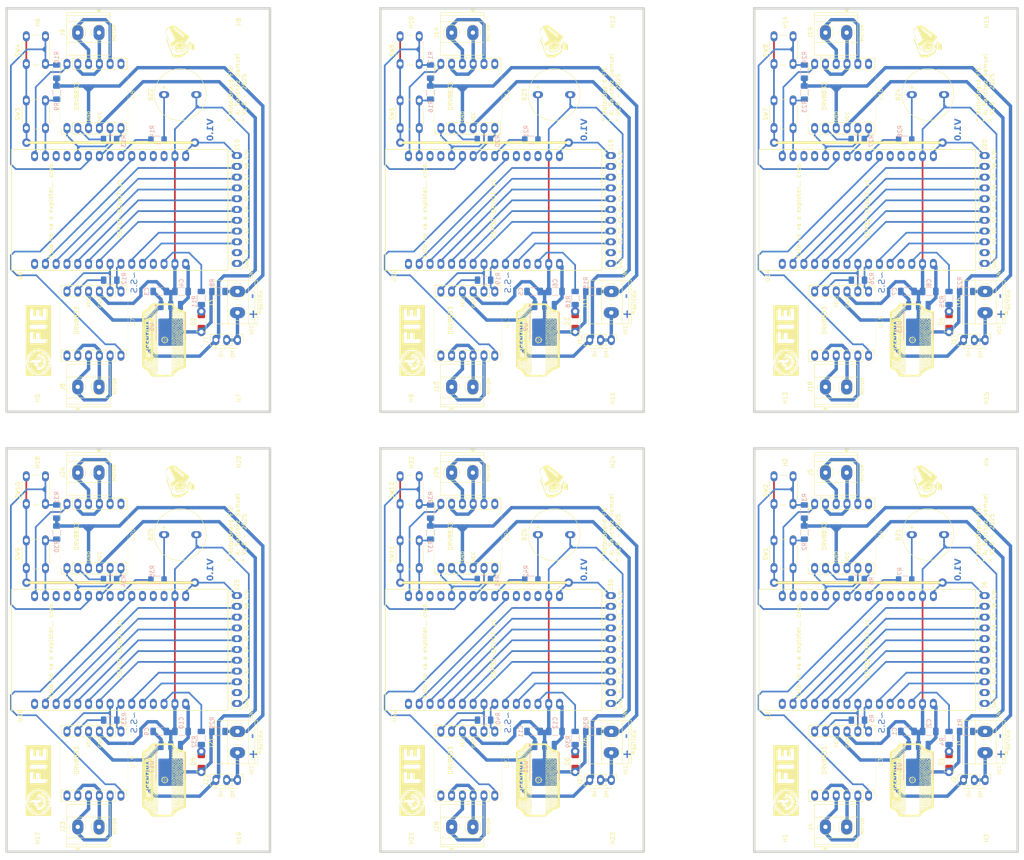
<source format=kicad_pcb>
(kicad_pcb (version 20241229) (generator "pcbnew") (generator_version "9.0")
  (layers (0 "F.Cu" signal) (2 "B.Cu" signal) (13 "F.Paste" user) (15 "B.Paste" user) (5 "F.SilkS" user "F.Silkscreen") (7 "B.SilkS" user "B.Silkscreen") (1 "F.Mask" user) (3 "B.Mask" user) (25 "Edge.Cuts" user))
  (net 0 "")
  (net 1 "/SW2")
  (net 2 "/IN_M2_A")
  (net 3 "GND")
  (net 4 "/S2")
  (net 5 "/S5")
  (net 6 "/IN_M1_A")
  (net 7 "/IN_M1_B")
  (net 8 "/IN_M2_B")
  (net 9 "+3.3V")
  (net 10 "Net-(D1-A)")
  (net 11 "/SLEEP_M2")
  (net 12 "/S3")
  (net 13 "/S4")
  (net 14 "/S1")
  (net 15 "/S6")
  (net 16 "/S7")
  (net 17 "VCC")
  (net 18 "Net-(J4-Pin_2)")
  (net 19 "Net-(J4-Pin_1)")
  (net 20 "/S8")
  (net 21 "Net-(BZ1-+)")
  (net 22 "/BUZZER")
  (net 23 "Net-(J1-Pin_1)")
  (net 24 "+5V")
  (net 25 "Net-(U4-IN3)")
  (net 26 "Net-(J5-Pin_2)")
  (net 27 "/LED_LARGADA")
  (net 28 "Net-(U3-IN2)")
  (net 29 "/SW1")
  (net 30 "Net-(J5-Pin_1)")
  (net 31 "/SLEEP_M1")
  (footprint "Button_Switch_THT:SW_PUSH_6mm_H5mm" (layer "F.Cu") (at 192.963 129.032 90)
    (property "Reference" "SW2")
    (property "Value" "SW_Push")
  )
  (footprint "MountingHole:MountingHole_3mm" (layer "F.Cu") (at 70.993 119.126 90)
    (property "Reference" "H20")
    (property "Value" "MountingHole")
  )
  (footprint "TerminalBlock_Phoenix:TerminalBlock_Phoenix_MKDS-1,5-2_1x02_P5.00mm_Horizontal" (layer "F.Cu") (at 29.083 101.473)
    (property "Reference" "J8")
    (property "Value" "M1")
  )
  (footprint "MountingHole:MountingHole_3mm" (layer "F.Cu") (at 70.993 104.14 90)
    (property "Reference" "H7")
    (property "Value" "MountingHole")
  )
  (footprint "TerminalBlock_Phoenix:TerminalBlock_Phoenix_MKDS-1,5-2_1x02_P5.00mm_Horizontal" (layer "F.Cu") (at 154.675 187.626 90)
    (property "Reference" "J26")
    (property "Value" "BAT")
  )
  (footprint "LOGO" (layer "F.Cu") (at 225.403 194.056 90)
    (property "Reference" "G***" (hide yes))
    (property "Value" "LOGO" (hide yes))
  )
  (footprint "LOGO" (layer "F.Cu") (at 141.203 20.193 90)
    (property "Reference" "G***6" (hide yes))
    (property "Value" "LOGO" (hide yes))
  )
  (footprint "Button_Switch_THT:SW_PUSH_6mm_H5mm" (layer "F.Cu") (at 16.963 144.145 90)
    (property "Reference" "SW9")
    (property "Value" "SW_Push")
  )
  (footprint "Connector_PinHeader_2.54mm:PinHeader_1x11_P2.54mm_Vertical" (layer "F.Cu") (at 242.548 46.99)
    (property "Reference" "J20")
    (property "Value" "SENSORES")
  )
  (footprint "LOGO" (layer "F.Cu") (at 107.812 194.183 90)
    (property "Reference" "G***13" (hide yes))
    (property "Value" "LOGO" (hide yes))
  )
  (footprint "TerminalBlock_Phoenix:TerminalBlock_Phoenix_MKDS-1,5-2_1x02_P5.00mm_Horizontal" (layer "F.Cu") (at 210.083 121.666 180)
    (property "Reference" "J5")
    (property "Value" "M2")
  )
  (footprint "ESP32-DEVKIT-V1:MODULE_ESP32_DEVKIT_V1" (layer "F.Cu") (at 214.968 163.433 -90)
    (property "Reference" "U2")
    (property "Value" "ESP32-DEVKIT-V1")
  )
  (footprint "LOGO" (layer "F.Cu") (at 49.403 194.056 90)
    (property "Reference" "G***11" (hide yes))
    (property "Value" "LOGO" (hide yes))
  )
  (footprint "TerminalBlock_Phoenix:TerminalBlock_Phoenix_MKDS-1,5-2_1x02_P5.00mm_Horizontal" (layer "F.Cu") (at 66.675 187.626 90)
    (property "Reference" "J21")
    (property "Value" "BAT")
  )
  (footprint "Buzzer_Beeper:MagneticBuzzer_ProSignal_ABI-009-RC" (layer "F.Cu") (at 137.403 136.271)
    (property "Reference" "BZ6")
    (property "Value" "Buzzer" (hide yes))
  )
  (footprint "Button_Switch_THT:SW_PUSH_6mm_H5mm" (layer "F.Cu") (at 192.963 144.145 90)
    (property "Reference" "SW1")
    (property "Value" "SW_Push")
  )
  (footprint "TerminalBlock_Phoenix:TerminalBlock_Phoenix_MKDS-1,5-2_1x02_P5.00mm_Horizontal" (layer "F.Cu") (at 122.083 18.034 180)
    (property "Reference" "J14")
    (property "Value" "M2")
  )
  (footprint "Buzzer_Beeper:MagneticBuzzer_ProSignal_ABI-009-RC" (layer "F.Cu") (at 225.403 32.639)
    (property "Reference" "BZ4")
    (property "Value" "Buzzer" (hide yes))
  )
  (footprint "Button_Switch_THT:SW_PUSH_6mm_H5mm" (layer "F.Cu") (at 16.963 40.513 90)
    (property "Reference" "SW3")
    (property "Value" "SW_Push")
  )
  (footprint "ESP32-DEVKIT-V1:MODULE_ESP32_DEVKIT_V1" (layer "F.Cu") (at 38.968 59.801 -90)
    (property "Reference" "U6")
    (property "Value" "ESP32-DEVKIT-V1")
  )
  (footprint "Connector_PinHeader_2.54mm:PinHeader_1x11_P2.54mm_Vertical" (layer "F.Cu") (at 242.548 150.622)
    (property "Reference" "J6")
    (property "Value" "SENSORES")
  )
  (footprint "MountingHole:MountingHole_3mm" (layer "F.Cu") (at 191.621 104.14 -90)
    (property "Reference" "H13")
    (property "Value" "MountingHole")
  )
  (footprint "MountingHole:MountingHole_3mm" (layer "F.Cu") (at 158.993 207.772 90)
    (property "Reference" "H23")
    (property "Value" "MountingHole")
  )
  (footprint "Button_Switch_THT:SW_PUSH_6mm_H5mm" (layer "F.Cu") (at 104.963 144.145 90)
    (property "Reference" "SW11")
    (property "Value" "SW_Push")
  )
  (footprint "TerminalBlock_Phoenix:TerminalBlock_Phoenix_MKDS-1,5-2_1x02_P5.00mm_Horizontal" (layer "F.Cu") (at 210.083 18.034 180)
    (property "Reference" "J19")
    (property "Value" "M2")
  )
  (footprint "DRV8833:DRV8833" (layer "F.Cu") (at 42.799 136.271 90)
    (property "Reference" "U20")
    (property "Value" "DRV8833")
  )
  (footprint "MountingHole:MountingHole_3mm" (layer "F.Cu") (at 70.993 207.772 90)
    (property "Reference" "H19")
    (property "Value" "MountingHole")
  )
  (footprint "MountingHole:MountingHole_3mm" (layer "F.Cu") (at 15.621 104.14 -90)
    (property "Reference" "H5")
    (property "Value" "MountingHole")
  )
  (footprint "TerminalBlock_Phoenix:TerminalBlock_Phoenix_MKDS-1,5-2_1x02_P5.00mm_Horizontal" (layer "F.Cu") (at 29.083 205.105)
    (property "Reference" "J23")
    (property "Value" "M1")
  )
  (footprint "MountingHole:MountingHole_3mm" (layer "F.Cu") (at 15.621 119.253 -90)
    (property "Reference" "H18")
    (property "Value" "MountingHole")
  )
  (footprint "MountingHole:MountingHole_3mm" (layer "F.Cu") (at 246.993 207.772 90)
    (property "Reference" "H3")
    (property "Value" "MountingHole")
  )
  (footprint "MountingHole:MountingHole_3mm" (layer "F.Cu") (at 15.621 15.621 -90)
    (property "Reference" "H6")
    (property "Value" "MountingHole")
  )
  (footprint "LOGO" (layer "F.Cu") (at 137.403 194.056 90)
    (property "Reference" "G***14" (hide yes))
    (property "Value" "LOGO" (hide yes))
  )
  (footprint "LOGO" (layer "F.Cu") (at 107.812 90.551 90)
    (property "Reference" "G***4" (hide yes))
    (property "Value" "LOGO" (hide yes))
  )
  (footprint "Connector_PinHeader_2.54mm:PinHeader_1x03_P2.54mm_Vertical" (layer "F.Cu") (at 242.675 90.424 -90)
    (property "Reference" "J17")
    (property "Value" "SWITCH")
  )
  (footprint "DRV8833:DRV8833" (layer "F.Cu") (at 198.987 86.868 -90)
    (property "Reference" "U15")
    (property "Value" "DRV8833")
  )
  (footprint "LOGO" (layer "F.Cu") (at 53.203 123.825 90)
    (property "Reference" "G***12" (hide yes))
    (property "Value" "LOGO" (hide yes))
  )
  (footprint "Connector_PinHeader_2.54mm:PinHeader_1x03_P2.54mm_Vertical" (layer "F.Cu") (at 154.675 90.424 -90)
    (property "Reference" "J12")
    (property "Value" "SWITCH")
  )
  (footprint "MountingHole:MountingHole_3mm" (layer "F.Cu") (at 191.621 15.621 -90)
    (property "Reference" "H14")
    (property "Value" "MountingHole")
  )
  (footprint "LED_SMD:LED_1206_3216Metric_Pad1.42x1.75mm_HandSolder" (layer "F.Cu") (at 58.166 189.7015 90)
    (property "Reference" "D5")
    (property "Value" "LED_RED")
  )
  (footprint "Connector_PinHeader_2.54mm:PinHeader_1x11_P2.54mm_Vertical" (layer "F.Cu") (at 154.548 150.622)
    (property "Reference" "J30")
    (property "Value" "SENSORES")
  )
  (footprint "LOGO" (layer "F.Cu") (at 225.403 90.424 90)
    (property "Reference" "G***8" (hide yes))
    (property "Value" "LOGO" (hide yes))
  )
  (footprint "Buzzer_Beeper:MagneticBuzzer_ProSignal_ABI-009-RC" (layer "F.Cu") (at 137.403 32.639)
    (property "Reference" "BZ3")
    (property "Value" "Buzzer" (hide yes))
  )
  (footprint "Button_Switch_THT:SW_PUSH_6mm_H5mm" (layer "F.Cu") (at 192.963 40.513 90)
    (property "Reference" "SW7")
    (property "Value" "SW_Push")
  )
  (footprint "Connector_PinHeader_2.54mm:PinHeader_1x11_P2.54mm_Vertical" (layer "F.Cu") (at 66.548 46.99)
    (property "Reference" "J10")
    (property "Value" "SENSORES")
  )
  (footprint "TerminalBlock_Phoenix:TerminalBlock_Phoenix_MKDS-1,5-2_1x02_P5.00mm_Horizontal" (layer "F.Cu") (at 205.083 101.473)
    (property "Reference" "J18")
    (property "Value" "M1")
  )
  (footprint "Connector_PinHeader_2.54mm:PinHeader_1x11_P2.54mm_Vertical" (layer "F.Cu") (at 66.548 150.622)
    (property "Reference" "J25")
    (property "Value" "SENSORES")
  )
  (footprint "Button_Switch_THT:SW_PUSH_6mm_H5mm" (layer "F.Cu") (at 16.963 25.4 90)
    (property "Reference" "SW4")
    (property "Value" "SW_Push")
  )
  (footprint "LOGO" (layer "F.Cu") (at 19.812 90.551 90)
    (property "Reference" "G***1" (hide yes))
    (property "Value" "LOGO" (hide yes))
  )
  (footprint "TerminalBlock_Phoenix:TerminalBlock_Phoenix_MKDS-1,5-2_1x02_P5.00mm_Horizontal" (layer "F.Cu") (at 154.675 83.994 90)
    (property "Reference" "J11")
    (property "Value" "BAT")
  )
  (footprint "MountingHole:MountingHole_3mm" (layer "F.Cu") (at 158.993 15.494 90)
    (property "Reference" "H12")
    (property "Value" "MountingHole")
  )
  (footprint "TerminalBlock_Phoenix:TerminalBlock_Phoenix_MKDS-1,5-2_1x02_P5.00mm_Horizontal" (layer "F.Cu") (at 34.083 18.034 180)
    (property "Reference" "J9")
    (property "Value" "M2")
  )
  (footprint "LOGO" (layer "F.Cu") (at 141.203 123.825 90)
    (property "Reference" "G***15" (hide yes))
    (property "Value" "LOGO" (hide yes))
  )
  (footprint "MountingHole:MountingHole_3mm" (layer "F.Cu") (at 246.993 119.126 90)
    (property "Reference" "H4")
    (property "Value" "MountingHole")
  )
  (footprint "DRV8833:DRV8833" (layer "F.Cu") (at 198.987 190.5 -90)
    (property "Reference" "U3")
    (property "Value" "DRV8833")
  )
  (footprint "LOGO" (layer "F.Cu") (at 195.812 194.183 90)
    (property "Reference" "G***" (hide yes))
    (property "Value" "LOGO" (hide yes))
  )
  (footprint "LED_SMD:LED_1206_3216Metric_Pad1.42x1.75mm_HandSolder" (layer "F.Cu") (at 146.166 189.7015 90)
    (property "Reference" "D6")
    (property "Value" "LED_RED")
  )
  (footprint "MountingHole:MountingHole_3mm" (layer "F.Cu") (at 103.621 207.772 -90)
    (property "Reference" "H21")
    (property "Value" "MountingHole")
  )
  (footprint "LED_SMD:LED_1206_3216Metric_Pad1.42x1.75mm_HandSolder" (layer "F.Cu") (at 146.166 86.0695 90)
    (property "Reference" "D3")
    (property "Value" "LED_RED")
  )
  (footprint "TerminalBlock_Phoenix:TerminalBlock_Phoenix_MKDS-1,5-2_1x02_P5.00mm_Horizontal" (layer "F.Cu") (at 122.083 121.666 180)
    (property "Reference" "J29")
    (property "Value" "M2")
  )
  (footprint "MountingHole:MountingHole_3mm" (layer "F.Cu") (at 15.621 207.772 -90)
    (property "Reference" "H17")
    (property "Value" "MountingHole")
  )
  (footprint "TerminalBlock_Phoenix:TerminalBlock_Phoenix_MKDS-1,5-2_1x02_P5.00mm_Horizontal" (layer "F.Cu") (at 117.083 101.473)
    (property "Reference" "J13")
    (property "Value" "M1")
  )
  (footprint "MountingHole:MountingHole_3mm" (layer "F.Cu") (at 103.621 104.14 -90)
    (property "Reference" "H9")
    (property "Value" "MountingHole")
  )
  (footprint "Connector_PinHeader_2.54mm:PinHeader_1x11_P2.54mm_Vertical" (layer "F.Cu") (at 154.548 46.99)
    (property "Reference" "J15")
    (property "Value" "SENSORES")
  )
  (footprint "Button_Switch_THT:SW_PUSH_6mm_H5mm" (layer "F.Cu") (at 104.963 40.513 90)
    (property "Reference" "SW5")
    (property "Value" "SW_Push")
  )
  (footprint "MountingHole:MountingHole_3mm" (layer "F.Cu") (at 246.993 15.494 90)
    (property "Reference" "H16")
    (property "Value" "MountingHole")
  )
  (footprint "Button_Switch_THT:SW_PUSH_6mm_H5mm" (layer "F.Cu") (at 104.963 129.032 90)
    (property "Reference" "SW12")
    (property "Value" "SW_Push")
  )
  (footprint "ESP32-DEVKIT-V1:MODULE_ESP32_DEVKIT_V1" (layer "F.Cu") (at 126.968 163.433 -90)
    (property "Reference" "U22")
    (property "Value" "ESP32-DEVKIT-V1")
  )
  (footprint "DRV8833:DRV8833" (layer "F.Cu") (at 130.799 32.639 90)
    (property "Reference" "U12")
    (property "Value" "DRV8833")
  )
  (footprint "Buzzer_Beeper:MagneticBuzzer_ProSignal_ABI-009-RC" (layer "F.Cu") (at 49.403 136.271)
    (property "Reference" "BZ5")
    (property "Value" "Buzzer" (hide yes))
  )
  (footprint "LOGO" (layer "F.Cu") (at 53.203 20.193 90)
    (property "Reference" "G***3" (hide yes))
    (property "Value" "LOGO" (hide yes))
  )
  (footprint "MountingHole:MountingHole_3mm" (layer "F.Cu") (at 103.621 119.253 -90)
    (property "Reference" "H22")
    (property "Value" "MountingHole")
  )
  (footprint "Connector_PinHeader_2.54mm:PinHeader_1x03_P2.54mm_Vertical" (layer "F.Cu") (at 242.675 194.056 -90)
    (property "Reference" "J2")
    (property "Value" "SWITCH")
  )
  (footprint "LOGO" (layer "F.Cu") (at 49.403 90.424 90)
    (property "Reference" "G***2" (hide yes))
    (property "Value" "LOGO" (hide yes))
  )
  (footprint "MountingHole:MountingHole_3mm" (layer "F.Cu") (at 70.993 15.494 90)
    (property "Reference" "H8")
    (property "Value" "MountingHole")
  )
  (footprint "DRV8833:DRV8833" (layer "F.Cu") (at 22.987 86.868 -90)
    (property "Reference" "U7")
    (property "Value" "DRV8833")
  )
  (footprint "MountingHole:MountingHole_3mm" (layer "F.Cu") (at 246.993 104.14 90)
    (property "Reference" "H15")
    (property "Value" "MountingHole")
  )
  (footprint "TerminalBlock_Phoenix:TerminalBlock_Phoenix_MKDS-1,5-2_1x02_P5.00mm_Horizontal" (layer "F.Cu") (at 242.675 187.626 90)
    (property "Reference" "J1")
    (property "Value" "BAT")
  )
  (footprint "DRV8833:DRV8833" (layer "F.Cu") (at 110.987 190.5 -90)
    (property "Reference" "U23")
    (property "Value" "DRV8833")
  )
  (footprint "Connector_PinHeader_2.54mm:PinHeader_1x03_P2.54mm_Vertical" (layer "F.Cu") (at 154.675 194.056 -90)
    (property "Reference" "J27")
    (property "Value" "SWITCH")
  )
  (footprint "TerminalBlock_Phoenix:TerminalBlock_Phoenix_MKDS-1,5-2_1x02_P5.00mm_Horizontal" (layer "F.Cu") (at 205.083 205.105)
    (property "Reference" "J4")
    (property "Value" "M1")
  )
  (footprint "Connector_PinHeader_2.54mm:PinHeader_1x03_P2.54mm_Vertical" (layer "F.Cu") (at 66.675 194.056 -90)
    (property "Reference" "J22")
    (property "Value" "SWITCH")
  )
  (footprint "LOGO" (layer "F.Cu") (at 229.203 123.825 90)
    (property "Reference" "G***" (hide yes))
    (property "Value" "LOGO" (hide yes))
  )
  (footprint "DRV8833:DRV8833" (layer "F.Cu") (at 218.799 32.639 90)
    (property "Reference" "U16")
    (property "Value" "DRV8833")
  )
  (footprint "Buzzer_Beeper:MagneticBuzzer_ProSignal_ABI-009-RC" (layer "F.Cu") (at 225.403 136.271)
    (property "Reference" "BZ1")
    (property "Value" "Buzzer" (hide yes))
  )
  (footprint "LOGO" (layer "F.Cu") (at 19.812 194.183 90)
    (property "Reference" "G***10" (hide yes))
    (property "Value" "LOGO" (hide yes))
  )
  (footprint "LOGO" (layer "F.Cu") (at 137.403 90.424 90)
    (property "Reference" "G***5" (hide yes))
    (property "Value" "LOGO" (hide yes))
  )
  (footprint "LOGO" (layer "F.Cu") (at 195.812 90.551 90)
    (property "Reference" "G***7" (hide yes))
    (property "Value" "LOGO" (hide yes))
  )
  (footprint "ESP32-DEVKIT-V1:MODULE_ESP32_DEVKIT_V1" (layer "F.Cu") (at 126.968 59.801 -90)
    (property "Reference" "U10")
    (property "Value" "ESP32-DEVKIT-V1")
  )
  (footprint "ESP32-DEVKIT-V1:MODULE_ESP32_DEVKIT_V1" (layer "F.Cu") (at 214.968 59.801 -90)
    (property "Reference" "U14")
    (property "Value" "ESP32-DEVKIT-V1")
  )
  (footprint "LED_SMD:LED_1206_3216Metric_Pad1.42x1.75mm_HandSolder" (layer "F.Cu") (at 58.166 86.0695 90)
    (property "Reference" "D2")
    (property "Value" "LED_RED")
  )
  (footprint "Buzzer_Beeper:MagneticBuzzer_ProSignal_ABI-009-RC" (layer "F.Cu") (at 49.403 32.639)
    (property "Reference" "BZ2")
    (property "Value" "Buzzer" (hide yes))
  )
  (footprint "DRV8833:DRV8833" (layer "F.Cu") (at 218.799 136.271 90)
    (property "Reference" "U4")
    (property "Value" "DRV8833")
  )
  (footprint "MountingHole:MountingHole_3mm" (layer "F.Cu") (at 191.621 119.253 -90)
    (property "Reference" "H2")
    (property "Value" "MountingHole")
  )
  (footprint "Button_Switch_THT:SW_PUSH_6mm_H5mm" (layer "F.Cu") (at 104.963 25.4 90)
    (property "Reference" "SW6")
    (property "Value" "SW_Push")
  )
  (footprint "MountingHole:MountingHole_3mm" (layer "F.Cu") (at 103.621 15.621 -90)
    (property "Reference" "H10")
    (property "Value" "MountingHole")
  )
  (footprint "TerminalBlock_Phoenix:TerminalBlock_Phoenix_MKDS-1,5-2_1x02_P5.00mm_Horizontal" (layer "F.Cu") (at 242.675 83.994 90)
    (property "Reference" "J16")
    (property "Value" "BAT")
  )
  (footprint "DRV8833:DRV8833" (layer "F.Cu") (at 110.987 86.868 -90)
    (property "Reference" "U11")
    (property "Value" "DRV8833")
  )
  (footprint "Button_Switch_THT:SW_PUSH_6mm_H5mm" (layer "F.Cu") (at 16.963 129.032 90)
    (property "Reference" "SW10")
    (property "Value" "SW_Push")
  )
  (footprint "TerminalBlock_Phoenix:TerminalBlock_Phoenix_MKDS-1,5-2_1x02_P5.00mm_Horizontal" (layer "F.Cu") (at 66.675 83.994 90)
    (property "Reference" "J3")
    (property "Value" "BAT")
  )
  (footprint "DRV8833:DRV8833" (layer "F.Cu") (at 42.799 32.639 90)
    (property "Reference" "U8")
    (property "Value" "DRV8833")
  )
  (footprint "TerminalBlock_Phoenix:TerminalBlock_Phoenix_MKDS-1,5-2_1x02_P5.00mm_Horizontal" (layer "F.Cu") (at 34.083 121.666 180)
    (property "Reference" "J24")
    (property "Value" "M2")
  )
  (footprint "Button_Switch_THT:SW_PUSH_6mm_H5mm" (layer "F.Cu") (at 192.963 25.4 90)
    (property "Reference" "SW8")
    (property "Value" "SW_Push")
  )
  (footprint "DRV8833:DRV8833" (layer "F.Cu") (at 130.799 136.271 90)
    (property "Reference" "U24")
    (property "Value" "DRV8833")
  )
  (footprint "MountingHole:MountingHole_3mm" (layer "F.Cu") (at 191.621 207.772 -90)
    (property "Reference" "H1")
    (property "Value" "MountingHole")
  )
  (footprint "TerminalBlock_Phoenix:TerminalBlock_Phoenix_MKDS-1,5-2_1x02_P5.00mm_Horizontal" (layer "F.Cu") (at 117.083 205.105)
    (property "Reference" "J28")
    (property "Value" "M1")
  )
  (footprint "LED_SMD:LED_1206_3216Metric_Pad1.42x1.75mm_HandSolder" (layer "F.Cu") (at 234.166 86.0695 90)
    (property "Reference" "D4")
    (property "Value" "LED_RED")
  )
  (footprint "MountingHole:MountingHole_3mm" (layer "F.Cu") (at 158.993 119.126 90)
    (property "Reference" "H24")
    (property "Value" "MountingHole")
  )
  (footprint "LED_SMD:LED_1206_3216Metric_Pad1.42x1.75mm_HandSolder" (layer "F.Cu") (at 234.166 189.7015 90)
    (property "Reference" "D1")
    (property "Value" "LED_RED")
  )
  (footprint "MountingHole:MountingHole_3mm" (layer "F.Cu") (at 158.993 104.14 90)
    (property "Reference" "H11")
    (property "Value" "MountingHole")
  )
  (footprint "DRV8833:DRV8833" (layer "F.Cu") (at 22.987 190.5 -90)
    (property "Reference" "U19")
    (property "Value" "DRV8833")
  )
  (footprint "LOGO" (layer "F.Cu") (at 229.203 20.193 90)
    (property "Reference" "G***9" (hide yes))
    (property "Value" "LOGO" (hide yes))
  )
  (footprint "ESP32-DEVKIT-V1:MODULE_ESP32_DEVKIT_V1" (layer "F.Cu") (at 38.968 163.433 -90)
    (property "Reference" "U18")
    (property "Value" "ESP32-DEVKIT-V1")
  )
  (footprint "Connector_PinHeader_2.54mm:PinHeader_1x03_P2.54mm_Vertical" (layer "F.Cu") (at 66.675 90.424 -90)
    (property "Reference" "J7")
    (property "Value" "SWITCH")
  )
  (footprint "Resistor_SMD:R_1206_3216Metric_Pad1.30x1.75mm_HandSolder" (layer "B.Cu") (at 62.204 182.626)
    (property "Reference" "R29")
    (property "Value" "0")
  )
  (footprint "Resistor_SMD:R_1206_3216Metric_Pad1.30x1.75mm_HandSolder" (layer "B.Cu") (at 47.853 43.307)
    (property "Reference" "R14")
    (property "Value" "0")
  )
  (footprint "Resistor_SMD:R_1206_3216Metric_Pad1.30x1.75mm_HandSolder" (layer "B.Cu") (at 36.677 43.18 180)
    (property "Reference" "R13")
    (property "Value" "0")
  )
  (footprint "Capacitor_SMD:C_1206_3216Metric_Pad1.33x1.80mm_HandSolder" (layer "B.Cu") (at 136.387 182.626)
    (property "Reference" "C11")
    (property "Value" "0.33u")
  )
  (footprint "Resistor_SMD:R_1206_3216Metric_Pad1.30x1.75mm_HandSolder" (layer "B.Cu") (at 24.13 130.836 -90)
    (property "Reference" "R31")
    (property "Value" "10k")
  )
  (footprint "Resistor_SMD:R_1206_3216Metric_Pad1.30x1.75mm_HandSolder" (layer "B.Cu") (at 62.204 78.994)
    (property "Reference" "R8")
    (property "Value" "0")
  )
  (footprint "Resistor_SMD:R_1206_3216Metric_Pad1.30x1.75mm_HandSolder" (layer "B.Cu") (at 112.13 32.157 90)
    (property "Reference" "R16")
    (property "Value" "10k")
  )
  (footprint "Resistor_SMD:R_1206_3216Metric_Pad1.30x1.75mm_HandSolder" (layer "B.Cu") (at 234.166 80.544 -90)
    (property "Reference" "R25")
    (property "Value" "220")
  )
  (footprint "Resistor_SMD:R_1206_3216Metric_Pad1.30x1.75mm_HandSolder" (layer "B.Cu") (at 24.13 135.789 90)
    (property "Reference" "R30")
    (property "Value" "10k")
  )
  (footprint "Capacitor_SMD:C_1206_3216Metric_Pad1.33x1.80mm_HandSolder" (layer "B.Cu") (at 229.5055 182.626 180)
    (property "Reference" "C2")
    (property "Value" "0.1u")
  )
  (footprint "Capacitor_SMD:C_1206_3216Metric_Pad1.33x1.80mm_HandSolder" (layer "B.Cu") (at 136.387 78.994)
    (property "Reference" "C5")
    (property "Value" "0.33u")
  )
  (footprint "Resistor_SMD:R_1206_3216Metric_Pad1.30x1.75mm_HandSolder" (layer "B.Cu") (at 212.729 179.959 180)
    (property "Reference" "R5")
    (property "Value" "0")
  )
  (footprint "Capacitor_SMD:C_1206_3216Metric_Pad1.33x1.80mm_HandSolder" (layer "B.Cu") (at 48.387 78.994)
    (property "Reference" "C3")
    (property "Value" "0.33u")
  )
  (footprint "Package_TO_SOT_SMD:TO-252-3_TabPin2" (layer "B.Cu") (at 138.9655 190.968 -90)
    (property "Reference" "U21")
    (property "Value" "L7805")
  )
  (footprint "Resistor_SMD:R_1206_3216Metric_Pad1.30x1.75mm_HandSolder" (layer "B.Cu") (at 200.13 27.204 -90)
    (property "Reference" "R24")
    (property "Value" "10k")
  )
  (footprint "Capacitor_SMD:C_1206_3216Metric_Pad1.33x1.80mm_HandSolder" (layer "B.Cu") (at 141.5055 78.994 180)
    (property "Reference" "C6")
    (property "Value" "0.1u")
  )
  (footprint "Capacitor_SMD:C_1206_3216Metric_Pad1.33x1.80mm_HandSolder" (layer "B.Cu") (at 48.387 182.626)
    (property "Reference" "C9")
    (property "Value" "0.33u")
  )
  (footprint "Resistor_SMD:R_1206_3216Metric_Pad1.30x1.75mm_HandSolder" (layer "B.Cu") (at 150.204 78.994)
    (property "Reference" "R15")
    (property "Value" "0")
  )
  (footprint "Resistor_SMD:R_1206_3216Metric_Pad1.30x1.75mm_HandSolder" (layer "B.Cu") (at 234.166 184.176 -90)
    (property "Reference" "R4")
    (property "Value" "220")
  )
  (footprint "Resistor_SMD:R_1206_3216Metric_Pad1.30x1.75mm_HandSolder" (layer "B.Cu") (at 212.677 43.18 180)
    (property "Reference" "R27")
    (property "Value" "0")
  )
  (footprint "Package_TO_SOT_SMD:TO-252-3_TabPin2" (layer "B.Cu") (at 50.9655 190.968 -90)
    (property "Reference" "U17")
    (property "Value" "L7805")
  )
  (footprint "Resistor_SMD:R_1206_3216Metric_Pad1.30x1.75mm_HandSolder" (layer "B.Cu") (at 36.729 179.959 180)
    (property "Reference" "R33")
    (property "Value" "0")
  )
  (footprint "Resistor_SMD:R_1206_3216Metric_Pad1.30x1.75mm_HandSolder" (layer "B.Cu") (at 36.677 146.812 180)
    (property "Reference" "R34")
    (property "Value" "0")
  )
  (footprint "Resistor_SMD:R_1206_3216Metric_Pad1.30x1.75mm_HandSolder" (layer "B.Cu") (at 124.677 146.812 180)
    (property "Reference" "R41")
    (property "Value" "0")
  )
  (footprint "Resistor_SMD:R_1206_3216Metric_Pad1.30x1.75mm_HandSolder" (layer "B.Cu") (at 112.13 27.204 -90)
    (property "Reference" "R17")
    (property "Value" "10k")
  )
  (footprint "Package_TO_SOT_SMD:TO-252-3_TabPin2" (layer "B.Cu") (at 226.9655 87.336 -90)
    (property "Reference" "U13")
    (property "Value" "L7805")
  )
  (footprint "Resistor_SMD:R_1206_3216Metric_Pad1.30x1.75mm_HandSolder" (layer "B.Cu") (at 47.853 146.939)
    (property "Reference" "R35")
    (property "Value" "0")
  )
  (footprint "Resistor_SMD:R_1206_3216Metric_Pad1.30x1.75mm_HandSolder" (layer "B.Cu") (at 223.853 146.939)
    (property "Reference" "R7")
    (property "Value" "0")
  )
  (footprint "Capacitor_SMD:C_1206_3216Metric_Pad1.33x1.80mm_HandSolder" (layer "B.Cu") (at 53.5055 78.994 180)
    (property "Reference" "C4")
    (property "Value" "0.1u")
  )
  (footprint "Resistor_SMD:R_1206_3216Metric_Pad1.30x1.75mm_HandSolder" (layer "B.Cu") (at 212.677 146.812 180)
    (property "Reference" "R6")
    (property "Value" "0")
  )
  (footprint "Resistor_SMD:R_1206_3216Metric_Pad1.30x1.75mm_HandSolder" (layer "B.Cu") (at 200.13 135.789 90)
    (property "Reference" "R2")
    (property "Value" "10k")
  )
  (footprint "Capacitor_SMD:C_1206_3216Metric_Pad1.33x1.80mm_HandSolder" (layer "B.Cu") (at 229.5055 78.994 180)
    (property "Reference" "C8")
    (property "Value" "0.1u")
  )
  (footprint "Package_TO_SOT_SMD:TO-252-3_TabPin2" (layer "B.Cu") (at 50.9655 87.336 -90)
    (property "Reference" "U5")
    (property "Value" "L7805")
  )
  (footprint "Resistor_SMD:R_1206_3216Metric_Pad1.30x1.75mm_HandSolder" (layer "B.Cu") (at 124.729 76.327 180)
    (property "Reference" "R19")
    (property "Value" "0")
  )
  (footprint "Resistor_SMD:R_1206_3216Metric_Pad1.30x1.75mm_HandSolder" (layer "B.Cu") (at 135.853 146.939)
    (property "Reference" "R42")
    (property "Value" "0")
  )
  (footprint "Resistor_SMD:R_1206_3216Metric_Pad1.30x1.75mm_HandSolder" (layer "B.Cu") (at 212.729 76.327 180)
    (property "Reference" "R26")
    (property "Value" "0")
  )
  (footprint "Capacitor_SMD:C_1206_3216Metric_Pad1.33x1.80mm_HandSolder" (layer "B.Cu") (at 224.387 78.994)
    (property "Reference" "C7")
    (property "Value" "0.33u")
  )
  (footprint "Resistor_SMD:R_1206_3216Metric_Pad1.30x1.75mm_HandSolder" (layer "B.Cu") (at 24.13 27.204 -90)
    (property "Reference" "R10")
    (property "Value" "10k")
  )
  (footprint "Capacitor_SMD:C_1206_3216Metric_Pad1.33x1.80mm_HandSolder" (layer "B.Cu") (at 141.5055 182.626 180)
    (property "Reference" "C12")
    (property "Value" "0.1u")
  )
  (footprint "Package_TO_SOT_SMD:TO-252-3_TabPin2" (layer "B.Cu") (at 226.9655 190.968 -90)
    (property "Reference" "U1")
    (property "Value" "L7805")
  )
  (footprint "Resistor_SMD:R_1206_3216Metric_Pad1.30x1.75mm_HandSolder" (layer "B.Cu") (at 124.677 43.18 180)
    (property "Reference" "R20")
    (property "Value" "0")
  )
  (footprint "Package_TO_SOT_SMD:TO-252-3_TabPin2" (layer "B.Cu") (at 138.9655 87.336 -90)
    (property "Reference" "U9")
    (property "Value" "L7805")
  )
  (footprint "Resistor_SMD:R_1206_3216Metric_Pad1.30x1.75mm_HandSolder" (layer "B.Cu") (at 36.729 76.327 180)
    (property "Reference" "R12")
    (property "Value" "0")
  )
  (footprint "Resistor_SMD:R_1206_3216Metric_Pad1.30x1.75mm_HandSolder" (layer "B.Cu") (at 238.204 78.994)
    (property "Reference" "R22")
    (property "Value" "0")
  )
  (footprint "Resistor_SMD:R_1206_3216Metric_Pad1.30x1.75mm_HandSolder" (layer "B.Cu") (at 146.166 184.176 -90)
    (property "Reference" "R39")
    (property "Value" "220")
  )
  (footprint "Resistor_SMD:R_1206_3216Metric_Pad1.30x1.75mm_HandSolder" (layer "B.Cu") (at 58.166 80.544 -90)
    (property "Reference" "R11")
    (property "Value" "220")
  )
  (footprint "Resistor_SMD:R_1206_3216Metric_Pad1.30x1.75mm_HandSolder" (layer "B.Cu") (at 112.13 135.789 90)
    (property "Reference" "R37")
    (property "Value" "10k")
  )
  (footprint "Resistor_SMD:R_1206_3216Metric_Pad1.30x1.75mm_HandSolder" (layer "B.Cu") (at 146.166 80.544 -90)
    (property "Reference" "R18")
    (property "Value" "220")
  )
  (footprint "Resistor_SMD:R_1206_3216Metric_Pad1.30x1.75mm_HandSolder" (layer "B.Cu") (at 200.13 130.836 -90)
    (property "Reference" "R3")
    (property "Value" "10k")
  )
  (footprint "Resistor_SMD:R_1206_3216Metric_Pad1.30x1.75mm_HandSolder" (layer "B.Cu") (at 238.204 182.626)
    (property "Reference" "R1")
    (property "Value" "0")
  )
  (footprint "Resistor_SMD:R_1206_3216Metric_Pad1.30x1.75mm_HandSolder" (layer "B.Cu") (at 112.13 130.836 -90)
    (property "Reference" "R38")
    (property "Value" "10k")
  )
  (footprint "Resistor_SMD:R_1206_3216Metric_Pad1.30x1.75mm_HandSolder" (layer "B.Cu") (at 200.13 32.157 90)
    (property "Reference" "R23")
    (property "Value" "10k")
  )
  (footprint "Resistor_SMD:R_1206_3216Metric_Pad1.30x1.75mm_HandSolder" (layer "B.Cu") (at 24.13 32.157 90)
    (property "Reference" "R9")
    (property "Value" "10k")
  )
  (footprint "Resistor_SMD:R_1206_3216Metric_Pad1.30x1.75mm_HandSolder" (layer "B.Cu") (at 135.853 43.307)
    (property "Reference" "R21")
    (property "Value" "0")
  )
  (footprint "Capacitor_SMD:C_1206_3216Metric_Pad1.33x1.80mm_HandSolder" (layer "B.Cu") (at 53.5055 182.626 180)
    (property "Reference" "C10")
    (property "Value" "0.1u")
  )
  (footprint "Resistor_SMD:R_1206_3216Metric_Pad1.30x1.75mm_HandSolder" (layer "B.Cu") (at 124.729 179.959 180)
    (property "Reference" "R40")
    (property "Value" "0")
  )
  (footprint "Resistor_SMD:R_1206_3216Metric_Pad1.30x1.75mm_HandSolder" (layer "B.Cu") (at 150.204 182.626)
    (property "Reference" "R36")
    (property "Value" "0")
  )
  (footprint "Resistor_SMD:R_1206_3216Metric_Pad1.30x1.75mm_HandSolder" (layer "B.Cu") (at 58.166 184.176 -90)
    (property "Reference" "R32")
    (property "Value" "220")
  )
  (footprint "Resistor_SMD:R_1206_3216Metric_Pad1.30x1.75mm_HandSolder" (layer "B.Cu") (at 223.853 43.307)
    (property "Reference" "R28")
    (property "Value" "0")
  )
  (footprint "Capacitor_SMD:C_1206_3216Metric_Pad1.33x1.80mm_HandSolder" (layer "B.Cu") (at 224.387 182.626)
    (property "Reference" "C1")
    (property "Value" "0.33u")
  )
  (gr_line (start 193.018 147.574) (end 232.642 147.574) (stroke (width 0.6)) (layer "F.SilkS"))
  (gr_line (start 17.018 43.942) (end 56.642 43.942) (stroke (width 0.6)) (layer "F.SilkS"))
  (gr_line (start 105.018 147.574) (end 144.642 147.574) (stroke (width 0.6)) (layer "F.SilkS"))
  (gr_line (start 17.018 147.574) (end 56.642 147.574) (stroke (width 0.6)) (layer "F.SilkS"))
  (gr_line (start 193.018 43.942) (end 232.642 43.942) (stroke (width 0.6)) (layer "F.SilkS"))
  (gr_line (start 105.018 43.942) (end 144.642 43.942) (stroke (width 0.6)) (layer "F.SilkS"))
  (gr_rect (start 188.319 12.319) (end 250.319 107.319) (stroke (width 0.6)) (fill no) (layer "Edge.Cuts"))
  (gr_rect (start 100.319 12.319) (end 162.319 107.319) (stroke (width 0.6)) (fill no) (layer "Edge.Cuts"))
  (gr_rect (start 12.319 12.319) (end 74.319 107.319) (stroke (width 0.6)) (fill no) (layer "Edge.Cuts"))
  (gr_rect (start 188.319 115.951) (end 250.319 210.951) (stroke (width 0.6)) (fill no) (layer "Edge.Cuts"))
  (gr_rect (start 100.319 115.951) (end 162.319 210.951) (stroke (width 0.6)) (fill no) (layer "Edge.Cuts"))
  (gr_rect (start 12.319 115.951) (end 74.319 210.951) (stroke (width 0.6)) (fill no) (layer "Edge.Cuts"))
  (gr_text "~S.S" (at 43.307 74.295 90) (layer "B.Cu") (effects (font (size 1.5 1.5) (thickness 0.1875) (italic yes)) (justify left bottom mirror)))
  (gr_text "~S.S" (at 219.307 74.295 90) (layer "B.Cu") (effects (font (size 1.5 1.5) (thickness 0.1875) (italic yes)) (justify left bottom mirror)))
  (gr_text "+" (at 247.628 186.817 90) (layer "B.Cu") (effects (font (size 2 2) (thickness 0.3) (bold yes)) (justify left bottom mirror)))
  (gr_text "~S.S" (at 131.307 177.927 90) (layer "B.Cu") (effects (font (size 1.5 1.5) (thickness 0.1875) (italic yes)) (justify left bottom mirror)))
  (gr_text "~S.S" (at 43.307 177.927 90) (layer "B.Cu") (effects (font (size 1.5 1.5) (thickness 0.1875) (italic yes)) (justify left bottom mirror)))
  (gr_text "V1.0" (at 149.214 141.859 90) (layer "B.Cu") (effects (font (size 1.5 1.5) (thickness 0.3) (bold yes) (italic yes)) (justify left bottom mirror)))
  (gr_text "-" (at 159.374 79.502 90) (layer "B.Cu") (effects (font (size 2 2) (thickness 0.3) (bold yes)) (justify left bottom mirror)))
  (gr_text "+" (at 247.628 83.185 90) (layer "B.Cu") (effects (font (size 2 2) (thickness 0.3) (bold yes)) (justify left bottom mirror)))
  (gr_text "V1.0" (at 61.214 141.859 90) (layer "B.Cu") (effects (font (size 1.5 1.5) (thickness 0.3) (bold yes) (italic yes)) (justify left bottom mirror)))
  (gr_text "+" (at 159.628 186.817 90) (layer "B.Cu") (effects (font (size 2 2) (thickness 0.3) (bold yes)) (justify left bottom mirror)))
  (gr_text "V1.0" (at 237.214 38.227 90) (layer "B.Cu") (effects (font (size 1.5 1.5) (thickness 0.3) (bold yes) (italic yes)) (justify left bottom mirror)))
  (gr_text "+" (at 71.628 83.185 90) (layer "B.Cu") (effects (font (size 2 2) (thickness 0.3) (bold yes)) (justify left bottom mirror)))
  (gr_text "+" (at 159.628 83.185 90) (layer "B.Cu") (effects (font (size 2 2) (thickness 0.3) (bold yes)) (justify left bottom mirror)))
  (gr_text "V1.0" (at 149.214 38.227 90) (layer "B.Cu") (effects (font (size 1.5 1.5) (thickness 0.3) (bold yes) (italic yes)) (justify left bottom mirror)))
  (gr_text "-" (at 71.374 183.134 90) (layer "B.Cu") (effects (font (size 2 2) (thickness 0.3) (bold yes)) (justify left bottom mirror)))
  (gr_text "-" (at 71.374 79.502 90) (layer "B.Cu") (effects (font (size 2 2) (thickness 0.3) (bold yes)) (justify left bottom mirror)))
  (gr_text "V1.0" (at 61.214 38.227 90) (layer "B.Cu") (effects (font (size 1.5 1.5) (thickness 0.3) (bold yes) (italic yes)) (justify left bottom mirror)))
  (gr_text "-" (at 247.374 183.134 90) (layer "B.Cu") (effects (font (size 2 2) (thickness 0.3) (bold yes)) (justify left bottom mirror)))
  (gr_text "+" (at 71.628 186.817 90) (layer "B.Cu") (effects (font (size 2 2) (thickness 0.3) (bold yes)) (justify left bottom mirror)))
  (gr_text "~S.S" (at 131.307 74.295 90) (layer "B.Cu") (effects (font (size 1.5 1.5) (thickness 0.1875) (italic yes)) (justify left bottom mirror)))
  (gr_text "-" (at 247.374 79.502 90) (layer "B.Cu") (effects (font (size 2 2) (thickness 0.3) (bold yes)) (justify left bottom mirror)))
  (gr_text "~S.S" (at 219.307 177.927 90) (layer "B.Cu") (effects (font (size 1.5 1.5) (thickness 0.1875) (italic yes)) (justify left bottom mirror)))
  (gr_text "-" (at 159.374 183.134 90) (layer "B.Cu") (effects (font (size 2 2) (thickness 0.3) (bold yes)) (justify left bottom mirror)))
  (gr_text "V1.0" (at 237.214 141.859 90) (layer "B.Cu") (effects (font (size 1.5 1.5) (thickness 0.3) (bold yes) (italic yes)) (justify left bottom mirror)))
  (gr_text "VCC" (at 158.485 89.281 90) (layer "F.SilkS") (effects (font (size 0.8 0.8) (thickness 0.125) (bold yes)) (justify left bottom)))
  (gr_text "S6" (at 69.342 55.372 90) (layer "F.SilkS") (effects (font (size 0.8 0.8) (thickness 0.125) (bold yes)) (justify left bottom)))
  (gr_text "S2" (at 245.342 65.532 90) (layer "F.SilkS") (effects (font (size 0.8 0.8) (thickness 0.125) (bold yes)) (justify left bottom)))
  (gr_text "GND" (at 157.342 177.292 90) (layer "F.SilkS") (effects (font (size 0.8 0.8) (thickness 0.125) (bold yes)) (justify left bottom)))
  (gr_text "VCC" (at 158.485 192.913 90) (layer "F.SilkS") (effects (font (size 0.8 0.8) (thickness 0.125) (bold yes)) (justify left bottom)))
  (gr_text "S5" (at 245.342 57.912 90) (layer "F.SilkS") (effects (font (size 0.8 0.8) (thickness 0.125) (bold yes)) (justify left bottom)))
  (gr_text "3.3V" (at 245.342 48.133 90) (layer "F.SilkS") (effects (font (size 0.8 0.8) (thickness 0.125) (bold yes)) (justify left bottom)))
  (gr_text "Off" (at 66.04 198.374 90) (layer "F.SilkS") (effects (font (size 0.8 0.8) (thickness 0.125) (bold yes)) (justify left bottom)))
  (gr_text "BATERIA" (at 160.644 81.026 90) (layer "F.SilkS") (effects (font (size 0.8 0.8) (thickness 0.125) (bold yes)) (justify bottom)))
  (gr_text "{" (at 66.294 196.596 90) (layer "F.SilkS") (effects (font (size 1.5 1.5) (thickness 0.125) (bold yes)) (justify left bottom)))
  (gr_text "VCC" (at 32.131 82.804 90) (layer "F.SilkS") (effects (font (size 0.8 0.8) (thickness 0.125) (bold yes)) (justify left bottom)))
  (gr_text "Esto no va a explotar… creo." (at 198.733 163.433 90) (layer "F.SilkS") (effects (font (size 1 1))))
  (gr_text "GND" (at 32.131 36.423619 90) (layer "F.SilkS") (effects (font (size 0.8 0.8) (thickness 0.125) (bold yes)) (justify right bottom)))
  (gr_text "MOTOR" (at 214.227 103.378 90) (layer "F.SilkS") (effects (font (size 0.8 0.8) (thickness 0.125) (bold yes)) (justify left bottom)))
  (gr_text "S6" (at 245.342 159.004 90) (layer "F.SilkS") (effects (font (size 0.8 0.8) (thickness 0.125) (bold yes)) (justify left bottom)))
  (gr_text "S6" (at 69.342 159.004 90) (layer "F.SilkS") (effects (font (size 0.8 0.8) (thickness 0.125) (bold yes)) (justify left bottom)))
  (gr_text "S4" (at 245.342 164.084 90) (layer "F.SilkS") (effects (font (size 0.8 0.8) (thickness 0.125) (bold yes)) (justify left bottom)))
  (gr_text "On" (at 239.246 198.12 90) (layer "F.SilkS") (effects (font (size 0.8 0.8) (thickness 0.125) (bold yes)) (justify left bottom)))
  (gr_text "GND" (at 157.342 73.66 90) (layer "F.SilkS") (effects (font (size 0.8 0.8) (thickness 0.125) (bold yes)) (justify left bottom)))
  (gr_text "MOTOR" (at 38.227 207.01 90) (layer "F.SilkS") (effects (font (size 0.8 0.8) (thickness 0.125) (bold yes)) (justify left bottom)))
  (gr_text "BATERIA" (at 160.644 184.658 90) (layer "F.SilkS") (effects (font (size 0.8 0.8) (thickness 0.125) (bold yes)) (justify bottom)))
  (gr_text "S7" (at 69.342 52.832 90) (layer "F.SilkS") (effects (font (size 0.8 0.8) (thickness 0.125) (bold yes)) (justify left bottom)))
  (gr_text "IR" (at 157.342 173.99 90) (layer "F.SilkS") (effects (font (size 0.8 0.8) (thickness 0.125) (bold yes)) (justify left bottom)))
  (gr_text "S5" (at 245.342 161.544 90) (layer "F.SilkS") (effects (font (size 0.8 0.8) (thickness 0.125) (bold yes)) (justify left bottom)))
  (gr_text "GND" (at 70.358 179.705 90) (layer "F.SilkS") (effects (font (size 0.8 0.8) (thickness 0.125) (bold yes)) (justify left bottom)))
  (gr_text "ESP32-DEVKIT-V1" (at 214.968 163.1605 90) (layer "F.SilkS") (effects (font (size 1 1))))
  (gr_text "On" (at 63.246 198.12 90) (layer "F.SilkS") (effects (font (size 0.8 0.8) (thickness 0.125) (bold yes)) (justify left bottom)))
  (gr_text "S2" (at 69.342 65.532 90) (layer "F.SilkS") (effects (font (size 0.8 0.8) (thickness 0.125) (bold yes)) (justify left bottom)))
  (gr_text "S2" (at 157.342 65.532 90) (layer "F.SilkS") (effects (font (size 0.8 0.8) (thickness 0.125) (bold yes)) (justify left bottom)))
  (gr_text "GND" (at 210.798 82.956381 90) (layer "F.SilkS") (effects (font (size 0.8 0.8) (thickness 0.125) (bold yes)) (justify left bottom)))
  (gr_text "S5" (at 157.342 161.544 90) (layer "F.SilkS") (effects (font (size 0.8 0.8) (thickness 0.125) (bold yes)) (justify left bottom)))
  (gr_text "GND" (at 158.358 76.073 90) (layer "F.SilkS") (effects (font (size 0.8 0.8) (thickness 0.125) (bold yes)) (justify left bottom)))
  (gr_text "Off" (at 242.04 94.742 90) (layer "F.SilkS") (effects (font (size 0.8 0.8) (thickness 0.125) (bold yes)) (justify left bottom)))
  (gr_text "VCC" (at 34.671 140.208 90) (layer "F.SilkS") (effects (font (size 0.8 0.8) (thickness 0.125) (bold yes)) (justify right bottom)))
  (gr_text "VCC" (at 34.671 36.576 90) (layer "F.SilkS") (effects (font (size 0.8 0.8) (thickness 0.125) (bold yes)) (justify right bottom)))
  (gr_text "S1" (at 245.342 171.577 90) (layer "F.SilkS") (effects (font (size 0.8 0.8) (thickness 0.125) (bold yes)) (justify left bottom)))
  (gr_text "VCC" (at 120.131 186.436 90) (layer "F.SilkS") (effects (font (size 0.8 0.8) (thickness 0.125) (bold yes)) (justify left bottom)))
  (gr_text "GND" (at 32.131 140.055619 90) (layer "F.SilkS") (effects (font (size 0.8 0.8) (thickness 0.125) (bold yes)) (justify right bottom)))
  (gr_text "MOTOR" (at 126.227 207.01 90) (layer "F.SilkS") (effects (font (size 0.8 0.8) (thickness 0.125) (bold yes)) (justify left bottom)))
  (gr_text "VCC" (at 246.485 192.913 90) (layer "F.SilkS") (effects (font (size 0.8 0.8) (thickness 0.125) (bold yes)) (justify left bottom)))
  (gr_text "Off" (at 154.04 198.374 90) (layer "F.SilkS") (effects (font (size 0.8 0.8) (thickness 0.125) (bold yes)) (justify left bottom)))
  (gr_text "{" (at 151.5 196.596 90) (layer "F.SilkS") (effects (font (size 1.5 1.5) (thickness 0.125) (bold yes)) (justify left bottom)))
  (gr_text "DRV8833" (at 204.829 136.652 90) (layer "F.SilkS") (effects (font (size 1 1))))
  (gr_text "VCC" (at 70.485 192.913 90) (layer "F.SilkS") (effects (font (size 0.8 0.8) (thickness 0.125) (bold yes)) (justify left bottom)))
  (gr_text "{" (at 63.5 92.964 90) (layer "F.SilkS") (effects (font (size 1.5 1.5) (thickness 0.125) (bold yes)) (justify left bottom)))
  (gr_text "Esto no va a explotar… creo." (at 198.733 59.801 90) (layer "F.SilkS") (effects (font (size 1 1))))
  (gr_text "S7" (at 245.342 156.464 90) (layer "F.SilkS") (effects (font (size 0.8 0.8) (thickness 0.125) (bold yes)) (justify left bottom)))
  (gr_text "* MotorBoard FIE\n* A: Sanchez Samuel\n* V1.0 - 2025" (at 66.675 142.748 90) (layer "F.SilkS") (effects (font (size 1 1)) (justify left)))
  (gr_text "S6" (at 157.342 55.372 90) (layer "F.SilkS") (effects (font (size 0.8 0.8) (thickness 0.125) (bold yes)) (justify left bottom)))
  (gr_text "S7" (at 245.342 52.832 90) (layer "F.SilkS") (effects (font (size 0.8 0.8) (thickness 0.125) (bold yes)) (justify left bottom)))
  (gr_text "GND" (at 69.342 177.292 90) (layer "F.SilkS") (effects (font (size 0.8 0.8) (thickness 0.125) (bold yes)) (justify left bottom)))
  (gr_text "Esto no va a explotar… creo." (at 22.733 163.433 90) (layer "F.SilkS") (effects (font (size 1 1))))
  (gr_text "S4" (at 157.342 60.452 90) (layer "F.SilkS") (effects (font (size 0.8 0.8) (thickness 0.125) (bold yes)) (justify left bottom)))
  (gr_text "IR" (at 69.342 70.358 90) (layer "F.SilkS") (effects (font (size 0.8 0.8) (thickness 0.125) (bold yes)) (justify left bottom)))
  (gr_text "S4" (at 69.342 60.452 90) (layer "F.SilkS") (effects (font (size 0.8 0.8) (thickness 0.125) (bold yes)) (justify left bottom)))
  (gr_text "* MotorBoard FIE\n* A: Sanchez Samuel\n* V1.0 - 2025" (at 242.675 142.748 90) (layer "F.SilkS") (effects (font (size 1 1)) (justify left)))
  (gr_text "S3" (at 157.342 166.624 90) (layer "F.SilkS") (effects (font (size 0.8 0.8) (thickness 0.125) (bold yes)) (justify left bottom)))
  (gr_text "GND" (at 158.358 179.705 90) (layer "F.SilkS") (effects (font (size 0.8 0.8) (thickness 0.125) (bold yes)) (justify left bottom)))
  (gr_text "BATERIA" (at 248.644 81.026 90) (layer "F.SilkS") (effects (font (size 0.8 0.8) (thickness 0.125) (bold yes)) (justify bottom)))
  (gr_text "GND" (at 245.342 177.292 90) (layer "F.SilkS") (effects (font (size 0.8 0.8) (thickness 0.125) (bold yes)) (justify left bottom)))
  (gr_text "VCC" (at 122.671 140.208 90) (layer "F.SilkS") (effects (font (size 0.8 0.8) (thickness 0.125) (bold yes)) (justify right bottom)))
  (gr_text "DRV8833" (at 116.829 85.829 90) (layer "F.SilkS") (effects (font (size 1 1))))
  (gr_text "S1" (at 157.342 171.577 90) (layer "F.SilkS") (effects (font (size 0.8 0.8) (thickness 0.125) (bold yes)) (justify left bottom)))
  (gr_text "3.3V" (at 69.342 151.765 90) (layer "F.SilkS") (effects (font (size 0.8 0.8) (thickness 0.125) (bold yes)) (justify left bottom)))
  (gr_text "VCC" (at 210.671 140.208 90) (layer "F.SilkS") (effects (font (size 0.8 0.8) (thickness 0.125) (bold yes)) (justify right bottom)))
  (gr_text "VCC" (at 32.131 186.436 90) (layer "F.SilkS") (effects (font (size 0.8 0.8) (thickness 0.125) (bold yes)) (justify left bottom)))
  (gr_text "{" (at 242.294 196.596 90) (layer "F.SilkS") (effects (font (size 1.5 1.5) (thickness 0.125) (bold yes)) (justify left bottom)))
  (gr_text "VCC" (at 208.131 82.804 90) (layer "F.SilkS") (effects (font (size 0.8 0.8) (thickness 0.125) (bold yes)) (justify left bottom)))
  (gr_text "S3" (at 69.342 62.992 90) (layer "F.SilkS") (effects (font (size 0.8 0.8) (thickness 0.125) (bold yes)) (justify left bottom)))
  (gr_text "MOTOR" (at 214.1 20.193 90) (layer "F.SilkS") (effects (font (size 0.8 0.8) (thickness 0.125) (bold yes)) (justify left bottom)))
  (gr_text "S2" (at 245.342 169.164 90) (layer "F.SilkS") (effects (font (size 0.8 0.8) (thickness 0.125) (bold yes)) (justify left bottom)))
  (gr_text "Off" (at 242.04 198.374 90) (layer "F.SilkS") (effects (font (size 0.8 0.8) (thickness 0.125) (bold yes)) (justify left bottom)))
  (gr_text "GND" (at 122.798 82.956381 90) (layer "F.SilkS") (effects (font (size 0.8 0.8) (thickness 0.125) (bold yes)) (justify left bottom)))
  (gr_text "VCC" (at 208.131 186.436 90) (layer "F.SilkS") (effects (font (size 0.8 0.8) (thickness 0.125) (bold yes)) (justify left bottom)))
  (gr_text "S4" (at 69.342 164.084 90) (layer "F.SilkS") (effects (font (size 0.8 0.8) (thickness 0.125) (bold yes)) (justify left bottom)))
  (gr_text "GND" (at 210.798 186.588381 90) (layer "F.SilkS") (effects (font (size 0.8 0.8) (thickness 0.125) (bold yes)) (justify left bottom)))
  (gr_text "MOTOR" (at 214.227 207.01 90) (layer "F.SilkS") (effects (font (size 0.8 0.8) (thickness 0.125) (bold yes)) (justify left bottom)))
  (gr_text "GND" (at 245.342 73.66 90) (layer "F.SilkS") (effects (font (size 0.8 0.8) (thickness 0.125) (bold yes)) (justify left bottom)))
  (gr_text "ESP32-DEVKIT-V1" (at 126.968 59.5285 90) (layer "F.SilkS") (effects (font (size 1 1))))
  (gr_text "S8" (at 157.342 50.292 90) (layer "F.SilkS") (effects (font (size 0.8 0.8) (thickness 0.125) (bold yes)) (justify left bottom)))
  (gr_text "S8" (at 245.342 153.924 90) (layer "F.SilkS") (effects (font (size 0.8 0.8) (thickness 0.125) (bold yes)) (justify left bottom)))
  (gr_text "GND" (at 34.798 186.588381 90) (layer "F.SilkS") (effects (font (size 0.8 0.8) (thickness 0.125) (bold yes)) (justify left bottom)))
  (gr_text "S6" (at 157.342 159.004 90) (layer "F.SilkS") (effects (font (size 0.8 0.8) (thickness 0.125) (bold yes)) (justify left bottom)))
  (gr_text "S8" (at 69.342 153.924 90) (layer "F.SilkS") (effects (font (size 0.8 0.8) (thickness 0.125) (bold yes)) (justify left bottom)))
  (gr_text "S5" (at 157.342 57.912 90) (layer "F.SilkS") (effects (font (size 0.8 0.8) (thickness 0.125) (bold yes)) (justify left bottom)))
  (gr_text "MOTOR" (at 38.1 123.825 90) (layer "F.SilkS") (effects (font (size 0.8 0.8) (thickness 0.125) (bold yes)) (justify left bottom)))
  (gr_text "DRV8833" (at 116.829 136.652 90) (layer "F.SilkS") (effects (font (size 1 1))))
  (gr_text "* MotorBoard FIE\n* A: Sanchez Samuel\n* V1.0 - 2025" (at 242.675 39.116 90) (layer "F.SilkS") (effects (font (size 1 1)) (justify left)))
  (gr_text "S7" (at 69.342 156.464 90) (layer "F.SilkS") (effects (font (size 0.8 0.8) (thickness 0.125) (bold yes)) (justify left bottom)))
  (gr_text "* MotorBoard FIE\n* A: Sanchez Samuel\n* V1.0 - 2025" (at 154.675 39.116 90) (layer "F.SilkS") (effects (font (size 1 1)) (justify left)))
  (gr_text "3.3V" (at 157.342 48.133 90) (layer "F.SilkS") (effects (font (size 0.8 0.8) (thickness 0.125) (bold yes)) (justify left bottom)))
  (gr_text "{" (at 66.294 92.964 90) (layer "F.SilkS") (effects (font (size 1.5 1.5) (thickness 0.125) (bold yes)) (justify left bottom)))
  (gr_text "GND" (at 69.342 73.66 90) (layer "F.SilkS") (effects (font (size 0.8 0.8) (thickness 0.125) (bold yes)) (justify left bottom)))
  (gr_text "{" (at 242.294 92.964 90) (layer "F.SilkS") (effects (font (size 1.5 1.5) (thickness 0.125) (bold yes)) (justify left bottom)))
  (gr_text "VCC" (at 210.671 36.576 90) (layer "F.SilkS") (effects (font (size 0.8 0.8) (thickness 0.125) (bold yes)) (justify right bottom)))
  (gr_text "VCC" (at 246.485 89.281 90) (layer "F.SilkS") (effects (font (size 0.8 0.8) (thickness 0.125) (bold yes)) (justify left bottom)))
  (gr_text "DRV8833" (at 116.829 189.461 90) (layer "F.SilkS") (effects (font (size 1 1))))
  (gr_text "S3" (at 69.342 166.624 90) (layer "F.SilkS") (effects (font (size 0.8 0.8) (thickness 0.125) (bold yes)) (justify left bottom)))
  (gr_text "GND" (at 208.131 36.423619 90) (layer "F.SilkS") (effects (font (size 0.8 0.8) (thickness 0.125) (bold yes)) (justify right bottom)))
  (gr_text "Esto no va a explotar… creo." (at 22.733 59.801 90) (layer "F.SilkS") (effects (font (size 1 1))))
  (gr_text "S8" (at 157.342 153.924 90) (layer "F.SilkS") (effects (font (size 0.8 0.8) (thickness 0.125) (bold yes)) (justify left bottom)))
  (gr_text "DRV8833" (at 28.829 189.461 90) (layer "F.SilkS") (effects (font (size 1 1))))
  (gr_text "IR" (at 69.342 173.99 90) (layer "F.SilkS") (effects (font (size 0.8 0.8) (thickness 0.125) (bold yes)) (justify left bottom)))
  (gr_text "MOTOR" (at 38.227 103.378 90) (layer "F.SilkS") (effects (font (size 0.8 0.8) (thickness 0.125) (bold yes)) (justify left bottom)))
  (gr_text "S3" (at 245.342 62.992 90) (layer "F.SilkS") (effects (font (size 0.8 0.8) (thickness 0.125) (bold yes)) (justify left bottom)))
  (gr_text "On" (at 63.246 94.488 90) (layer "F.SilkS") (effects (font (size 0.8 0.8) (thickness 0.125) (bold yes)) (justify left bottom)))
  (gr_text "S5" (at 69.342 57.912 90) (layer "F.SilkS") (effects (font (size 0.8 0.8) (thickness 0.125) (bold yes)) (justify left bottom)))
  (gr_text "S1" (at 69.342 67.945 90) (layer "F.SilkS") (effects (font (size 0.8 0.8) (thickness 0.125) (bold yes)) (justify left bottom)))
  (gr_text "GND" (at 120.131 140.055619 90) (layer "F.SilkS") (effects (font (size 0.8 0.8) (thickness 0.125) (bold yes)) (justify right bottom)))
  (gr_text "DRV8833" (at 116.829 33.02 90) (layer "F.SilkS") (effects (font (size 1 1))))
  (gr_text "S3" (at 245.342 166.624 90) (layer "F.SilkS") (effects (font (size 0.8 0.8) (thickness 0.125) (bold yes)) (justify left bottom)))
  (gr_text "On" (at 239.246 94.488 90) (layer "F.SilkS") (effects (font (size 0.8 0.8) (thickness 0.125) (bold yes)) (justify left bottom)))
  (gr_text "MOTOR" (at 126.1 20.193 90) (layer "F.SilkS") (effects (font (size 0.8 0.8) (thickness 0.125) (bold yes)) (justify left bottom)))
  (gr_text "S7" (at 157.342 156.464 90) (layer "F.SilkS") (effects (font (size 0.8 0.8) (thickness 0.125) (bold yes)) (justify left bottom)))
  (gr_text "S1" (at 69.342 171.577 90) (layer "F.SilkS") (effects (font (size 0.8 0.8) (thickness 0.125) (bold yes)) (justify left bottom)))
  (gr_text "GND" (at 70.358 76.073 90) (layer "F.SilkS") (effects (font (size 0.8 0.8) (thickness 0.125) (bold yes)) (justify left bottom)))
  (gr_text "GND" (at 34.798 82.956381 90) (layer "F.SilkS") (effects (font (size 0.8 0.8) (thickness 0.125) (bold yes)) (justify left bottom)))
  (gr_text "DRV8833" (at 204.829 33.02 90) (layer "F.SilkS") (effects (font (size 1 1))))
  (gr_text "* MotorBoard FIE\n* A: Sanchez Samuel\n* V1.0 - 2025" (at 154.675 142.748 90) (layer "F.SilkS") (effects (font (size 1 1)) (justify left)))
  (gr_text "{" (at 239.5 92.964 90) (layer "F.SilkS") (effects (font (size 1.5 1.5) (thickness 0.125) (bold yes)) (justify left bottom)))
  (gr_text "DRV8833" (at 28.829 136.652 90) (layer "F.SilkS") (effects (font (size 1 1))))
  (gr_text "S2" (at 157.342 169.164 90) (layer "F.SilkS") (effects (font (size 0.8 0.8) (thickness 0.125) (bold yes)) (justify left bottom)))
  (gr_text "GND" (at 246.358 179.705 90) (layer "F.SilkS") (effects (font (size 0.8 0.8) (thickness 0.125) (bold yes)) (justify left bottom)))
  (gr_text "* MotorBoard FIE\n* A: Sanchez Samuel\n* V1.0 - 2025" (at 66.675 39.116 90) (layer "F.SilkS") (effects (font (size 1 1)) (justify left)))
  (gr_text "GND" (at 122.798 186.588381 90) (layer "F.SilkS") (effects (font (size 0.8 0.8) (thickness 0.125) (bold yes)) (justify left bottom)))
  (gr_text "S7" (at 157.342 52.832 90) (layer "F.SilkS") (effects (font (size 0.8 0.8) (thickness 0.125) (bold yes)) (justify left bottom)))
  (gr_text "ESP32-DEVKIT-V1" (at 38.968 163.1605 90) (layer "F.SilkS") (effects (font (size 1 1))))
  (gr_text "IR" (at 157.342 70.358 90) (layer "F.SilkS") (effects (font (size 0.8 0.8) (thickness 0.125) (bold yes)) (justify left bottom)))
  (gr_text "DRV8833" (at 28.829 85.829 90) (layer "F.SilkS") (effects (font (size 1 1))))
  (gr_text "{" (at 151.5 92.964 90) (layer "F.SilkS") (effects (font (size 1.5 1.5) (thickness 0.125) (bold yes)) (justify left bottom)))
  (gr_text "BATERIA" (at 72.644 184.658 90) (layer "F.SilkS") (effects (font (size 0.8 0.8) (thickness 0.125) (bold yes)) (justify bottom)))
  (gr_text "On" (at 151.246 198.12 90) (layer "F.SilkS") (effects (font (size 0.8 0.8) (thickness 0.125) (bold yes)) (justify left bottom)))
  (gr_text "GND" (at 208.131 140.055619 90) (layer "F.SilkS") (effects (font (size 0.8 0.8) (thickness 0.125) (bold yes)) (justify right bottom)))
  (gr_text "VCC" (at 120.131 82.804 90) (layer "F.SilkS") (effects (font (size 0.8 0.8) (thickness 0.125) (bold yes)) (justify left bottom)))
  (gr_text "S5" (at 69.342 161.544 90) (layer "F.SilkS") (effects (font (size 0.8 0.8) (thickness 0.125) (bold yes)) (justify left bottom)))
  (gr_text "MOTOR" (at 38.1 20.193 90) (layer "F.SilkS") (effects (font (size 0.8 0.8) (thickness 0.125) (bold yes)) (justify left bottom)))
  (gr_text "Off" (at 154.04 94.742 90) (layer "F.SilkS") (effects (font (size 0.8 0.8) (thickness 0.125) (bold yes)) (justify left bottom)))
  (gr_text "IR" (at 245.342 173.99 90) (layer "F.SilkS") (effects (font (size 0.8 0.8) (thickness 0.125) (bold yes)) (justify left bottom)))
  (gr_text "DRV8833" (at 204.829 189.461 90) (layer "F.SilkS") (effects (font (size 1 1))))
  (gr_text "S4" (at 245.342 60.452 90) (layer "F.SilkS") (effects (font (size 0.8 0.8) (thickness 0.125) (bold yes)) (justify left bottom)))
  (gr_text "{" (at 154.294 92.964 90) (layer "F.SilkS") (effects (font (size 1.5 1.5) (thickness 0.125) (bold yes)) (justify left bottom)))
  (gr_text "DRV8833" (at 204.829 85.829 90) (layer "F.SilkS") (effects (font (size 1 1))))
  (gr_text "S1" (at 157.342 67.945 90) (layer "F.SilkS") (effects (font (size 0.8 0.8) (thickness 0.125) (bold yes)) (justify left bottom)))
  (gr_text "IR" (at 245.342 70.358 90) (layer "F.SilkS") (effects (font (size 0.8 0.8) (thickness 0.125) (bold yes)) (justify left bottom)))
  (gr_text "{" (at 154.294 196.596 90) (layer "F.SilkS") (effects (font (size 1.5 1.5) (thickness 0.125) (bold yes)) (justify left bottom)))
  (gr_text "BATERIA" (at 72.644 81.026 90) (layer "F.SilkS") (effects (font (size 0.8 0.8) (thickness 0.125) (bold yes)) (justify bottom)))
  (gr_text "VCC" (at 70.485 89.281 90) (layer "F.SilkS") (effects (font (size 0.8 0.8) (thickness 0.125) (bold yes)) (justify left bottom)))
  (gr_text "GND" (at 120.131 36.423619 90) (layer "F.SilkS") (effects (font (size 0.8 0.8) (thickness 0.125) (bold yes)) (justify right bottom)))
  (gr_text "S8" (at 69.342 50.292 90) (layer "F.SilkS") (effects (font (size 0.8 0.8) (thickness 0.125) (bold yes)) (justify left bottom)))
  (gr_text "MOTOR" (at 214.1 123.825 90) (layer "F.SilkS") (effects (font (size 0.8 0.8) (thickness 0.125) (bold yes)) (justify left bottom)))
  (gr_text "MOTOR" (at 126.227 103.378 90) (layer "F.SilkS") (effects (font (size 0.8 0.8) (thickness 0.125) (bold yes)) (justify left bottom)))
  (gr_text "3.3V" (at 157.342 151.765 90) (layer "F.SilkS") (effects (font (size 0.8 0.8) (thickness 0.125) (bold yes)) (justify left bottom)))
  (gr_text "3.3V" (at 245.342 151.765 90) (layer "F.SilkS") (effects (font (size 0.8 0.8) (thickness 0.125) (bold yes)) (justify left bottom)))
  (gr_text "S8" (at 245.342 50.292 90) (layer "F.SilkS") (effects (font (size 0.8 0.8) (thickness 0.125) (bold yes)) (justify left bottom)))
  (gr_text "{" (at 63.5 196.596 90) (layer "F.SilkS") (effects (font (size 1.5 1.5) (thickness 0.125) (bold yes)) (justify left bottom)))
  (gr_text "S1" (at 245.342 67.945 90) (layer "F.SilkS") (effects (font (size 0.8 0.8) (thickness 0.125) (bold yes)) (justify left bottom)))
  (gr_text "S2" (at 69.342 169.164 90) (layer "F.SilkS") (effects (font (size 0.8 0.8) (thickness 0.125) (bold yes)) (justify left bottom)))
  (gr_text "Esto no va a explotar… creo." (at 110.733 163.433 90) (layer "F.SilkS") (effects (font (size 1 1))))
  (gr_text "S6" (at 245.342 55.372 90) (layer "F.SilkS") (effects (font (size 0.8 0.8) (thickness 0.125) (bold yes)) (justify left bottom)))
  (gr_text "On" (at 151.246 94.488 90) (layer "F.SilkS") (effects (font (size 0.8 0.8) (thickness 0.125) (bold yes)) (justify left bottom)))
  (gr_text "ESP32-DEVKIT-V1" (at 214.968 59.5285 90) (layer "F.SilkS") (effects (font (size 1 1))))
  (gr_text "Esto no va a explotar… creo." (at 110.733 59.801 90) (layer "F.SilkS") (effects (font (size 1 1))))
  (gr_text "ESP32-DEVKIT-V1" (at 38.968 59.5285 90) (layer "F.SilkS") (effects (font (size 1 1))))
  (gr_text "Off" (at 66.04 94.742 90) (layer "F.SilkS") (effects (font (size 0.8 0.8) (thickness 0.125) (bold yes)) (justify left bottom)))
  (gr_text "{" (at 239.5 196.596 90) (layer "F.SilkS") (effects (font (size 1.5 1.5) (thickness 0.125) (bold yes)) (justify left bottom)))
  (gr_text "ESP32-DEVKIT-V1" (at 126.968 163.1605 90) (layer "F.SilkS") (effects (font (size 1 1))))
  (gr_text "DRV8833" (at 28.829 33.02 90) (layer "F.SilkS") (effects (font (size 1 1))))
  (gr_text "BATERIA" (at 248.644 184.658 90) (layer "F.SilkS") (effects (font (size 0.8 0.8) (thickness 0.125) (bold yes)) (justify bottom)))
  (gr_text "GND" (at 246.358 76.073 90) (layer "F.SilkS") (effects (font (size 0.8 0.8) (thickness 0.125) (bold yes)) (justify left bottom)))
  (gr_text "S4" (at 157.342 164.084 90) (layer "F.SilkS") (effects (font (size 0.8 0.8) (thickness 0.125) (bold yes)) (justify left bottom)))
  (gr_text "VCC" (at 122.671 36.576 90) (layer "F.SilkS") (effects (font (size 0.8 0.8) (thickness 0.125) (bold yes)) (justify right bottom)))
  (gr_text "3.3V" (at 69.342 48.133 90) (layer "F.SilkS") (effects (font (size 0.8 0.8) (thickness 0.125) (bold yes)) (justify left bottom)))
  (gr_text "MOTOR" (at 126.1 123.825 90) (layer "F.SilkS") (effects (font (size 0.8 0.8) (thickness 0.125) (bold yes)) (justify left bottom)))
  (gr_text "S3" (at 157.342 62.992 90) (layer "F.SilkS") (effects (font (size 0.8 0.8) (thickness 0.125) (bold yes)) (justify left bottom)))
  (segment (start 189.335 49.022) (end 189.335 25.781) (width 0.4) (layer "B.Cu") (net 1))
  (segment (start 102.478 153.797) (end 101.335 152.654) (width 0.4) (layer "B.Cu") (net 1))
  (segment (start 190.478 153.797) (end 189.335 152.654) (width 0.4) (layer "B.Cu") (net 1))
  (segment (start 20.828 21.971) (end 21.463 22.606) (width 0.4) (layer "B.Cu") (net 1))
  (segment (start 207.623 151.892) (end 205.718 153.797) (width 0.4) (layer "B.Cu") (net 1))
  (segment (start 196.828 21.971) (end 197.463 21.336) (width 0.4) (layer "B.Cu") (net 1))
  (segment (start 31.623 150.733) (end 31.623 151.892) (width 0.4) (layer "B.Cu") (net 1))
  (segment (start 109.463 124.968) (end 109.463 122.532) (width 0.4) (layer "B.Cu") (net 1))
  (segment (start 20.828 125.603) (end 21.463 126.238) (width 0.4) (layer "B.Cu") (net 1))
  (segment (start 189.335 129.413) (end 193.145 125.603) (width 0.4) (layer "B.Cu") (net 1))
  (segment (start 17.145 125.603) (end 20.828 125.603) (width 0.4) (layer "B.Cu") (net 1))
  (segment (start 207.623 48.26) (end 205.718 50.165) (width 0.4) (layer "B.Cu") (net 1))
  (segment (start 108.828 125.603) (end 109.463 126.238) (width 0.4) (layer "B.Cu") (net 1))
  (segment (start 200.13 25.654) (end 197.717 25.654) (width 0.4) (layer "B.Cu") (net 1))
  (segment (start 109.463 25.4) (end 109.463 22.606) (width 0.4) (layer "B.Cu") (net 1))
  (segment (start 14.478 50.165) (end 13.335 49.022) (width 0.4) (layer "B.Cu") (net 1))
  (segment (start 119.623 151.892) (end 117.718 153.797) (width 0.4) (layer "B.Cu") (net 1))
  (segment (start 14.478 153.797) (end 13.335 152.654) (width 0.4) (layer "B.Cu") (net 1))
  (segment (start 119.623 150.733) (end 119.623 151.892) (width 0.4) (layer "B.Cu") (net 1))
  (segment (start 108.828 125.603) (end 109.463 125.603) (width 0.4) (layer "B.Cu") (net 1))
  (segment (start 13.335 129.413) (end 17.145 125.603) (width 0.4) (layer "B.Cu") (net 1))
  (segment (start 13.335 25.781) (end 17.145 21.971) (width 0.4) (layer "B.Cu") (net 1))
  (segment (start 193.145 125.603) (end 196.828 125.603) (width 0.4) (layer "B.Cu") (net 1))
  (segment (start 20.828 21.971) (end 21.463 21.971) (width 0.4) (layer "B.Cu") (net 1))
  (segment (start 29.718 153.797) (end 14.478 153.797) (width 0.4) (layer "B.Cu") (net 1))
  (segment (start 197.463 22.606) (end 197.463 21.336) (width 0.4) (layer "B.Cu") (net 1))
  (segment (start 108.828 125.603) (end 109.463 124.968) (width 0.4) (layer "B.Cu") (net 1))
  (segment (start 29.718 50.165) (end 14.478 50.165) (width 0.4) (layer "B.Cu") (net 1))
  (segment (start 21.463 129.032) (end 21.463 126.238) (width 0.4) (layer "B.Cu") (net 1))
  (segment (start 197.463 129.032) (end 197.463 126.238) (width 0.4) (layer "B.Cu") (net 1))
  (segment (start 109.463 129.032) (end 109.463 126.238) (width 0.4) (layer "B.Cu") (net 1))
  (segment (start 13.335 49.022) (end 13.335 25.781) (width 0.4) (layer "B.Cu") (net 1))
  (segment (start 109.463 21.336) (end 109.463 18.9) (width 0.4) (layer "B.Cu") (net 1))
  (segment (start 101.335 49.022) (end 101.335 25.781) (width 0.4) (layer "B.Cu") (net 1))
  (segment (start 31.623 48.26) (end 29.718 50.165) (width 0.4) (layer "B.Cu") (net 1))
  (segment (start 205.718 50.165) (end 190.478 50.165) (width 0.4) (layer "B.Cu") (net 1))
  (segment (start 193.145 21.971) (end 196.828 21.971) (width 0.4) (layer "B.Cu") (net 1))
  (segment (start 197.463 126.238) (end 197.463 124.968) (width 0.4) (layer "B.Cu") (net 1))
  (segment (start 109.717 25.654) (end 109.463 25.4) (width 0.4) (layer "B.Cu") (net 1))
  (segment (start 21.717 25.654) (end 21.463 25.4) (width 0.4) (layer "B.Cu") (net 1))
  (segment (start 21.463 22.606) (end 21.463 21.336) (width 0.4) (layer "B.Cu") (net 1))
  (segment (start 196.828 125.603) (end 197.463 126.238) (width 0.4) (layer "B.Cu") (net 1))
  (segment (start 189.335 152.654) (end 189.335 129.413) (width 0.4) (layer "B.Cu") (net 1))
  (segment (start 109.463 22.606) (end 109.463 21.336) (width 0.4) (layer "B.Cu") (net 1))
  (segment (start 109.717 129.286) (end 109.463 129.032) (width 0.4) (layer "B.Cu") (net 1))
  (segment (start 197.463 124.968) (end 197.463 122.532) (width 0.4) (layer "B.Cu") (net 1))
  (segment (start 21.463 124.968) (end 21.463 122.532) (width 0.4) (layer "B.Cu") (net 1))
  (segment (start 102.478 50.165) (end 101.335 49.022) (width 0.4) (layer "B.Cu") (net 1))
  (segment (start 21.717 129.286) (end 21.463 129.032) (width 0.4) (layer "B.Cu") (net 1))
  (segment (start 31.623 151.892) (end 29.718 153.797) (width 0.4) (layer "B.Cu") (net 1))
  (segment (start 117.718 153.797) (end 102.478 153.797) (width 0.4) (layer "B.Cu") (net 1))
  (segment (start 196.828 125.603) (end 197.463 124.968) (width 0.4) (layer "B.Cu") (net 1))
  (segment (start 108.828 21.971) (end 109.463 21.971) (width 0.4) (layer "B.Cu") (net 1))
  (segment (start 205.718 153.797) (end 190.478 153.797) (width 0.4) (layer "B.Cu") (net 1))
  (segment (start 21.463 126.238) (end 21.463 124.968) (width 0.4) (layer "B.Cu") (net 1))
  (segment (start 105.145 21.971) (end 108.828 21.971) (width 0.4) (layer "B.Cu") (net 1))
  (segment (start 20.828 125.603) (end 21.463 124.968) (width 0.4) (layer "B.Cu") (net 1))
  (segment (start 112.13 25.654) (end 109.717 25.654) (width 0.4) (layer "B.Cu") (net 1))
  (segment (start 200.13 129.286) (end 197.717 129.286) (width 0.4) (layer "B.Cu") (net 1))
  (segment (start 196.828 125.603) (end 197.463 125.603) (width 0.4) (layer "B.Cu") (net 1))
  (segment (start 196.828 21.971) (end 197.463 21.971) (width 0.4) (layer "B.Cu") (net 1))
  (segment (start 13.335 152.654) (end 13.335 129.413) (width 0.4) (layer "B.Cu") (net 1))
  (segment (start 101.335 25.781) (end 105.145 21.971) (width 0.4) (layer "B.Cu") (net 1))
  (segment (start 20.828 21.971) (end 21.463 21.336) (width 0.4) (layer "B.Cu") (net 1))
  (segment (start 24.13 25.654) (end 21.717 25.654) (width 0.4) (layer "B.Cu") (net 1))
  (segment (start 117.718 50.165) (end 102.478 50.165) (width 0.4) (layer "B.Cu") (net 1))
  (segment (start 196.828 21.971) (end 197.463 22.606) (width 0.4) (layer "B.Cu") (net 1))
  (segment (start 197.463 25.4) (end 197.463 22.606) (width 0.4) (layer "B.Cu") (net 1))
  (segment (start 207.623 47.101) (end 207.623 48.26) (width 0.4) (layer "B.Cu") (net 1))
  (segment (start 108.828 21.971) (end 109.463 21.336) (width 0.4) (layer "B.Cu") (net 1))
  (segment (start 207.623 150.733) (end 207.623 151.892) (width 0.4) (layer "B.Cu") (net 1))
  (segment (start 109.463 126.238) (end 109.463 124.968) (width 0.4) (layer "B.Cu") (net 1))
  (segment (start 17.145 21.971) (end 20.828 21.971) (width 0.4) (layer "B.Cu") (net 1))
  (segment (start 20.828 125.603) (end 21.463 125.603) (width 0.4) (layer "B.Cu") (net 1))
  (segment (start 108.828 21.971) (end 109.463 22.606) (width 0.4) (layer "B.Cu") (net 1))
  (segment (start 197.717 25.654) (end 197.463 25.4) (width 0.4) (layer "B.Cu") (net 1))
  (segment (start 24.13 129.286) (end 21.717 129.286) (width 0.4) (layer "B.Cu") (net 1))
  (segment (start 105.145 125.603) (end 108.828 125.603) (width 0.4) (layer "B.Cu") (net 1))
  (segment (start 101.335 129.413) (end 105.145 125.603) (width 0.4) (layer "B.Cu") (net 1))
  (segment (start 112.13 129.286) (end 109.717 129.286) (width 0.4) (layer "B.Cu") (net 1))
  (segment (start 197.463 21.336) (end 197.463 18.9) (width 0.4) (layer "B.Cu") (net 1))
  (segment (start 21.463 21.336) (end 21.463 18.9) (width 0.4) (layer "B.Cu") (net 1))
  (segment (start 189.335 25.781) (end 193.145 21.971) (width 0.4) (layer "B.Cu") (net 1))
  (segment (start 21.463 25.4) (end 21.463 22.606) (width 0.4) (layer "B.Cu") (net 1))
  (segment (start 197.717 129.286) (end 197.463 129.032) (width 0.4) (layer "B.Cu") (net 1))
  (segment (start 101.335 152.654) (end 101.335 129.413) (width 0.4) (layer "B.Cu") (net 1))
  (segment (start 119.623 48.26) (end 117.718 50.165) (width 0.4) (layer "B.Cu") (net 1))
  (segment (start 190.478 50.165) (end 189.335 49.022) (width 0.4) (layer "B.Cu") (net 1))
  (segment (start 31.623 47.101) (end 31.623 48.26) (width 0.4) (layer "B.Cu") (net 1))
  (segment (start 119.623 47.101) (end 119.623 48.26) (width 0.4) (layer "B.Cu") (net 1))
  (segment (start 36.703 144.145) (end 36.703 147.32) (width 0.4) (layer "B.Cu") (net 2))
  (segment (start 205.083 45.339) (end 205.083 44.831) (width 0.4) (layer "B.Cu") (net 2))
  (segment (start 29.591 148.463) (end 29.718 148.463) (width 0.4) (layer "B.Cu") (net 2))
  (segment (start 205.083 150.733) (end 205.083 148.971) (width 0.4) (layer "B.Cu") (net 2))
  (segment (start 117.083 148.971) (end 117.591 148.463) (width 0.4) (layer "B.Cu") (net 2))
  (segment (start 205.718 44.831) (end 205.083 44.831) (width 0.4) (layer "B.Cu") (net 2))
  (segment (start 117.591 148.463) (end 117.718 148.463) (width 0.4) (layer "B.Cu") (net 2))
  (segment (start 36.703 147.32) (end 35.56 148.463) (width 0.4) (layer "B.Cu") (net 2))
  (segment (start 123.56 44.831) (end 117.718 44.831) (width 0.4) (layer "B.Cu") (net 2))
  (segment (start 205.083 47.101) (end 205.083 45.339) (width 0.4) (layer "B.Cu") (net 2))
  (segment (start 117.083 47.101) (end 117.083 45.339) (width 0.4) (layer "B.Cu") (net 2))
  (segment (start 205.083 148.463) (end 202.543 145.923) (width 0.4) (layer "B.Cu") (net 2))
  (segment (start 117.083 148.971) (end 117.083 148.463) (width 0.4) (layer "B.Cu") (net 2))
  (segment (start 124.703 147.32) (end 123.56 148.463) (width 0.4) (layer "B.Cu") (net 2))
  (segment (start 205.718 148.463) (end 205.083 148.463) (width 0.4) (layer "B.Cu") (net 2))
  (segment (start 29.083 45.339) (end 29.591 44.831) (width 0.4) (layer "B.Cu") (net 2))
  (segment (start 124.703 40.513) (end 124.703 43.688) (width 0.4) (layer "B.Cu") (net 2))
  (segment (start 205.591 148.463) (end 205.718 148.463) (width 0.4) (layer "B.Cu") (net 2))
  (segment (start 117.083 45.339) (end 117.591 44.831) (width 0.4) (layer "B.Cu") (net 2))
  (segment (start 211.56 148.463) (end 205.718 148.463) (width 0.4) (layer "B.Cu") (net 2))
  (segment (start 202.543 42.291) (end 202.543 40.513) (width 0.4) (layer "B.Cu") (net 2))
  (segment (start 29.083 45.339) (end 29.083 44.831) (width 0.4) (layer "B.Cu") (net 2))
  (segment (start 29.718 44.831) (end 29.083 44.831) (width 0.4) (layer "B.Cu") (net 2))
  (segment (start 117.718 44.831) (end 117.083 44.831) (width 0.4) (layer "B.Cu") (net 2))
  (segment (start 114.543 145.923) (end 114.543 144.145) (width 0.4) (layer "B.Cu") (net 2))
  (segment (start 212.703 144.145) (end 212.703 147.32) (width 0.4) (layer "B.Cu") (net 2))
  (segment (start 29.083 150.733) (end 29.083 148.971) (width 0.4) (layer "B.Cu") (net 2))
  (segment (start 29.083 148.463) (end 26.543 145.923) (width 0.4) (layer "B.Cu") (net 2))
  (segment (start 202.543 145.923) (end 202.543 144.145) (width 0.4) (layer "B.Cu") (net 2))
  (segment (start 212.703 40.513) (end 212.703 43.688) (width 0.4) (layer "B.Cu") (net 2))
  (segment (start 114.543 42.291) (end 114.543 40.513) (width 0.4) (layer "B.Cu") (net 2))
  (segment (start 29.083 148.971) (end 29.591 148.463) (width 0.4) (layer "B.Cu") (net 2))
  (segment (start 36.703 40.513) (end 36.703 43.688) (width 0.4) (layer "B.Cu") (net 2))
  (segment (start 35.56 44.831) (end 29.718 44.831) (width 0.4) (layer "B.Cu") (net 2))
  (segment (start 117.083 148.463) (end 114.543 145.923) (width 0.4) (layer "B.Cu") (net 2))
  (segment (start 212.703 43.688) (end 211.56 44.831) (width 0.4) (layer "B.Cu") (net 2))
  (segment (start 29.591 44.831) (end 29.718 44.831) (width 0.4) (layer "B.Cu") (net 2))
  (segment (start 123.56 148.463) (end 117.718 148.463) (width 0.4) (layer "B.Cu") (net 2))
  (segment (start 124.703 144.145) (end 124.703 147.32) (width 0.4) (layer "B.Cu") (net 2))
  (segment (start 117.718 148.463) (end 117.083 148.463) (width 0.4) (layer "B.Cu") (net 2))
  (segment (start 36.703 43.688) (end 35.56 44.831) (width 0.4) (layer "B.Cu") (net 2))
  (segment (start 26.543 145.923) (end 26.543 144.145) (width 0.4) (layer "B.Cu") (net 2))
  (segment (start 29.083 44.831) (end 26.543 42.291) (width 0.4) (layer "B.Cu") (net 2))
  (segment (start 212.703 147.32) (end 211.56 148.463) (width 0.4) (layer "B.Cu") (net 2))
  (segment (start 205.083 148.971) (end 205.083 148.463) (width 0.4) (layer "B.Cu") (net 2))
  (segment (start 26.543 42.291) (end 26.543 40.513) (width 0.4) (layer "B.Cu") (net 2))
  (segment (start 117.083 150.733) (end 117.083 148.971) (width 0.4) (layer "B.Cu") (net 2))
  (segment (start 124.703 43.688) (end 123.56 44.831) (width 0.4) (layer "B.Cu") (net 2))
  (segment (start 117.083 44.831) (end 114.543 42.291) (width 0.4) (layer "B.Cu") (net 2))
  (segment (start 29.718 148.463) (end 29.083 148.463) (width 0.4) (layer "B.Cu") (net 2))
  (segment (start 117.591 44.831) (end 117.718 44.831) (width 0.4) (layer "B.Cu") (net 2))
  (segment (start 205.083 44.831) (end 202.543 42.291) (width 0.4) (layer "B.Cu") (net 2))
  (segment (start 117.083 45.339) (end 117.083 44.831) (width 0.4) (layer "B.Cu") (net 2))
  (segment (start 29.083 148.971) (end 29.083 148.463) (width 0.4) (layer "B.Cu") (net 2))
  (segment (start 35.56 148.463) (end 29.718 148.463) (width 0.4) (layer "B.Cu") (net 2))
  (segment (start 29.083 47.101) (end 29.083 45.339) (width 0.4) (layer "B.Cu") (net 2))
  (segment (start 205.083 45.339) (end 205.591 44.831) (width 0.4) (layer "B.Cu") (net 2))
  (segment (start 211.56 44.831) (end 205.718 44.831) (width 0.4) (layer "B.Cu") (net 2))
  (segment (start 205.083 148.971) (end 205.591 148.463) (width 0.4) (layer "B.Cu") (net 2))
  (segment (start 205.591 44.831) (end 205.718 44.831) (width 0.4) (layer "B.Cu") (net 2))
  (segment (start 58.166 191.189) (end 58.166 192.151) (width 0.8) (layer "F.Cu") (net 3))
  (segment (start 51.943 150.733) (end 51.943 176.133) (width 0.4) (layer "F.Cu") (net 3))
  (segment (start 234.166 191.189) (end 234.166 192.151) (width 0.8) (layer "F.Cu") (net 3))
  (segment (start 58.166 87.557) (end 58.166 88.519) (width 0.8) (layer "F.Cu") (net 3))
  (segment (start 234.166 87.557) (end 234.166 88.519) (width 0.8) (layer "F.Cu") (net 3))
  (segment (start 227.943 150.733) (end 227.943 176.133) (width 0.4) (layer "F.Cu") (net 3))
  (segment (start 139.943 150.733) (end 139.943 176.133) (width 0.4) (layer "F.Cu") (net 3))
  (segment (start 146.166 87.557) (end 146.166 88.519) (width 0.8) (layer "F.Cu") (net 3))
  (segment (start 146.166 191.189) (end 146.166 192.151) (width 0.8) (layer "F.Cu") (net 3))
  (segment (start 227.943 47.101) (end 227.943 72.501) (width 0.4) (layer "F.Cu") (net 3))
  (segment (start 139.943 47.101) (end 139.943 72.501) (width 0.4) (layer "F.Cu") (net 3))
  (segment (start 51.943 47.101) (end 51.943 72.501) (width 0.4) (layer "F.Cu") (net 3))
  (via (at 234.166 192.151) (size 2) (drill 1) (layers "F.Cu" "B.Cu") (net 3))
  (via (at 146.166 88.519) (size 2) (drill 1) (layers "F.Cu" "B.Cu") (net 3))
  (via (at 58.166 192.151) (size 2) (drill 1) (layers "F.Cu" "B.Cu") (net 3))
  (via (at 234.166 88.519) (size 2) (drill 1) (layers "F.Cu" "B.Cu") (net 3))
  (via (at 146.166 192.151) (size 2) (drill 1) (layers "F.Cu" "B.Cu") (net 3))
  (via (at 58.166 88.519) (size 2) (drill 1) (layers "F.Cu" "B.Cu") (net 3))
  (segment (start 210.163 182.626) (end 210.163 183.261) (width 0.8) (layer "B.Cu") (net 3))
  (segment (start 50.9655 82.296) (end 50.9655 85.396) (width 0.8) (layer "B.Cu") (net 3))
  (segment (start 131.942 183.642) (end 131.942 181.991) (width 0.8) (layer "B.Cu") (net 3))
  (segment (start 119.623 144.145) (end 119.623 135.382) (width 0.8) (layer "B.Cu") (net 3))
  (segment (start 236.452 86.233) (end 236.452 79.196) (width 0.8) (layer "B.Cu") (net 3))
  (segment (start 34.163 182.626) (end 34.163 183.261) (width 0.8) (layer "B.Cu") (net 3))
  (segment (start 112.13 134.239) (end 112.13 132.386) (width 0.8) (layer "B.Cu") (net 3))
  (segment (start 50.9655 185.928) (end 50.9655 189.028) (width 0.8) (layer "B.Cu") (net 3))
  (segment (start 24.13 134.239) (end 24.13 132.386) (width 0.8) (layer "B.Cu") (net 3))
  (segment (start 50.9655 185.928) (end 50.9655 182.633) (width 0.8) (layer "B.Cu") (net 3))
  (segment (start 57.003 138.684) (end 57.003 136.271) (width 0.4) (layer "B.Cu") (net 3))
  (segment (start 206.48 30.607) (end 200.13 30.607) (width 0.8) (layer "B.Cu") (net 3))
  (segment (start 49.9495 78.994) (end 51.943 78.994) (width 0.8) (layer "B.Cu") (net 3))
  (segment (start 139.943 78.994) (end 139.943 72.501) (width 0.8) (layer "B.Cu") (net 3))
  (segment (start 200.13 30.607) (end 200.13 28.754) (width 0.8) (layer "B.Cu") (net 3))
  (segment (start 130.164 81.788) (end 131.942 80.01) (width 0.8) (layer "B.Cu") (net 3))
  (segment (start 52.5435 86.868) (end 52.4905 86.921) (width 0.8) (layer "B.Cu") (net 3))
  (segment (start 225.9495 182.626) (end 227.943 182.626) (width 0.8) (layer "B.Cu") (net 3))
  (segment (start 154.548 176.022) (end 155.945 176.022) (width 0.4) (layer "B.Cu") (net 3))
  (segment (start 248.644 138.938) (end 239.627 129.921) (width 0.8) (layer "B.Cu") (net 3))
  (segment (start 60.452 79.196) (end 60.654 78.994) (width 0.8) (layer "B.Cu") (net 3))
  (segment (start 66.675 182.626) (end 63.754 182.626) (width 0.8) (layer "B.Cu") (net 3))
  (segment (start 50.9655 85.396) (end 49.4405 86.921) (width 0.8) (layer "B.Cu") (net 3))
  (segment (start 146.166 192.151) (end 148.452 189.865) (width 0.8) (layer "B.Cu") (net 3))
  (segment (start 31.623 40.513) (end 31.623 31.75) (width 0.8) (layer "B.Cu") (net 3))
  (segment (start 227.0425 192.151) (end 226.9655 192.228) (width 0.8) (layer "B.Cu") (net 3))
  (segment (start 36.322 185.42) (end 42.164 185.42) (width 0.8) (layer "B.Cu") (net 3))
  (segment (start 146.166 88.519) (end 139.0425 88.519) (width 0.8) (layer "B.Cu") (net 3))
  (segment (start 57.003 35.707) (end 57.003 35.687) (width 0.4) (layer "B.Cu") (net 3))
  (segment (start 118.48 30.607) (end 112.13 30.607) (width 0.8) (layer "B.Cu") (net 3))
  (segment (start 233.658 35.687) (end 233.003 35.687) (width 0.4) (layer "B.Cu") (net 3))
  (segment (start 140.5435 190.5) (end 140.4905 190.553) (width 0.8) (layer "B.Cu") (net 3))
  (segment (start 207.623 134.239) (end 206.48 134.239) (width 0.8) (layer "B.Cu") (net 3))
  (segment (start 67.945 176.022) (end 69.342 174.625) (width 0.4) (layer "B.Cu") (net 3))
  (segment (start 234.166 192.151) (end 236.452 189.865) (width 0.8) (layer "B.Cu") (net 3))
  (segment (start 38.862 134.239) (end 32.766 134.239) (width 0.8) (layer "B.Cu") (net 3))
  (segment (start 47.625 76.708) (end 49.911 78.994) (width 0.8) (layer "B.Cu") (net 3))
  (segment (start 145.638 35.687) (end 145.003 35.052) (width 0.4) (layer "B.Cu") (net 3))
  (segment (start 207.623 31.75) (end 207.623 30.607) (width 0.8) (layer "B.Cu") (net 3))
  (segment (start 219.942 183.642) (end 219.942 181.991) (width 0.8) (layer "B.Cu") (net 3))
  (segment (start 58.166 192.151) (end 51.0425 192.151) (width 0.8) (layer "B.Cu") (net 3))
  (segment (start 138.9655 185.928) (end 138.9655 182.633) (width 0.8) (layer "B.Cu") (net 3))
  (segment (start 51.943 182.626) (end 51.943 176.133) (width 0.8) (layer "B.Cu") (net 3))
  (segment (start 233.003 139.319) (end 233.003 138.684) (width 0.4) (layer "B.Cu") (net 3))
  (segment (start 50.9655 189.028) (end 49.4405 190.553) (width 0.8) (layer "B.Cu") (net 3))
  (segment (start 221.593 180.34) (end 223.625 180.34) (width 0.8) (layer "B.Cu") (net 3))
  (segment (start 51.943 47.101) (end 51.943 40.767) (width 0.4) (layer "B.Cu") (net 3))
  (segment (start 63.627 26.289) (end 43.18 26.289) (width 0.8) (layer "B.Cu") (net 3))
  (segment (start 69.342 41.91) (end 63.119 35.687) (width 0.4) (layer "B.Cu") (net 3))
  (segment (start 242.675 182.626) (end 239.754 182.626) (width 0.8) (layer "B.Cu") (net 3))
  (segment (start 119.623 31.75) (end 119.623 30.607) (width 0.8) (layer "B.Cu") (net 3))
  (segment (start 51.943 40.767) (end 57.003 35.707) (width 0.4) (layer "B.Cu") (net 3))
  (segment (start 245.342 70.993) (end 245.342 41.91) (width 0.4) (layer "B.Cu") (net 3))
  (segment (start 233.658 139.319) (end 233.638 139.319) (width 0.4) (layer "B.Cu") (net 3))
  (segment (start 140.5435 86.868) (end 140.4905 86.921) (width 0.8) (layer "B.Cu") (net 3))
  (segment (start 131.942 181.991) (end 133.593 180.34) (width 0.8) (layer "B.Cu") (net 3))
  (segment (start 68.834 182.626) (end 72.644 178.816) (width 0.8) (layer "B.Cu") (net 3))
  (segment (start 66.675 182.626) (end 68.834 182.626) (width 0.8) (layer "B.Cu") (net 3))
  (segment (start 31.623 135.382) (end 30.48 134.239) (width 0.8) (layer "B.Cu") (net 3))
  (segment (start 243.945 72.39) (end 245.342 70.993) (width 0.4) (layer "B.Cu") (net 3))
  (segment (start 138.9655 85.396) (end 137.4405 86.921) (width 0.8) (layer "B.Cu") (net 3))
  (segment (start 154.548 72.39) (end 155.945 72.39) (width 0.4) (layer "B.Cu") (net 3))
  (segment (start 145.658 139.319) (end 145.638 139.319) (width 0.4) (layer "B.Cu") (net 3))
  (segment (start 233.658 35.687) (end 233.638 35.687) (width 0.4) (layer "B.Cu") (net 3))
  (segment (start 245.342 145.542) (end 239.119 139.319) (width 0.4) (layer "B.Cu") (net 3))
  (segment (start 24.13 30.607) (end 24.13 28.754) (width 0.8) (layer "B.Cu") (net 3))
  (segment (start 60.452 86.233) (end 60.452 79.196) (width 0.8) (layer "B.Cu") (net 3))
  (segment (start 31.623 30.607) (end 30.48 30.607) (width 0.8) (layer "B.Cu") (net 3))
  (segment (start 227.943 47.101) (end 227.943 40.767) (width 0.4) (layer "B.Cu") (net 3))
  (segment (start 233.658 139.319) (end 233.003 139.319) (width 0.4) (layer "B.Cu") (net 3))
  (segment (start 32.766 30.607) (end 31.623 30.607) (width 0.8) (layer "B.Cu") (net 3))
  (segment (start 239.627 26.289) (end 219.18 26.289) (width 0.8) (layer "B.Cu") (net 3))
  (segment (start 122.163 183.261) (end 124.322 185.42) (width 0.8) (layer "B.Cu") (net 3))
  (segment (start 131.942 80.01) (end 131.942 78.359) (width 0.8) (layer "B.Cu") (net 3))
  (segment (start 51.0425 192.151) (end 50.9655 192.228) (width 0.8) (layer "B.Cu") (net 3))
  (segment (start 154.675 182.626) (end 151.754 182.626) (width 0.8) (layer "B.Cu") (net 3))
  (segment (start 72.644 75.184) (end 72.644 35.306) (width 0.8) (layer "B.Cu") (net 3))
  (segment (start 225.9495 78.994) (end 227.943 78.994) (width 0.8) (layer "B.Cu") (net 3))
  (segment (start 131.18 26.289) (end 126.862 30.607) (width 0.8) (layer "B.Cu") (net 3))
  (segment (start 137.9495 78.994) (end 139.943 78.994) (width 0.8) (layer "B.Cu") (net 3))
  (segment (start 248.644 178.816) (end 248.644 138.938) (width 0.8) (layer "B.Cu") (net 3))
  (segment (start 226.9655 82.296) (end 226.9655 85.396) (width 0.8) (layer "B.Cu") (net 3))
  (segment (start 214.862 134.239) (end 208.766 134.239) (width 0.8) (layer "B.Cu") (net 3))
  (segment (start 126.862 30.607) (end 120.766 30.607) (width 0.8) (layer "B.Cu") (net 3))
  (segment (start 151.627 26.289) (end 131.18 26.289) (width 0.8) (layer "B.Cu") (net 3))
  (segment (start 219.18 129.921) (end 214.862 134.239) (width 0.8) (layer "B.Cu") (net 3))
  (segment (start 133.593 180.34) (end 135.625 180.34) (width 0.8) (layer "B.Cu") (net 3))
  (segment (start 227.943 78.994) (end 227.943 72.501) (width 0.8) (layer "B.Cu") (net 3))
  (segment (start 226.9655 185.928) (end 226.9655 182.633) (width 0.8) (layer "B.Cu") (net 3))
  (segment (start 160.644 178.816) (end 160.644 138.938) (width 0.8) (layer "B.Cu") (net 3))
  (segment (start 126.862 134.239) (end 120.766 134.239) (width 0.8) (layer "B.Cu") (net 3))
  (segment (start 58.166 192.151) (end 60.452 189.865) (width 0.8) (layer "B.Cu") (net 3))
  (segment (start 34.163 78.994) (end 34.163 79.629) (width 0.8) (layer "B.Cu") (net 3))
  (segment (start 34.163 183.261) (end 36.322 185.42) (width 0.8) (layer "B.Cu") (net 3))
  (segment (start 43.942 80.01) (end 43.942 78.359) (width 0.8) (layer "B.Cu") (net 3))
  (segment (start 139.943 182.626) (end 139.943 176.133) (width 0.8) (layer "B.Cu") (net 3))
  (segment (start 227.0425 88.519) (end 226.9655 88.596) (width 0.8) (layer "B.Cu") (net 3))
  (segment (start 119.623 135.382) (end 119.623 134.239) (width 0.8) (layer "B.Cu") (net 3))
  (segment (start 145.003 139.339) (end 145.003 139.319) (width 0.4) (layer "B.Cu") (net 3))
  (segment (start 135.625 76.708) (end 137.911 78.994) (width 0.8) (layer "B.Cu") (net 3))
  (segment (start 212.322 81.788) (end 218.164 81.788) (width 0.8) (layer "B.Cu") (net 3))
  (segment (start 119.623 30.607) (end 118.48 30.607) (width 0.8) (layer "B.Cu") (net 3))
  (segment (start 242.675 78.994) (end 239.754 78.994) (width 0.8) (layer "B.Cu") (net 3))
  (segment (start 227.943 150.733) (end 227.943 144.399) (width 0.4) (layer "B.Cu") (net 3))
  (segment (start 207.623 31.75) (end 208.766 30.607) (width 0.8) (layer "B.Cu") (net 3))
  (segment (start 242.548 176.022) (end 243.945 176.022) (width 0.4) (layer "B.Cu") (net 3))
  (segment (start 139.943 144.399) (end 145.003 139.339) (width 0.4) (layer "B.Cu") (net 3))
  (segment (start 227.943 144.399) (end 233.003 139.339) (width 0.4) (layer "B.Cu") (net 3))
  (segment (start 131.942 78.359) (end 133.593 76.708) (width 0.8) (layer "B.Cu") (net 3))
  (segment (start 42.164 81.788) (end 43.942 80.01) (width 0.8) (layer "B.Cu") (net 3))
  (segment (start 208.766 30.607) (end 207.623 30.607) (width 0.8) (layer "B.Cu") (net 3))
  (segment (start 31.623 144.145) (end 31.623 135.382) (width 0.8) (layer "B.Cu") (net 3))
  (segment (start 30.48 30.607) (end 24.13 30.607) (width 0.8) (layer "B.Cu") (net 3))
  (segment (start 51.943 144.399) (end 57.003 139.339) (width 0.4) (layer "B.Cu") (net 3))
  (segment (start 120.766 30.607) (end 119.623 30.607) (width 0.8) (layer "B.Cu") (net 3))
  (segment (start 245.342 174.625) (end 245.342 145.542) (width 0.4) (layer "B.Cu") (net 3))
  (segment (start 31.623 135.382) (end 31.623 134.239) (width 0.8) (layer "B.Cu") (net 3))
  (segment (start 119.623 134.239) (end 118.48 134.239) (width 0.8) (layer "B.Cu") (net 3))
  (segment (start 233.003 138.684) (end 233.003 136.271) (width 0.4) (layer "B.Cu") (net 3))
  (segment (start 139.943 47.101) (end 139.943 48.006) (width 0.4) (layer "B.Cu") (net 3))
  (segment (start 160.644 35.306) (end 151.627 26.289) (width 0.8) (layer "B.Cu") (net 3))
  (segment (start 207.623 30.607) (end 206.48 30.607) (width 0.8) (layer "B.Cu") (net 3))
  (segment (start 51.943 47.101) (end 51.943 48.006) (width 0.4) (layer "B.Cu") (net 3))
  (segment (start 57.003 35.687) (end 57.003 35.052) (width 0.4) (layer "B.Cu") (net 3))
  (segment (start 236.452 182.828) (end 236.654 182.626) (width 0.8) (layer "B.Cu") (net 3))
  (segment (start 135.625 180.34) (end 137.911 182.626) (width 0.8) (layer "B.Cu") (net 3))
  (segment (start 151.119 139.319) (end 145.658 139.319) (width 0.4) (layer "B.Cu") (net 3))
  (segment (start 233.638 139.319) (end 233.003 138.684) (width 0.4) (layer "B.Cu") (net 3))
  (segment (start 248.644 75.184) (end 248.644 35.306) (width 0.8) (layer "B.Cu") (net 3))
  (segment (start 72.644 138.938) (end 63.627 129.921) (width 0.8) (layer "B.Cu") (net 3))
  (segment (start 138.9655 82.296) (end 138.9655 85.396) (width 0.8) (layer "B.Cu") (net 3))
  (segment (start 156.834 182.626) (end 160.644 178.816) (width 0.8) (layer "B.Cu") (net 3))
  (segment (start 148.452 182.828) (end 148.654 182.626) (width 0.8) (layer "B.Cu") (net 3))
  (segment (start 151.627 129.921) (end 131.18 129.921) (width 0.8) (layer "B.Cu") (net 3))
  (segment (start 233.003 35.052) (end 233.003 32.639) (width 0.4) (layer "B.Cu") (net 3))
  (segment (start 145.003 35.052) (end 145.003 32.639) (width 0.4) (layer "B.Cu") (net 3))
  (segment (start 31.623 31.75) (end 31.623 30.607) (width 0.8) (layer "B.Cu") (net 3))
  (segment (start 233.003 35.707) (end 233.003 35.687) (width 0.4) (layer "B.Cu") (net 3))
  (segment (start 233.003 35.687) (end 233.003 35.052) (width 0.4) (layer "B.Cu") (net 3))
  (segment (start 52.5435 190.5) (end 52.4905 190.553) (width 0.8) (layer "B.Cu") (net 3))
  (segment (start 57.638 35.687) (end 57.003 35.052) (width 0.4) (layer "B.Cu") (net 3))
  (segment (start 233.638 35.687) (end 233.003 35.052) (width 0.4) (layer "B.Cu") (net 3))
  (segment (start 226.9655 189.028) (end 225.4405 190.553) (width 0.8) (layer "B.Cu") (net 3))
  (segment (start 219.18 26.289) (end 214.862 30.607) (width 0.8) (layer "B.Cu") (net 3))
  (segment (start 58.166 88.519) (end 51.0425 88.519) (width 0.8) (layer "B.Cu") (net 3))
  (segment (start 221.593 76.708) (end 223.625 76.708) (width 0.8) (layer "B.Cu") (net 3))
  (segment (start 60.452 182.828) (end 60.654 182.626) (width 0.8) (layer "B.Cu") (net 3))
  (segment (start 207.623 135.382) (end 208.766 134.239) (width 0.8) (layer "B.Cu") (net 3))
  (segment (start 228.5435 86.868) (end 228.4905 86.921) (width 0.8) (layer "B.Cu") (net 3))
  (segment (start 122.163 78.994) (end 122.163 79.629) (width 0.8) (layer "B.Cu") (net 3))
  (segment (start 49.9495 182.626) (end 51.943 182.626) (width 0.8) (layer "B.Cu") (net 3))
  (segment (start 72.644 35.306) (end 63.627 26.289) (width 0.8) (layer "B.Cu") (net 3))
  (segment (start 57.638 139.319) (end 57.003 138.684) (width 0.4) (layer "B.Cu") (net 3))
  (segment (start 200.13 134.239) (end 200.13 132.386) (width 0.8) (layer "B.Cu") (net 3))
  (segment (start 122.163 79.629) (end 124.322 81.788) (width 0.8) (layer "B.Cu") (net 3))
  (segment (start 34.163 79.629) (end 36.322 81.788) (width 0.8) (layer "B.Cu") (net 3))
  (segment (start 32.766 134.239) (end 31.623 134.239) (width 0.8) (layer "B.Cu") (net 3))
  (segment (start 139.0425 192.151) (end 138.9655 192.228) (width 0.8) (layer "B.Cu") (net 3))
  (segment (start 242.675 78.994) (end 244.834 78.994) (width 0.8) (layer "B.Cu") (net 3))
  (segment (start 244.834 78.994) (end 248.644 75.184) (width 0.8) (layer "B.Cu") (net 3))
  (segment (start 146.166 88.519) (end 148.452 86.233) (width 0.8) (layer "B.Cu") (net 3))
  (segment (start 36.322 81.788) (end 42.164 81.788) (width 0.8) (layer "B.Cu") (net 3))
  (segment (start 154.675 78.994) (end 156.834 78.994) (width 0.8) (layer "B.Cu") (net 3))
  (segment (start 218.164 185.42) (end 219.942 183.642) (width 0.8) (layer "B.Cu") (net 3))
  (segment (start 58.166 88.519) (end 60.452 86.233) (width 0.8) (layer "B.Cu") (net 3))
  (segment (start 120.766 134.239) (end 119.623 134.239) (width 0.8) (layer "B.Cu") (net 3))
  (segment (start 208.766 134.239) (end 207.623 134.239) (width 0.8) (layer "B.Cu") (net 3))
  (segment (start 138.9655 189.028) (end 137.4405 190.553) (width 0.8) (layer "B.Cu") (net 3))
  (segment (start 42.164 185.42) (end 43.942 183.642) (width 0.8) (layer "B.Cu") (net 3))
  (segment (start 50.9655 82.296) (end 50.9655 79.001) (width 0.8) (layer "B.Cu") (net 3))
  (segment (start 57.003 35.052) (end 57.003 32.639) (width 0.4) (layer "B.Cu") (net 3))
  (segment (start 155.945 176.022) (end 157.342 174.625) (width 0.4) (layer "B.Cu") (net 3))
  (segment (start 227.943 150.733) (end 227.943 151.638) (width 0.4) (layer "B.Cu") (net 3))
  (segment (start 57.658 139.319) (end 57.003 139.319) (width 0.4) (layer "B.Cu") (net 3))
  (segment (start 118.48 134.239) (end 112.13 134.239) (width 0.8) (layer "B.Cu") (net 3))
  (segment (start 239.119 139.319) (end 233.658 139.319) (width 0.4) (layer "B.Cu") (net 3))
  (segment (start 145.003 35.687) (end 145.003 35.052) (width 0.4) (layer "B.Cu") (net 3))
  (segment (start 130.164 185.42) (end 131.942 183.642) (width 0.8) (layer "B.Cu") (net 3))
  (segment (start 57.658 139.319) (end 57.638 139.319) (width 0.4) (layer "B.Cu") (net 3))
  (segment (start 160.644 138.938) (end 151.627 129.921) (width 0.8) (layer "B.Cu") (net 3))
  (segment (start 72.644 178.816) (end 72.644 138.938) (width 0.8) (layer "B.Cu") (net 3))
  (segment (start 51.943 150.733) (end 51.943 151.638) (width 0.4) (layer "B.Cu") (net 3))
  (segment (start 207.623 135.382) (end 207.623 134.239) (width 0.8) (layer "B.Cu") (net 3))
  (segment (start 139.943 150.733) (end 139.943 144.399) (width 0.4) (layer "B.Cu") (net 3))
  (segment (start 236.452 79.196) (end 236.654 78.994) (width 0.8) (layer "B.Cu") (net 3))
  (segment (start 214.862 30.607) (end 208.766 30.607) (width 0.8) (layer "B.Cu") (net 3))
  (segment (start 69.342 145.542) (end 63.119 139.319) (width 0.4) (layer "B.Cu") (net 3))
  (segment (start 47.625 180.34) (end 49.911 182.626) (width 0.8) (layer "B.Cu") (net 3))
  (segment (start 139.943 40.767) (end 145.003 35.707) (width 0.4) (layer "B.Cu") (net 3))
  (segment (start 30.48 134.239) (end 24.13 134.239) (width 0.8) (layer "B.Cu") (net 3))
  (segment (start 218.164 81.788) (end 219.942 80.01) (width 0.8) (layer "B.Cu") (net 3))
  (segment (start 226.9655 82.296) (end 226.9655 79.001) (width 0.8) (layer "B.Cu") (net 3))
  (segment (start 160.644 75.184) (end 160.644 35.306) (width 0.8) (layer "B.Cu") (net 3))
  (segment (start 226.9655 189.028) (end 228.4905 190.553) (width 0.8) (layer "B.Cu") (net 3))
  (segment (start 124.322 81.788) (end 130.164 81.788) (width 0.8) (layer "B.Cu") (net 3))
  (segment (start 155.945 72.39) (end 157.342 70.993) (width 0.4) (layer "B.Cu") (net 3))
  (segment (start 119.623 31.75) (end 120.766 30.607) (width 0.8) (layer "B.Cu") (net 3))
  (segment (start 146.166 192.151) (end 139.0425 192.151) (width 0.8) (layer "B.Cu") (net 3))
  (segment (start 66.675 78.994) (end 68.834 78.994) (width 0.8) (layer "B.Cu") (net 3))
  (segment (start 43.18 129.921) (end 38.862 134.239) (width 0.8) (layer "B.Cu") (net 3))
  (segment (start 228.5435 190.5) (end 228.4905 190.553) (width 0.8) (layer "B.Cu") (net 3))
  (segment (start 51.943 150.733) (end 51.943 144.399) (width 0.4) (layer "B.Cu") (net 3))
  (segment (start 145.638 139.319) (end 145.003 138.684) (width 0.4) (layer "B.Cu") (net 3))
  (segment (start 66.548 176.022) (end 67.945 176.022) (width 0.4) (layer "B.Cu") (net 3))
  (segment (start 137.9495 182.626) (end 139.943 182.626) (width 0.8) (layer "B.Cu") (net 3))
  (segment (start 145.003 139.319) (end 145.003 138.684) (width 0.4) (layer "B.Cu") (net 3))
  (segment (start 119.623 135.382) (end 118.48 134.239) (width 0.8) (layer "B.Cu") (net 3))
  (segment (start 31.623 134.239) (end 30.48 134.239) (width 0.8) (layer "B.Cu") (net 3))
  (segment (start 139.0425 88.519) (end 138.9655 88.596) (width 0.8) (layer "B.Cu") (net 3))
  (segment (start 31.623 31.75) (end 32.766 30.607) (width 0.8) (layer "B.Cu") (net 3))
  (segment (start 43.18 26.289) (end 38.862 30.607) (width 0.8) (layer "B.Cu") (net 3))
  (segment (start 145.003 138.684) (end 145.003 136.271) (width 0.4) (layer "B.Cu") (net 3))
  (segment (start 138.9655 185.928) (end 138.9655 189.028) (width 0.8) (layer "B.Cu") (net 3))
  (segment (start 151.119 35.687) (end 145.658 35.687) (width 0.4) (layer "B.Cu") (net 3))
  (segment (start 210.163 183.261) (end 212.322 185.42) (width 0.8) (layer "B.Cu") (net 3))
  (segment (start 242.675 182.626) (end 244.834 182.626) (width 0.8) (layer "B.Cu") (net 3))
  (segment (start 227.943 47.101) (end 227.943 48.006) (width 0.4) (layer "B.Cu") (net 3))
  (segment (start 50.9655 85.396) (end 52.4905 86.921) (width 0.8) (layer "B.Cu") (net 3))
  (segment (start 242.548 72.39) (end 243.945 72.39) (width 0.4) (layer "B.Cu") (net 3))
  (segment (start 148.452 79.196) (end 148.654 78.994) (width 0.8) (layer "B.Cu") (net 3))
  (segment (start 226.9655 85.396) (end 228.4905 86.921) (width 0.8) (layer "B.Cu") (net 3))
  (segment (start 207.623 144.145) (end 207.623 135.382) (width 0.8) (layer "B.Cu") (net 3))
  (segment (start 157.342 70.993) (end 157.342 41.91) (width 0.4) (layer "B.Cu") (net 3))
  (segment (start 226.9655 185.928) (end 226.9655 189.028) (width 0.8) (layer "B.Cu") (net 3))
  (segment (start 207.623 31.75) (end 206.48 30.607) (width 0.8) (layer "B.Cu") (net 3))
  (segment (start 43.942 78.359) (end 45.593 76.708) (width 0.8) (layer "B.Cu") (net 3))
  (segment (start 157.342 174.625) (end 157.342 145.542) (width 0.4) (layer "B.Cu") (net 3))
  (segment (start 234.166 88.519) (end 227.0425 88.519) (width 0.8) (layer "B.Cu") (net 3))
  (segment (start 219.942 181.991) (end 221.593 180.34) (width 0.8) (layer "B.Cu") (net 3))
  (segment (start 234.166 192.151) (end 227.0425 192.151) (width 0.8) (layer "B.Cu") (net 3))
  (segment (start 139.943 150.733) (end 139.943 151.638) (width 0.4) (layer "B.Cu") (net 3))
  (segment (start 245.342 41.91) (end 239.119 35.687) (width 0.4) (layer "B.Cu") (net 3))
  (segment (start 57.658 35.687) (end 57.638 35.687) (width 0.4) (layer "B.Cu") (net 3))
  (segment (start 138.9655 82.296) (end 138.9655 79.001) (width 0.8) (layer "B.Cu") (net 3))
  (segment (start 63.119 35.687) (end 57.658 35.687) (width 0.4) (layer "B.Cu") (net 3))
  (segment (start 67.945 72.39) (end 69.342 70.993) (width 0.4) (layer "B.Cu") (net 3))
  (segment (start 51.943 78.994) (end 51.943 72.501) (width 0.8) (layer "B.Cu") (net 3))
  (segment (start 43.942 181.991) (end 45.593 180.34) (width 0.8) (layer "B.Cu") (net 3))
  (segment (start 38.862 30.607) (end 32.766 30.607) (width 0.8) (layer "B.Cu") (net 3))
  (segment (start 68.834 78.994) (end 72.644 75.184) (width 0.8) (layer "B.Cu") (net 3))
  (segment (start 119.623 40.513) (end 119.623 31.75) (width 0.8) (layer "B.Cu") (net 3))
  (segment (start 157.342 145.542) (end 151.119 139.319) (width 0.4) (layer "B.Cu") (net 3))
  (segment (start 122.163 182.626) (end 122.163 183.261) (width 0.8) (layer "B.Cu") (net 3))
  (segment (start 227.943 182.626) (end 227.943 176.133) (width 0.8) (layer "B.Cu") (net 3))
  (segment (start 223.625 180.34) (end 225.911 182.626) (width 0.8) (layer "B.Cu") (net 3))
  (segment (start 210.163 79.629) (end 212.322 81.788) (width 0.8) (layer "B.Cu") (net 3))
  (segment (start 148.452 86.233) (end 148.452 79.196) (width 0.8) (layer "B.Cu") (net 3))
  (segment (start 45.593 180.34) (end 47.625 180.34) (width 0.8) (layer "B.Cu") (net 3))
  (segment (start 212.322 185.42) (end 218.164 185.42) (width 0.8) (layer "B.Cu") (net 3))
  (segment (start 63.119 139.319) (end 57.658 139.319) (width 0.4) (layer "B.Cu") (net 3))
  (segment (start 63.627 129.921) (end 43.18 129.921) (width 0.8) (layer "B.Cu") (net 3))
  (segment (start 223.625 76.708) (end 225.911 78.994) (width 0.8) (layer "B.Cu") (net 3))
  (segment (start 66.548 72.39) (end 67.945 72.39) (width 0.4) (layer "B.Cu") (net 3))
  (segment (start 31.623 135.382) (end 32.766 134.239) (width 0.8) (layer "B.Cu") (net 3))
  (segment (start 148.452 189.865) (end 148.452 182.828) (width 0.8) (layer "B.Cu") (net 3))
  (segment (start 145.658 35.687) (end 145.638 35.687) (width 0.4) (layer "B.Cu") (net 3))
  (segment (start 156.834 78.994) (end 160.644 75.184) (width 0.8) (layer "B.Cu") (net 3))
  (segment (start 236.452 189.865) (end 236.452 182.828) (width 0.8) (layer "B.Cu") (net 3))
  (segment (start 226.9655 85.396) (end 225.4405 86.921) (width 0.8) (layer "B.Cu") (net 3))
  (segment (start 133.593 76.708) (end 135.625 76.708) (width 0.8) (layer "B.Cu") (net 3))
  (segment (start 66.675 78.994) (end 63.754 78.994) (width 0.8) (layer "B.Cu") (net 3))
  (segment (start 157.342 41.91) (end 151.119 35.687) (width 0.4) (layer "B.Cu") (net 3))
  (segment (start 138.9655 85.396) (end 140.4905 86.921) (width 0.8) (layer "B.Cu") (net 3))
  (segment (start 131.18 129.921) (end 126.862 134.239) (width 0.8) (layer "B.Cu") (net 3))
  (segment (start 207.623 135.382) (end 206.48 134.239) (width 0.8) (layer "B.Cu") (net 3))
  (segment (start 119.623 31.75) (end 118.48 30.607) (width 0.8) (layer "B.Cu") (net 3))
  (segment (start 227.943 40.767) (end 233.003 35.707) (width 0.4) (layer "B.Cu") (net 3))
  (segment (start 112.13 30.607) (end 112.13 28.754) (width 0.8) (layer "B.Cu") (net 3))
  (segment (start 145.658 139.319) (end 145.003 139.319) (width 0.4) (layer "B.Cu") (net 3))
  (segment (start 219.942 78.359) (end 221.593 76.708) (width 0.8) (layer "B.Cu") (net 3))
  (segment (start 69.342 70.993) (end 69.342 41.91) (width 0.4) (layer "B.Cu") (net 3))
  (segment (start 248.644 35.306) (end 239.627 26.289) (width 0.8) (layer "B.Cu") (net 3))
  (segment (start 60.452 189.865) (end 60.452 182.828) (width 0.8) (layer "B.Cu") (net 3))
  (segment (start 57.003 139.319) (end 57.003 138.684) (width 0.4) (layer "B.Cu") (net 3))
  (segment (start 234.166 88.519) (end 236.452 86.233) (width 0.8) (layer "B.Cu") (net 3))
  (segment (start 210.163 78.994) (end 210.163 79.629) (width 0.8) (layer "B.Cu") (net 3))
  (segment (start 138.9655 189.028) (end 140.4905 190.553) (width 0.8) (layer "B.Cu") (net 3))
  (segment (start 233.003 139.339) (end 233.003 139.319) (width 0.4) (layer "B.Cu") (net 3))
  (segment (start 69.342 174.625) (end 69.342 145.542) (width 0.4) (layer "B.Cu") (net 3))
  (segment (start 31.623 31.75) (end 30.48 30.607) (width 0.8) (layer "B.Cu") (net 3))
  (segment (start 50.9655 189.028) (end 52.4905 190.553) (width 0.8) (layer "B.Cu") (net 3))
  (segment (start 119.623 135.382) (end 120.766 134.239) (width 0.8) (layer "B.Cu") (net 3))
  (segment (start 139.943 47.101) (end 139.943 40.767) (width 0.4) (layer "B.Cu") (net 3))
  (segment (start 124.322 185.42) (end 130.164 185.42) (width 0.8) (layer "B.Cu") (net 3))
  (segment (start 57.658 35.687) (end 57.003 35.687) (width 0.4) (layer "B.Cu") (net 3))
  (segment (start 243.945 176.022) (end 245.342 174.625) (width 0.4) (layer "B.Cu") (net 3))
  (segment (start 239.627 129.921) (end 219.18 129.921) (width 0.8) (layer "B.Cu") (net 3))
  (segment (start 145.003 35.707) (end 145.003 35.687) (width 0.4) (layer "B.Cu") (net 3))
  (segment (start 145.658 35.687) (end 145.003 35.687) (width 0.4) (layer "B.Cu") (net 3))
  (segment (start 57.003 139.339) (end 57.003 139.319) (width 0.4) (layer "B.Cu") (net 3))
  (segment (start 207.623 40.513) (end 207.623 31.75) (width 0.8) (layer "B.Cu") (net 3))
  (segment (start 43.942 183.642) (end 43.942 181.991) (width 0.8) (layer "B.Cu") (net 3))
  (segment (start 154.675 182.626) (end 156.834 182.626) (width 0.8) (layer "B.Cu") (net 3))
  (segment (start 154.675 78.994) (end 151.754 78.994) (width 0.8) (layer "B.Cu") (net 3))
  (segment (start 239.119 35.687) (end 233.658 35.687) (width 0.4) (layer "B.Cu") (net 3))
  (segment (start 206.48 134.239) (end 200.13 134.239) (width 0.8) (layer "B.Cu") (net 3))
  (segment (start 51.0425 88.519) (end 50.9655 88.596) (width 0.8) (layer "B.Cu") (net 3))
  (segment (start 244.834 182.626) (end 248.644 178.816) (width 0.8) (layer "B.Cu") (net 3))
  (segment (start 45.593 76.708) (end 47.625 76.708) (width 0.8) (layer "B.Cu") (net 3))
  (segment (start 219.942 80.01) (end 219.942 78.359) (width 0.8) (layer "B.Cu") (net 3))
  (segment (start 41.783 175.133) (end 48.133 168.783) (width 0.4) (layer "B.Cu") (net 4))
  (segment (start 41.783 176.133) (end 41.783 175.133) (width 0.4) (layer "B.Cu") (net 4))
  (segment (start 41.783 72.501) (end 41.783 71.501) (width 0.4) (layer "B.Cu") (net 4))
  (segment (start 217.783 72.501) (end 217.783 71.501) (width 0.4) (layer "B.Cu") (net 4))
  (segment (start 217.783 71.501) (end 224.133 65.151) (width 0.4) (layer "B.Cu") (net 4))
  (segment (start 48.133 65.151) (end 66.167 65.151) (width 0.4) (layer "B.Cu") (net 4))
  (segment (start 136.133 65.151) (end 154.167 65.151) (width 0.4) (layer "B.Cu") (net 4))
  (segment (start 129.783 72.501) (end 129.783 71.501) (width 0.4) (layer "B.Cu") (net 4))
  (segment (start 41.783 71.501) (end 48.133 65.151) (width 0.4) (layer "B.Cu") (net 4))
  (segment (start 224.133 168.783) (end 242.167 168.783) (width 0.4) (layer "B.Cu") (net 4))
  (segment (start 48.133 168.783) (end 66.167 168.783) (width 0.4) (layer "B.Cu") (net 4))
  (segment (start 217.783 176.133) (end 217.783 175.133) (width 0.4) (layer "B.Cu") (net 4))
  (segment (start 129.783 175.133) (end 136.133 168.783) (width 0.4) (layer "B.Cu") (net 4))
  (segment (start 224.133 65.151) (end 242.167 65.151) (width 0.4) (layer "B.Cu") (net 4))
  (segment (start 66.167 65.151) (end 66.548 64.77) (width 0.4) (layer "B.Cu") (net 4))
  (segment (start 136.133 168.783) (end 154.167 168.783) (width 0.4) (layer "B.Cu") (net 4))
  (segment (start 66.167 168.783) (end 66.548 168.402) (width 0.4) (layer "B.Cu") (net 4))
  (segment (start 154.167 168.783) (end 154.548 168.402) (width 0.4) (layer "B.Cu") (net 4))
  (segment (start 242.167 65.151) (end 242.548 64.77) (width 0.4) (layer "B.Cu") (net 4))
  (segment (start 242.167 168.783) (end 242.548 168.402) (width 0.4) (layer "B.Cu") (net 4))
  (segment (start 217.783 175.133) (end 224.133 168.783) (width 0.4) (layer "B.Cu") (net 4))
  (segment (start 129.783 71.501) (end 136.133 65.151) (width 0.4) (layer "B.Cu") (net 4))
  (segment (start 129.783 176.133) (end 129.783 175.133) (width 0.4) (layer "B.Cu") (net 4))
  (segment (start 154.167 65.151) (end 154.548 64.77) (width 0.4) (layer "B.Cu") (net 4))
  (segment (start 43.307 161.163) (end 66.167 161.163) (width 0.4) (layer "B.Cu") (net 5))
  (segment (start 205.083 175.387) (end 219.307 161.163) (width 0.4) (layer "B.Cu") (net 5))
  (segment (start 117.083 72.501) (end 117.083 71.755) (width 0.4) (layer "B.Cu") (net 5))
  (segment (start 131.307 161.163) (end 154.167 161.163) (width 0.4) (layer "B.Cu") (net 5))
  (segment (start 154.167 57.531) (end 154.548 57.15) (width 0.4) (layer "B.Cu") (net 5))
  (segment (start 219.307 57.531) (end 242.167 57.531) (width 0.4) (layer "B.Cu") (net 5))
  (segment (start 205.083 176.133) (end 205.083 175.387) (width 0.4) (layer "B.Cu") (net 5))
  (segment (start 29.083 176.133) (end 29.083 175.387) (width 0.4) (layer "B.Cu") (net 5))
  (segment (start 154.167 161.163) (end 154.548 160.782) (width 0.4) (layer "B.Cu") (net 5))
  (segment (start 29.083 72.501) (end 29.083 71.755) (width 0.4) (layer "B.Cu") (net 5))
  (segment (start 29.083 71.755) (end 43.307 57.531) (width 0.4) (layer "B.Cu") (net 5))
  (segment (start 117.083 175.387) (end 131.307 161.163) (width 0.4) (layer "B.Cu") (net 5))
  (segment (start 205.083 71.755) (end 219.307 57.531) (width 0.4) (layer "B.Cu") (net 5))
  (segment (start 117.083 71.755) (end 131.307 57.531) (width 0.4) (layer "B.Cu") (net 5))
  (segment (start 205.083 72.501) (end 205.083 71.755) (width 0.4) (layer "B.Cu") (net 5))
  (segment (start 219.307 161.163) (end 242.167 161.163) (width 0.4) (layer "B.Cu") (net 5))
  (segment (start 66.167 57.531) (end 66.548 57.15) (width 0.4) (layer "B.Cu") (net 5))
  (segment (start 242.167 161.163) (end 242.548 160.782) (width 0.4) (layer "B.Cu") (net 5))
  (segment (start 43.307 57.531) (end 66.167 57.531) (width 0.4) (layer "B.Cu") (net 5))
  (segment (start 242.167 57.531) (end 242.548 57.15) (width 0.4) (layer "B.Cu") (net 5))
  (segment (start 66.167 161.163) (end 66.548 160.782) (width 0.4) (layer "B.Cu") (net 5))
  (segment (start 117.083 176.133) (end 117.083 175.387) (width 0.4) (layer "B.Cu") (net 5))
  (segment (start 131.307 57.531) (end 154.167 57.531) (width 0.4) (layer "B.Cu") (net 5))
  (segment (start 29.083 175.387) (end 43.307 161.163) (width 0.4) (layer "B.Cu") (net 5))
  (segment (start 126.279 76.327) (end 126.279 73.465) (width 0.4) (layer "B.Cu") (net 6))
  (segment (start 126.279 181.662) (end 127.243 182.626) (width 0.4) (layer "B.Cu") (net 6))
  (segment (start 214.279 73.465) (end 215.243 72.501) (width 0.4) (layer "B.Cu") (net 6))
  (segment (start 38.279 78.03) (end 39.243 78.994) (width 0.4) (layer "B.Cu") (net 6))
  (segment (start 38.279 76.327) (end 38.279 78.03) (width 0.4) (layer "B.Cu") (net 6))
  (segment (start 38.279 181.662) (end 39.243 182.626) (width 0.4) (layer "B.Cu") (net 6))
  (segment (start 214.279 181.662) (end 215.243 182.626) (width 0.4) (layer "B.Cu") (net 6))
  (segment (start 214.279 76.327) (end 214.279 73.465) (width 0.4) (layer "B.Cu") (net 6))
  (segment (start 214.279 177.097) (end 215.243 176.133) (width 0.4) (layer "B.Cu") (net 6))
  (segment (start 38.279 73.465) (end 39.243 72.501) (width 0.4) (layer "B.Cu") (net 6))
  (segment (start 126.279 73.465) (end 127.243 72.501) (width 0.4) (layer "B.Cu") (net 6))
  (segment (start 38.279 179.959) (end 38.279 181.662) (width 0.4) (layer "B.Cu") (net 6))
  (segment (start 38.279 179.959) (end 38.279 177.097) (width 0.4) (layer "B.Cu") (net 6))
  (segment (start 214.279 179.959) (end 214.279 181.662) (width 0.4) (layer "B.Cu") (net 6))
  (segment (start 126.279 78.03) (end 127.243 78.994) (width 0.4) (layer "B.Cu") (net 6))
  (segment (start 126.279 179.959) (end 126.279 177.097) (width 0.4) (layer "B.Cu") (net 6))
  (segment (start 126.279 179.959) (end 126.279 181.662) (width 0.4) (layer "B.Cu") (net 6))
  (segment (start 214.279 78.03) (end 215.243 78.994) (width 0.4) (layer "B.Cu") (net 6))
  (segment (start 214.279 76.327) (end 214.279 78.03) (width 0.4) (layer "B.Cu") (net 6))
  (segment (start 126.279 76.327) (end 126.279 78.03) (width 0.4) (layer "B.Cu") (net 6))
  (segment (start 126.279 177.097) (end 127.243 176.133) (width 0.4) (layer "B.Cu") (net 6))
  (segment (start 38.279 177.097) (end 39.243 176.133) (width 0.4) (layer "B.Cu") (net 6))
  (segment (start 38.279 76.327) (end 38.279 73.465) (width 0.4) (layer "B.Cu") (net 6))
  (segment (start 214.279 179.959) (end 214.279 177.097) (width 0.4) (layer "B.Cu") (net 6))
  (segment (start 212.703 72.501) (end 213.211 73.009) (width 0.4) (layer "B.Cu") (net 7))
  (segment (start 114.543 182.245) (end 114.543 182.626) (width 0.4) (layer "B.Cu") (net 7))
  (segment (start 118.48 178.308) (end 114.543 182.245) (width 0.4) (layer "B.Cu") (net 7))
  (segment (start 212.703 182.626) (end 212.703 178.689) (width 0.4) (layer "B.Cu") (net 7))
  (segment (start 124.322 178.308) (end 124.703 178.689) (width 0.4) (layer "B.Cu") (net 7))
  (segment (start 212.322 74.676) (end 212.703 75.057) (width 0.4) (layer "B.Cu") (net 7))
  (segment (start 36.703 182.626) (end 36.703 178.689) (width 0.4) (layer "B.Cu") (net 7))
  (segment (start 37.211 182.118) (end 36.703 182.626) (width 0.4) (layer "B.Cu") (net 7))
  (segment (start 36.703 75.057) (end 36.703 74.676) (width 0.4) (layer "B.Cu") (net 7))
  (segment (start 212.703 78.994) (end 212.703 75.057) (width 0.4) (layer "B.Cu") (net 7))
  (segment (start 30.48 74.676) (end 26.543 78.613) (width 0.4) (layer "B.Cu") (net 7))
  (segment (start 212.322 74.676) (end 212.703 74.295) (width 0.4) (layer "B.Cu") (net 7))
  (segment (start 213.211 182.118) (end 212.703 182.626) (width 0.4) (layer "B.Cu") (net 7))
  (segment (start 212.703 74.676) (end 212.322 74.676) (width 0.4) (layer "B.Cu") (net 7))
  (segment (start 36.322 74.676) (end 36.703 74.295) (width 0.4) (layer "B.Cu") (net 7))
  (segment (start 212.322 178.308) (end 212.703 178.689) (width 0.4) (layer "B.Cu") (net 7))
  (segment (start 124.703 74.295) (end 124.703 74.168) (width 0.4) (layer "B.Cu") (net 7))
  (segment (start 212.703 178.689) (end 212.703 178.308) (width 0.4) (layer "B.Cu") (net 7))
  (segment (start 212.703 178.308) (end 212.322 178.308) (width 0.4) (layer "B.Cu") (net 7))
  (segment (start 212.703 177.8) (end 212.703 176.133) (width 0.4) (layer "B.Cu") (net 7))
  (segment (start 124.703 74.168) (end 124.703 72.501) (width 0.4) (layer "B.Cu") (net 7))
  (segment (start 124.703 78.994) (end 124.703 75.057) (width 0.4) (layer "B.Cu") (net 7))
  (segment (start 206.48 178.308) (end 202.543 182.245) (width 0.4) (layer "B.Cu") (net 7))
  (segment (start 212.703 74.295) (end 212.703 74.168) (width 0.4) (layer "B.Cu") (net 7))
  (segment (start 36.322 178.308) (end 30.48 178.308) (width 0.4) (layer "B.Cu") (net 7))
  (segment (start 36.703 74.295) (end 36.703 74.168) (width 0.4) (layer "B.Cu") (net 7))
  (segment (start 212.703 176.133) (end 213.211 176.641) (width 0.4) (layer "B.Cu") (net 7))
  (segment (start 124.322 74.676) (end 118.48 74.676) (width 0.4) (layer "B.Cu") (net 7))
  (segment (start 36.703 178.689) (end 36.703 178.308) (width 0.4) (layer "B.Cu") (net 7))
  (segment (start 124.703 182.626) (end 124.703 178.689) (width 0.4) (layer "B.Cu") (net 7))
  (segment (start 212.703 178.308) (end 212.703 177.8) (width 0.4) (layer "B.Cu") (net 7))
  (segment (start 36.322 178.308) (end 36.703 178.689) (width 0.4) (layer "B.Cu") (net 7))
  (segment (start 36.703 72.501) (end 37.211 73.009) (width 0.4) (layer "B.Cu") (net 7))
  (segment (start 212.703 177.927) (end 212.703 177.8) (width 0.4) (layer "B.Cu") (net 7))
  (segment (start 206.48 74.676) (end 202.543 78.613) (width 0.4) (layer "B.Cu") (net 7))
  (segment (start 36.703 178.308) (end 36.322 178.308) (width 0.4) (layer "B.Cu") (net 7))
  (segment (start 36.322 74.676) (end 36.703 75.057) (width 0.4) (layer "B.Cu") (net 7))
  (segment (start 26.543 182.245) (end 26.543 182.626) (width 0.4) (layer "B.Cu") (net 7))
  (segment (start 124.703 178.689) (end 124.703 178.308) (width 0.4) (layer "B.Cu") (net 7))
  (segment (start 36.703 178.308) (end 36.703 177.8) (width 0.4) (layer "B.Cu") (net 7))
  (segment (start 124.322 178.308) (end 124.703 177.927) (width 0.4) (layer "B.Cu") (net 7))
  (segment (start 213.211 78.486) (end 212.703 78.994) (width 0.4) (layer "B.Cu") (net 7))
  (segment (start 118.48 74.676) (end 114.543 78.613) (width 0.4) (layer "B.Cu") (net 7))
  (segment (start 212.322 178.308) (end 206.48 178.308) (width 0.4) (layer "B.Cu") (net 7))
  (segment (start 124.703 178.308) (end 124.703 177.8) (width 0.4) (layer "B.Cu") (net 7))
  (segment (start 36.703 74.676) (end 36.703 74.168) (width 0.4) (layer "B.Cu") (net 7))
  (segment (start 37.211 78.486) (end 36.703 78.994) (width 0.4) (layer "B.Cu") (net 7))
  (segment (start 212.703 74.168) (end 212.703 72.501) (width 0.4) (layer "B.Cu") (net 7))
  (segment (start 202.543 182.245) (end 202.543 182.626) (width 0.4) (layer "B.Cu") (net 7))
  (segment (start 36.703 177.927) (end 36.703 177.8) (width 0.4) (layer "B.Cu") (net 7))
  (segment (start 36.322 74.676) (end 30.48 74.676) (width 0.4) (layer "B.Cu") (net 7))
  (segment (start 212.703 74.676) (end 212.703 74.168) (width 0.4) (layer "B.Cu") (net 7))
  (segment (start 36.703 78.994) (end 36.703 75.057) (width 0.4) (layer "B.Cu") (net 7))
  (segment (start 114.543 78.613) (end 114.543 78.994) (width 0.4) (layer "B.Cu") (net 7))
  (segment (start 124.703 177.927) (end 124.703 177.8) (width 0.4) (layer "B.Cu") (net 7))
  (segment (start 125.211 78.486) (end 124.703 78.994) (width 0.4) (layer "B.Cu") (net 7))
  (segment (start 124.322 74.676) (end 124.703 75.057) (width 0.4) (layer "B.Cu") (net 7))
  (segment (start 124.322 178.308) (end 118.48 178.308) (width 0.4) (layer "B.Cu") (net 7))
  (segment (start 125.211 182.118) (end 124.703 182.626) (width 0.4) (layer "B.Cu") (net 7))
  (segment (start 30.48 178.308) (end 26.543 182.245) (width 0.4) (layer "B.Cu") (net 7))
  (segment (start 36.322 178.308) (end 36.703 177.927) (width 0.4) (layer "B.Cu") (net 7))
  (segment (start 124.703 178.308) (end 124.322 178.308) (width 0.4) (layer "B.Cu") (net 7))
  (segment (start 202.543 78.613) (end 202.543 78.994) (width 0.4) (layer "B.Cu") (net 7))
  (segment (start 124.703 74.676) (end 124.322 74.676) (width 0.4) (layer "B.Cu") (net 7))
  (segment (start 124.703 176.133) (end 125.211 176.641) (width 0.4) (layer "B.Cu") (net 7))
  (segment (start 212.322 74.676) (end 206.48 74.676) (width 0.4) (layer "B.Cu") (net 7))
  (segment (start 36.703 74.676) (end 36.322 74.676) (width 0.4) (layer "B.Cu") (net 7))
  (segment (start 36.703 74.168) (end 36.703 72.501) (width 0.4) (layer "B.Cu") (net 7))
  (segment (start 124.322 74.676) (end 124.703 74.295) (width 0.4) (layer "B.Cu") (net 7))
  (segment (start 124.703 75.057) (end 124.703 74.676) (width 0.4) (layer "B.Cu") (net 7))
  (segment (start 212.322 178.308) (end 212.703 177.927) (width 0.4) (layer "B.Cu") (net 7))
  (segment (start 212.703 75.057) (end 212.703 74.676) (width 0.4) (layer "B.Cu") (net 7))
  (segment (start 36.703 176.133) (end 37.211 176.641) (width 0.4) (layer "B.Cu") (net 7))
  (segment (start 124.703 177.8) (end 124.703 176.133) (width 0.4) (layer "B.Cu") (net 7))
  (segment (start 124.703 74.676) (end 124.703 74.168) (width 0.4) (layer "B.Cu") (net 7))
  (segment (start 26.543 78.613) (end 26.543 78.994) (width 0.4) (layer "B.Cu") (net 7))
  (segment (start 36.703 177.8) (end 36.703 176.133) (width 0.4) (layer "B.Cu") (net 7))
  (segment (start 124.703 72.501) (end 125.211 73.009) (width 0.4) (layer "B.Cu") (net 7))
  (segment (start 122.798 46.482) (end 122.179 47.101) (width 0.4) (layer "B.Cu") (net 8))
  (segment (start 37.846 43.6245) (end 34.9885 46.482) (width 0.4) (layer "B.Cu") (net 8))
  (segment (start 122.798 150.114) (end 122.179 150.733) (width 0.4) (layer "B.Cu") (net 8))
  (segment (start 210.163 150.241) (end 210.163 150.733) (width 0.6) (layer "B.Cu") (net 8))
  (segment (start 210.798 46.482) (end 210.179 47.101) (width 0.4) (layer "B.Cu") (net 8))
  (segment (start 34.163 46.609) (end 34.163 47.101) (width 0.6) (layer "B.Cu") (net 8))
  (segment (start 34.9885 150.114) (end 34.798 150.114) (width 0.4) (layer "B.Cu") (net 8))
  (segment (start 126.0365 43.6245) (end 125.846 43.6245) (width 0.4) (layer "B.Cu") (net 8))
  (segment (start 210.9885 150.114) (end 210.798 150.114) (width 0.4) (layer "B.Cu") (net 8))
  (segment (start 34.163 150.241) (end 34.163 150.733) (width 0.6) (layer "B.Cu") (net 8))
  (segment (start 215.243 42.164) (end 214.227 43.18) (width 0.4) (layer "B.Cu") (net 8))
  (segment (start 34.798 46.482) (end 34.179 47.101) (width 0.4) (layer "B.Cu") (net 8))
  (segment (start 122.9885 150.114) (end 122.798 150.114) (width 0.4) (layer "B.Cu") (net 8))
  (segment (start 34.798 150.114) (end 34.179 150.733) (width 0.4) (layer "B.Cu") (net 8))
  (segment (start 127.243 145.796) (end 126.227 146.812) (width 0.4) (layer "B.Cu") (net 8))
  (segment (start 213.846 43.6245) (end 210.9885 46.482) (width 0.4) (layer "B.Cu") (net 8))
  (segment (start 210.179 47.101) (end 210.163 47.101) (width 0.4) (layer "B.Cu") (net 8))
  (segment (start 125.846 147.2565) (end 122.9885 150.114) (width 0.4) (layer "B.Cu") (net 8))
  (segment (start 125.846 43.6245) (end 122.9885 46.482) (width 0.4) (layer "B.Cu") (net 8))
  (segment (start 127.243 42.164) (end 126.227 43.18) (width 0.4) (layer "B.Cu") (net 8))
  (segment (start 122.179 150.733) (end 122.163 150.733) (width 0.4) (layer "B.Cu") (net 8))
  (segment (start 210.798 150.114) (end 210.179 150.733) (width 0.4) (layer "B.Cu") (net 8))
  (segment (start 214.0365 147.2565) (end 213.846 147.2565) (width 0.4) (layer "B.Cu") (net 8))
  (segment (start 39.243 145.796) (end 38.227 146.812) (width 0.4) (layer "B.Cu") (net 8))
  (segment (start 34.9885 46.482) (end 34.798 46.482) (width 0.4) (layer "B.Cu") (net 8))
  (segment (start 122.179 47.101) (end 122.163 47.101) (width 0.4) (layer "B.Cu") (net 8))
  (segment (start 37.846 147.2565) (end 34.9885 150.114) (width 0.4) (layer "B.Cu") (net 8))
  (segment (start 122.9885 46.482) (end 122.798 46.482) (width 0.4) (layer "B.Cu") (net 8))
  (segment (start 210.179 150.733) (end 210.163 150.733) (width 0.4) (layer "B.Cu") (net 8))
  (segment (start 38.0365 147.2565) (end 37.846 147.2565) (width 0.4) (layer "B.Cu") (net 8))
  (segment (start 39.243 42.164) (end 38.227 43.18) (width 0.4) (layer "B.Cu") (net 8))
  (segment (start 127.243 40.513) (end 127.243 42.164) (width 0.4) (layer "B.Cu") (net 8))
  (segment (start 38.0365 43.6245) (end 37.846 43.6245) (width 0.4) (layer "B.Cu") (net 8))
  (segment (start 210.9885 46.482) (end 210.798 46.482) (width 0.4) (layer "B.Cu") (net 8))
  (segment (start 215.243 145.796) (end 214.227 146.812) (width 0.4) (layer "B.Cu") (net 8))
  (segment (start 126.0365 147.2565) (end 125.846 147.2565) (width 0.4) (layer "B.Cu") (net 8))
  (segment (start 213.846 147.2565) (end 210.9885 150.114) (width 0.4) (layer "B.Cu") (net 8))
  (segment (start 127.243 144.145) (end 127.243 145.796) (width 0.4) (layer "B.Cu") (net 8))
  (segment (start 210.163 46.609) (end 210.163 47.101) (width 0.6) (layer "B.Cu") (net 8))
  (segment (start 214.0365 43.6245) (end 213.846 43.6245) (width 0.4) (layer "B.Cu") (net 8))
  (segment (start 122.163 46.609) (end 122.163 47.101) (width 0.6) (layer "B.Cu") (net 8))
  (segment (start 39.243 40.513) (end 39.243 42.164) (width 0.4) (layer "B.Cu") (net 8))
  (segment (start 215.243 144.145) (end 215.243 145.796) (width 0.4) (layer "B.Cu") (net 8))
  (segment (start 215.243 40.513) (end 215.243 42.164) (width 0.4) (layer "B.Cu") (net 8))
  (segment (start 122.163 150.241) (end 122.163 150.733) (width 0.6) (layer "B.Cu") (net 8))
  (segment (start 34.179 47.101) (end 34.163 47.101) (width 0.4) (layer "B.Cu") (net 8))
  (segment (start 34.179 150.733) (end 34.163 150.733) (width 0.4) (layer "B.Cu") (net 8))
  (segment (start 39.243 144.145) (end 39.243 145.796) (width 0.4) (layer "B.Cu") (net 8))
  (segment (start 192.963 129.032) (end 192.963 122.532) (width 0.4) (layer "F.Cu") (net 9))
  (segment (start 193.018 43.942) (end 232.642 43.942) (width 0.6) (layer "F.Cu") (net 9))
  (segment (start 16.963 129.032) (end 16.963 122.532) (width 0.4) (layer "F.Cu") (net 9))
  (segment (start 105.018 43.942) (end 144.642 43.942) (width 0.6) (layer "F.Cu") (net 9))
  (segment (start 17.018 43.942) (end 56.642 43.942) (width 0.6) (layer "F.Cu") (net 9))
  (segment (start 16.963 25.4) (end 16.963 18.9) (width 0.4) (layer "F.Cu") (net 9))
  (segment (start 192.963 25.4) (end 192.963 18.9) (width 0.4) (layer "F.Cu") (net 9))
  (segment (start 17.018 147.574) (end 56.642 147.574) (width 0.6) (layer "F.Cu") (net 9))
  (segment (start 104.963 25.4) (end 104.963 18.9) (width 0.4) (layer "F.Cu") (net 9))
  (segment (start 193.018 147.574) (end 232.642 147.574) (width 0.6) (layer "F.Cu") (net 9))
  (segment (start 104.963 129.032) (end 104.963 122.532) (width 0.4) (layer "F.Cu") (net 9))
  (segment (start 105.018 147.574) (end 144.642 147.574) (width 0.6) (layer "F.Cu") (net 9))
  (via (at 56.642 147.574) (size 2) (drill 1) (layers "F.Cu" "B.Cu") (net 9))
  (via (at 144.642 147.574) (size 2) (drill 1) (layers "F.Cu" "B.Cu") (net 9))
  (via (at 105.018 43.942) (size 2) (drill 1) (layers "F.Cu" "B.Cu") (net 9))
  (via (at 105.018 147.574) (size 2) (drill 1) (layers "F.Cu" "B.Cu") (net 9))
  (via (at 17.018 147.574) (size 2) (drill 1) (layers "F.Cu" "B.Cu") (net 9))
  (via (at 232.642 147.574) (size 2) (drill 1) (layers "F.Cu" "B.Cu") (net 9))
  (via (at 17.018 43.942) (size 2) (drill 1) (layers "F.Cu" "B.Cu") (net 9))
  (via (at 193.018 43.942) (size 2) (drill 1) (layers "F.Cu" "B.Cu") (net 9))
  (via (at 232.642 43.942) (size 2) (drill 1) (layers "F.Cu" "B.Cu") (net 9))
  (via (at 193.018 147.574) (size 2) (drill 1) (layers "F.Cu" "B.Cu") (net 9))
  (via (at 144.642 43.942) (size 2) (drill 1) (layers "F.Cu" "B.Cu") (net 9))
  (via (at 56.642 43.942) (size 2) (drill 1) (layers "F.Cu" "B.Cu") (net 9))
  (segment (start 192.963 144.145) (end 192.963 143.836) (width 0.4) (layer "B.Cu") (net 9))
  (segment (start 56.642 43.942) (end 54.483 46.101) (width 0.4) (layer "B.Cu") (net 9))
  (segment (start 17.018 143.637) (end 17.145 143.637) (width 0.4) (layer "B.Cu") (net 9))
  (segment (start 54.483 149.733) (end 54.483 150.733) (width 0.4) (layer "B.Cu") (net 9))
  (segment (start 105.018 147.574) (end 105.018 144.2) (width 0.4) (layer "B.Cu") (net 9))
  (segment (start 17.018 147.574) (end 17.018 144.2) (width 0.4) (layer "B.Cu") (net 9))
  (segment (start 105.018 40.568) (end 104.963 40.513) (width 0.4) (layer "B.Cu") (net 9))
  (segment (start 105.018 40.005) (end 105.145 40.005) (width 0.4) (layer "B.Cu") (net 9))
  (segment (start 54.483 46.101) (end 54.483 47.101) (width 0.4) (layer "B.Cu") (net 9))
  (segment (start 104.963 40.513) (end 104.963 40.204) (width 0.4) (layer "B.Cu") (net 9))
  (segment (start 104.963 137.645) (end 104.963 144.145) (width 0.4) (layer "B.Cu") (net 9))
  (segment (start 104.963 143.836) (end 104.891 143.764) (width 0.4) (layer "B.Cu") (net 9))
  (segment (start 16.963 144.145) (end 16.963 143.836) (width 0.4) (layer "B.Cu") (net 9))
  (segment (start 192.963 143.836) (end 192.891 143.764) (width 0.4) (layer "B.Cu") (net 9))
  (segment (start 144.642 147.574) (end 151.5 147.574) (width 0.4) (layer "B.Cu") (net 9))
  (segment (start 192.963 40.204) (end 192.891 40.132) (width 0.4) (layer "B.Cu") (net 9))
  (segment (start 230.483 149.733) (end 230.483 150.733) (width 0.4) (layer "B.Cu") (net 9))
  (segment (start 17.018 144.2) (end 16.963 144.145) (width 0.4) (layer "B.Cu") (net 9))
  (segment (start 144.642 147.574) (end 142.483 149.733) (width 0.4) (layer "B.Cu") (net 9))
  (segment (start 193.018 147.574) (end 193.018 144.2) (width 0.4) (layer "B.Cu") (net 9))
  (segment (start 232.642 147.574) (end 230.483 149.733) (width 0.4) (layer "B.Cu") (net 9))
  (segment (start 193.018 40.005) (end 193.145 40.005) (width 0.4) (layer "B.Cu") (net 9))
  (segment (start 142.483 46.101) (end 142.483 47.101) (width 0.4) (layer "B.Cu") (net 9))
  (segment (start 16.891 143.764) (end 17.018 143.637) (width 0.4) (layer "B.Cu") (net 9))
  (segment (start 192.963 137.645) (end 192.963 129.032) (width 0.4) (layer "B.Cu") (net 9))
  (segment (start 193.018 43.942) (end 193.018 40.568) (width 0.4) (layer "B.Cu") (net 9))
  (segment (start 151.5 147.574) (end 154.548 150.622) (width 0.4) (layer "B.Cu") (net 9))
  (segment (start 16.963 137.645) (end 16.963 129.032) (width 0.4) (layer "B.Cu") (net 9))
  (segment (start 104.891 40.132) (end 105.018 40.005) (width 0.4) (layer "B.Cu") (net 9))
  (segment (start 104.963 144.145) (end 104.963 143.836) (width 0.4) (layer "B.Cu") (net 9))
  (segment (start 192.963 34.013) (end 192.963 25.4) (width 0.4) (layer "B.Cu") (net 9))
  (segment (start 16.963 34.013) (end 16.963 40.513) (width 0.4) (layer "B.Cu") (net 9))
  (segment (start 142.483 149.733) (end 142.483 150.733) (width 0.4) (layer "B.Cu") (net 9))
  (segment (start 17.018 40.568) (end 16.963 40.513) (width 0.4) (layer "B.Cu") (net 9))
  (segment (start 192.963 34.013) (end 192.963 40.513) (width 0.4) (layer "B.Cu") (net 9))
  (segment (start 16.963 40.204) (end 16.891 40.132) (width 0.4) (layer "B.Cu") (net 9))
  (segment (start 192.891 143.764) (end 193.018 143.637) (width 0.4) (layer "B.Cu") (net 9))
  (segment (start 16.891 40.132) (end 17.018 40.005) (width 0.4) (layer "B.Cu") (net 9))
  (segment (start 16.963 40.513) (end 16.963 40.204) (width 0.4) (layer "B.Cu") (net 9))
  (segment (start 105.018 144.2) (end 104.963 144.145) (width 0.4) (layer "B.Cu") (net 9))
  (segment (start 193.018 143.637) (end 193.145 143.637) (width 0.4) (layer "B.Cu") (net 9))
  (segment (start 232.642 43.942) (end 239.5 43.942) (width 0.4) (layer "B.Cu") (net 9))
  (segment (start 16.963 143.836) (end 16.891 143.764) (width 0.4) (layer "B.Cu") (net 9))
  (segment (start 63.5 43.942) (end 66.548 46.99) (width 0.4) (layer "B.Cu") (net 9))
  (segment (start 105.018 43.942) (end 105.018 40.568) (width 0.4) (layer "B.Cu") (net 9))
  (segment (start 192.963 137.645) (end 192.963 144.145) (width 0.4) (layer "B.Cu") (net 9))
  (segment (start 239.5 43.942) (end 242.548 46.99) (width 0.4) (layer "B.Cu") (net 9))
  (segment (start 104.963 34.013) (end 104.963 25.4) (width 0.4) (layer "B.Cu") (net 9))
  (segment (start 105.018 143.637) (end 105.145 143.637) (width 0.4) (layer "B.Cu") (net 9))
  (segment (start 56.642 147.574) (end 63.5 147.574) (width 0.4) (layer "B.Cu") (net 9))
  (segment (start 193.018 144.2) (end 192.963 144.145) (width 0.4) (layer "B.Cu") (net 9))
  (segment (start 56.642 43.942) (end 63.5 43.942) (width 0.4) (layer "B.Cu") (net 9))
  (segment (start 232.642 43.942) (end 230.483 46.101) (width 0.4) (layer "B.Cu") (net 9))
  (segment (start 16.963 137.645) (end 16.963 144.145) (width 0.4) (layer "B.Cu") (net 9))
  (segment (start 104.963 34.013) (end 104.963 40.513) (width 0.4) (layer "B.Cu") (net 9))
  (segment (start 151.5 43.942) (end 154.548 46.99) (width 0.4) (layer "B.Cu") (net 9))
  (segment (start 104.891 143.764) (end 105.018 143.637) (width 0.4) (layer "B.Cu") (net 9))
  (segment (start 16.963 34.013) (end 16.963 25.4) (width 0.4) (layer "B.Cu") (net 9))
  (segment (start 104.963 137.645) (end 104.963 129.032) (width 0.4) (layer "B.Cu") (net 9))
  (segment (start 104.963 40.204) (end 104.891 40.132) (width 0.4) (layer "B.Cu") (net 9))
  (segment (start 63.5 147.574) (end 66.548 150.622) (width 0.4) (layer "B.Cu") (net 9))
  (segment (start 232.642 147.574) (end 239.5 147.574) (width 0.4) (layer "B.Cu") (net 9))
  (segment (start 192.963 40.513) (end 192.963 40.204) (width 0.4) (layer "B.Cu") (net 9))
  (segment (start 144.642 43.942) (end 151.5 43.942) (width 0.4) (layer "B.Cu") (net 9))
  (segment (start 56.642 147.574) (end 54.483 149.733) (width 0.4) (layer "B.Cu") (net 9))
  (segment (start 239.5 147.574) (end 242.548 150.622) (width 0.4) (layer "B.Cu") (net 9))
  (segment (start 230.483 46.101) (end 230.483 47.101) (width 0.4) (layer "B.Cu") (net 9))
  (segment (start 193.018 40.568) (end 192.963 40.513) (width 0.4) (layer "B.Cu") (net 9))
  (segment (start 17.018 43.942) (end 17.018 40.568) (width 0.4) (layer "B.Cu") (net 9))
  (segment (start 17.018 40.005) (end 17.145 40.005) (width 0.4) (layer "B.Cu") (net 9))
  (segment (start 192.891 40.132) (end 193.018 40.005) (width 0.4) (layer "B.Cu") (net 9))
  (segment (start 144.642 43.942) (end 142.483 46.101) (width 0.4) (layer "B.Cu") (net 9))
  (segment (start 146.166 188.214) (end 146.166 187.325) (width 0.8) (layer "F.Cu") (net 10))
  (segment (start 234.166 84.582) (end 234.166 83.693) (width 0.8) (layer "F.Cu") (net 10))
  (segment (start 146.166 84.582) (end 146.166 83.693) (width 0.8) (layer "F.Cu") (net 10))
  (segment (start 58.166 188.214) (end 58.166 187.325) (width 0.8) (layer "F.Cu") (net 10))
  (segment (start 58.166 84.582) (end 58.166 83.693) (width 0.8) (layer "F.Cu") (net 10))
  (segment (start 234.166 188.214) (end 234.166 187.325) (width 0.8) (layer "F.Cu") (net 10))
  (via (at 234.166 187.325) (size 2) (drill 1) (layers "F.Cu" "B.Cu") (net 10))
  (via (at 58.166 187.325) (size 2) (drill 1) (layers "F.Cu" "B.Cu") (net 10))
  (via (at 146.166 187.325) (size 2) (drill 1) (layers "F.Cu" "B.Cu") (net 10))
  (via (at 146.166 83.693) (size 2) (drill 1) (layers "F.Cu" "B.Cu") (net 10))
  (via (at 234.166 83.693) (size 2) (drill 1) (layers "F.Cu" "B.Cu") (net 10))
  (via (at 58.166 83.693) (size 2) (drill 1) (layers "F.Cu" "B.Cu") (net 10))
  (segment (start 58.166 82.094) (end 58.166 83.693) (width 0.4) (layer "B.Cu") (net 10))
  (segment (start 146.166 82.094) (end 146.166 83.693) (width 0.4) (layer "B.Cu") (net 10))
  (segment (start 146.166 185.726) (end 146.166 187.325) (width 0.4) (layer "B.Cu") (net 10))
  (segment (start 58.166 185.726) (end 58.166 187.325) (width 0.4) (layer "B.Cu") (net 10))
  (segment (start 234.166 82.094) (end 234.166 83.693) (width 0.4) (layer "B.Cu") (net 10))
  (segment (start 234.166 185.726) (end 234.166 187.325) (width 0.4) (layer "B.Cu") (net 10))
  (segment (start 18.923 47.101) (end 19.177 46.847) (width 0.4) (layer "B.Cu") (net 11))
  (segment (start 26.543 129.667) (end 26.543 129.032) (width 0.4) (layer "B.Cu") (net 11))
  (segment (start 195.177 46.847) (end 195.177 30.861) (width 0.4) (layer "B.Cu") (net 11))
  (segment (start 22.733 130.937) (end 25.273 130.937) (width 0.4) (layer "B.Cu") (net 11))
  (segment (start 195.177 30.861) (end 198.733 27.305) (width 0.4) (layer "B.Cu") (net 11))
  (segment (start 106.923 150.733) (end 107.177 150.479) (width 0.4) (layer "B.Cu") (net 11))
  (segment (start 22.733 27.305) (end 25.273 27.305) (width 0.4) (layer "B.Cu") (net 11))
  (segment (start 106.923 47.101) (end 107.177 46.847) (width 0.4) (layer "B.Cu") (net 11))
  (segment (start 201.273 130.937) (end 202.543 129.667) (width 0.4) (layer "B.Cu") (net 11))
  (segment (start 202.543 129.667) (end 202.543 129.032) (width 0.4) (layer "B.Cu") (net 11))
  (segment (start 19.177 150.479) (end 19.177 134.493) (width 0.4) (layer "B.Cu") (net 11))
  (segment (start 19.177 30.861) (end 22.733 27.305) (width 0.4) (layer "B.Cu") (net 11))
  (segment (start 194.923 47.101) (end 195.177 46.847) (width 0.4) (layer "B.Cu") (net 11))
  (segment (start 202.543 26.035) (end 202.543 25.4) (width 0.4) (layer "B.Cu") (net 11))
  (segment (start 194.923 150.733) (end 195.177 150.479) (width 0.4) (layer "B.Cu") (net 11))
  (segment (start 113.273 130.937) (end 114.543 129.667) (width 0.4) (layer "B.Cu") (net 11))
  (segment (start 114.543 26.035) (end 114.543 25.4) (width 0.4) (layer "B.Cu") (net 11))
  (segment (start 195.177 134.493) (end 198.733 130.937) (width 0.4) (layer "B.Cu") (net 11))
  (segment (start 198.733 27.305) (end 201.273 27.305) (width 0.4) (layer "B.Cu") (net 11))
  (segment (start 19.177 134.493) (end 22.733 130.937) (width 0.4) (layer "B.Cu") (net 11))
  (segment (start 107.177 30.861) (end 110.733 27.305) (width 0.4) (layer "B.Cu") (net 11))
  (segment (start 26.543 26.035) (end 26.543 25.4) (width 0.4) (layer "B.Cu") (net 11))
  (segment (start 113.273 27.305) (end 114.543 26.035) (width 0.4) (layer "B.Cu") (net 11))
  (segment (start 110.733 27.305) (end 113.273 27.305) (width 0.4) (layer "B.Cu") (net 11))
  (segment (start 110.733 130.937) (end 113.273 130.937) (width 0.4) (layer "B.Cu") (net 11))
  (segment (start 107.177 46.847) (end 107.177 30.861) (width 0.4) (layer "B.Cu") (net 11))
  (segment (start 201.273 27.305) (end 202.543 26.035) (width 0.4) (layer "B.Cu") (net 11))
  (segment (start 107.177 150.479) (end 107.177 134.493) (width 0.4) (layer "B.Cu") (net 11))
  (segment (start 25.273 130.937) (end 26.543 129.667) (width 0.4) (layer "B.Cu") (net 11))
  (segment (start 195.177 150.479) (end 195.177 134.493) (width 0.4) (layer "B.Cu") (net 11))
  (segment (start 114.543 129.667) (end 114.543 129.032) (width 0.4) (layer "B.Cu") (net 11))
  (segment (start 107.177 134.493) (end 110.733 130.937) (width 0.4) (layer "B.Cu") (net 11))
  (segment (start 198.733 130.937) (end 201.273 130.937) (width 0.4) (layer "B.Cu") (net 11))
  (segment (start 19.177 46.847) (end 19.177 30.861) (width 0.4) (layer "B.Cu") (net 11))
  (segment (start 18.923 150.733) (end 19.177 150.479) (width 0.4) (layer "B.Cu") (net 11))
  (segment (start 25.273 27.305) (end 26.543 26.035) (width 0.4) (layer "B.Cu") (net 11))
  (segment (start 242.548 62.23) (end 242.167 62.611) (width 0.4) (layer "B.Cu") (net 12))
  (segment (start 154.548 62.23) (end 154.167 62.611) (width 0.4) (layer "B.Cu") (net 12))
  (segment (start 131.307 62.611) (end 122.163 71.755) (width 0.4) (layer "B.Cu") (net 12))
  (segment (start 122.163 71.755) (end 122.163 72.501) (width 0.4) (layer "B.Cu") (net 12))
  (segment (start 43.307 62.611) (end 34.163 71.755) (width 0.4) (layer "B.Cu") (net 12))
  (segment (start 66.548 165.862) (end 66.167 166.243) (width 0.4) (layer "B.Cu") (net 12))
  (segment (start 210.163 175.387) (end 210.163 176.133) (width 0.4) (layer "B.Cu") (net 12))
  (segment (start 242.548 165.862) (end 242.167 166.243) (width 0.4) (layer "B.Cu") (net 12))
  (segment (start 154.167 62.611) (end 131.307 62.611) (width 0.4) (layer "B.Cu") (net 12))
  (segment (start 154.167 166.243) (end 131.307 166.243) (width 0.4) (layer "B.Cu") (net 12))
  (segment (start 66.167 62.611) (end 43.307 62.611) (width 0.4) (layer "B.Cu") (net 12))
  (segment (start 219.307 62.611) (end 210.163 71.755) (width 0.4) (layer "B.Cu") (net 12))
  (segment (start 66.167 166.243) (end 43.307 166.243) (width 0.4) (layer "B.Cu") (net 12))
  (segment (start 242.167 62.611) (end 219.307 62.611) (width 0.4) (layer "B.Cu") (net 12))
  (segment (start 210.163 71.755) (end 210.163 72.501) (width 0.4) (layer "B.Cu") (net 12))
  (segment (start 242.167 166.243) (end 219.307 166.243) (width 0.4) (layer "B.Cu") (net 12))
  (segment (start 34.163 175.387) (end 34.163 176.133) (width 0.4) (layer "B.Cu") (net 12))
  (segment (start 219.307 166.243) (end 210.163 175.387) (width 0.4) (layer "B.Cu") (net 12))
  (segment (start 34.163 71.755) (end 34.163 72.501) (width 0.4) (layer "B.Cu") (net 12))
  (segment (start 66.548 62.23) (end 66.167 62.611) (width 0.4) (layer "B.Cu") (net 12))
  (segment (start 131.307 166.243) (end 122.163 175.387) (width 0.4) (layer "B.Cu") (net 12))
  (segment (start 122.163 175.387) (end 122.163 176.133) (width 0.4) (layer "B.Cu") (net 12))
  (segment (start 154.548 165.862) (end 154.167 166.243) (width 0.4) (layer "B.Cu") (net 12))
  (segment (start 43.307 166.243) (end 34.163 175.387) (width 0.4) (layer "B.Cu") (net 12))
  (segment (start 43.306998 163.703) (end 66.167 163.703) (width 0.4) (layer "B.Cu") (net 13))
  (segment (start 154.167 60.071) (end 154.548 59.69) (width 0.4) (layer "B.Cu") (net 13))
  (segment (start 242.167 163.703) (end 242.548 163.322) (width 0.4) (layer "B.Cu") (net 13))
  (segment (start 119.623 72.501) (end 119.623 71.754998) (width 0.4) (layer "B.Cu") (net 13))
  (segment (start 219.306998 60.071) (end 242.167 60.071) (width 0.4) (layer "B.Cu") (net 13))
  (segment (start 43.306998 60.071) (end 66.167 60.071) (width 0.4) (layer "B.Cu") (net 13))
  (segment (start 219.306998 163.703) (end 242.167 163.703) (width 0.4) (layer "B.Cu") (net 13))
  (segment (start 207.623 176.133) (end 207.623 175.386998) (width 0.4) (layer "B.Cu") (net 13))
  (segment (start 119.623 71.754998) (end 131.306998 60.071) (width 0.4) (layer "B.Cu") (net 13))
  (segment (start 207.623 71.754998) (end 219.306998 60.071) (width 0.4) (layer "B.Cu") (net 13))
  (segment (start 154.167 163.703) (end 154.548 163.322) (width 0.4) (layer "B.Cu") (net 13))
  (segment (start 131.306998 60.071) (end 154.167 60.071) (width 0.4) (layer "B.Cu") (net 13))
  (segment (start 207.623 175.386998) (end 219.306998 163.703) (width 0.4) (layer "B.Cu") (net 13))
  (segment (start 31.623 72.501) (end 31.623 71.754998) (width 0.4) (layer "B.Cu") (net 13))
  (segment (start 207.623 72.501) (end 207.623 71.754998) (width 0.4) (layer "B.Cu") (net 13))
  (segment (start 31.623 175.386998) (end 43.306998 163.703) (width 0.4) (layer "B.Cu") (net 13))
  (segment (start 119.623 175.386998) (end 131.306998 163.703) (width 0.4) (layer "B.Cu") (net 13))
  (segment (start 119.623 176.133) (end 119.623 175.386998) (width 0.4) (layer "B.Cu") (net 13))
  (segment (start 131.306998 163.703) (end 154.167 163.703) (width 0.4) (layer "B.Cu") (net 13))
  (segment (start 242.167 60.071) (end 242.548 59.69) (width 0.4) (layer "B.Cu") (net 13))
  (segment (start 66.167 163.703) (end 66.548 163.322) (width 0.4) (layer "B.Cu") (net 13))
  (segment (start 31.623 71.754998) (end 43.306998 60.071) (width 0.4) (layer "B.Cu") (net 13))
  (segment (start 31.623 176.133) (end 31.623 175.386998) (width 0.4) (layer "B.Cu") (net 13))
  (segment (start 66.167 60.071) (end 66.548 59.69) (width 0.4) (layer "B.Cu") (net 13))
  (segment (start 66.167 67.691) (end 48.768 67.691) (width 0.4) (layer "B.Cu") (net 14))
  (segment (start 132.323 72.136) (end 132.323 72.501) (width 0.4) (layer "B.Cu") (net 14))
  (segment (start 136.768 67.691) (end 132.323 72.136) (width 0.4) (layer "B.Cu") (net 14))
  (segment (start 48.768 171.323) (end 44.323 175.768) (width 0.4) (layer "B.Cu") (net 14))
  (segment (start 154.548 67.31) (end 154.167 67.691) (width 0.4) (layer "B.Cu") (net 14))
  (segment (start 66.548 67.31) (end 66.167 67.691) (width 0.4) (layer "B.Cu") (net 14))
  (segment (start 132.323 175.768) (end 132.323 176.133) (width 0.4) (layer "B.Cu") (net 14))
  (segment (start 220.323 72.136) (end 220.323 72.501) (width 0.4) (layer "B.Cu") (net 14))
  (segment (start 66.548 170.942) (end 66.167 171.323) (width 0.4) (layer "B.Cu") (net 14))
  (segment (start 224.768 171.323) (end 220.323 175.768) (width 0.4) (layer "B.Cu") (net 14))
  (segment (start 242.167 171.323) (end 224.768 171.323) (width 0.4) (layer "B.Cu") (net 14))
  (segment (start 66.167 171.323) (end 48.768 171.323) (width 0.4) (layer "B.Cu") (net 14))
  (segment (start 154.548 170.942) (end 154.167 171.323) (width 0.4) (layer "B.Cu") (net 14))
  (segment (start 154.167 171.323) (end 136.768 171.323) (width 0.4) (layer "B.Cu") (net 14))
  (segment (start 44.323 72.136) (end 44.323 72.501) (width 0.4) (layer "B.Cu") (net 14))
  (segment (start 220.323 175.768) (end 220.323 176.133) (width 0.4) (layer "B.Cu") (net 14))
  (segment (start 44.323 175.768) (end 44.323 176.133) (width 0.4) (layer "B.Cu") (net 14))
  (segment (start 154.167 67.691) (end 136.768 67.691) (width 0.4) (layer "B.Cu") (net 14))
  (segment (start 48.768 67.691) (end 44.323 72.136) (width 0.4) (layer "B.Cu") (net 14))
  (segment (start 224.768 67.691) (end 220.323 72.136) (width 0.4) (layer "B.Cu") (net 14))
  (segment (start 242.167 67.691) (end 224.768 67.691) (width 0.4) (layer "B.Cu") (net 14))
  (segment (start 136.768 171.323) (end 132.323 175.768) (width 0.4) (layer "B.Cu") (net 14))
  (segment (start 242.548 170.942) (end 242.167 171.323) (width 0.4) (layer "B.Cu") (net 14))
  (segment (start 242.548 67.31) (end 242.167 67.691) (width 0.4) (layer "B.Cu") (net 14))
  (segment (start 154.548 158.242) (end 154.167 158.623) (width 0.4) (layer "B.Cu") (net 15))
  (segment (start 26.543 71.755) (end 26.543 72.501) (width 0.4) (layer "B.Cu") (net 15))
  (segment (start 114.543 175.387) (end 114.543 176.133) (width 0.4) (layer "B.Cu") (net 15))
  (segment (start 43.307 158.623) (end 26.543 175.387) (width 0.4) (layer "B.Cu") (net 15))
  (segment (start 202.543 71.755) (end 202.543 72.501) (width 0.4) (layer "B.Cu") (net 15))
  (segment (start 242.167 158.623) (end 219.307 158.623) (width 0.4) (layer "B.Cu") (net 15))
  (segment (start 131.307 158.623) (end 114.543 175.387) (width 0.4) (layer "B.Cu") (net 15))
  (segment (start 131.307 54.991) (end 114.543 71.755) (width 0.4) (layer "B.Cu") (net 15))
  (segment (start 154.548 54.61) (end 154.167 54.991) (width 0.4) (layer "B.Cu") (net 15))
  (segment (start 202.543 175.387) (end 202.543 176.133) (width 0.4) (layer "B.Cu") (net 15))
  (segment (start 66.167 158.623) (end 43.307 158.623) (width 0.4) (layer "B.Cu") (net 15))
  (segment (start 66.167 54.991) (end 43.307 54.991) (width 0.4) (layer "B.Cu") (net 15))
  (segment (start 242.167 54.991) (end 219.307 54.991) (width 0.4) (layer "B.Cu") (net 15))
  (segment (start 242.548 158.242) (end 242.167 158.623) (width 0.4) (layer "B.Cu") (net 15))
  (segment (start 242.548 54.61) (end 242.167 54.991) (width 0.4) (layer "B.Cu") (net 15))
  (segment (start 66.548 158.242) (end 66.167 158.623) (width 0.4) (layer "B.Cu") (net 15))
  (segment (start 114.543 71.755) (end 114.543 72.501) (width 0.4) (layer "B.Cu") (net 15))
  (segment (start 66.548 54.61) (end 66.167 54.991) (width 0.4) (layer "B.Cu") (net 15))
  (segment (start 43.307 54.991) (end 26.543 71.755) (width 0.4) (layer "B.Cu") (net 15))
  (segment (start 26.543 175.387) (end 26.543 176.133) (width 0.4) (layer "B.Cu") (net 15))
  (segment (start 154.167 54.991) (end 131.307 54.991) (width 0.4) (layer "B.Cu") (net 15))
  (segment (start 219.307 158.623) (end 202.543 175.387) (width 0.4) (layer "B.Cu") (net 15))
  (segment (start 154.167 158.623) (end 131.307 158.623) (width 0.4) (layer "B.Cu") (net 15))
  (segment (start 219.307 54.991) (end 202.543 71.755) (width 0.4) (layer "B.Cu") (net 15))
  (segment (start 200.003 72.501) (end 200.003 71.755) (width 0.4) (layer "B.Cu") (net 16))
  (segment (start 131.307 156.083) (end 154.167 156.083) (width 0.4) (layer "B.Cu") (net 16))
  (segment (start 242.167 156.083) (end 242.548 155.702) (width 0.4) (layer "B.Cu") (net 16))
  (segment (start 112.003 71.755) (end 131.307 52.451) (width 0.4) (layer "B.Cu") (net 16))
  (segment (start 219.307 52.451) (end 242.167 52.451) (width 0.4) (layer "B.Cu") (net 16))
  (segment (start 24.003 71.755) (end 43.307 52.451) (width 0.4) (layer "B.Cu") (net 16))
  (segment (start 200.003 71.755) (end 219.307 52.451) (width 0.4) (layer "B.Cu") (net 16))
  (segment (start 43.307 52.451) (end 66.167 52.451) (width 0.4) (layer "B.Cu") (net 16))
  (segment (start 24.003 176.133) (end 24.003 175.387) (width 0.4) (layer "B.Cu") (net 16))
  (segment (start 154.167 156.083) (end 154.548 155.702) (width 0.4) (layer "B.Cu") (net 16))
  (segment (start 43.307 156.083) (end 66.167 156.083) (width 0.4) (layer "B.Cu") (net 16))
  (segment (start 242.167 52.451) (end 242.548 52.07) (width 0.4) (layer "B.Cu") (net 16))
  (segment (start 66.167 52.451) (end 66.548 52.07) (width 0.4) (layer "B.Cu") (net 16))
  (segment (start 112.003 72.501) (end 112.003 71.755) (width 0.4) (layer "B.Cu") (net 16))
  (segment (start 200.003 175.387) (end 219.307 156.083) (width 0.4) (layer "B.Cu") (net 16))
  (segment (start 24.003 175.387) (end 43.307 156.083) (width 0.4) (layer "B.Cu") (net 16))
  (segment (start 200.003 176.133) (end 200.003 175.387) (width 0.4) (layer "B.Cu") (net 16))
  (segment (start 66.167 156.083) (end 66.548 155.702) (width 0.4) (layer "B.Cu") (net 16))
  (segment (start 112.003 176.133) (end 112.003 175.387) (width 0.4) (layer "B.Cu") (net 16))
  (segment (start 24.003 72.501) (end 24.003 71.755) (width 0.4) (layer "B.Cu") (net 16))
  (segment (start 154.167 52.451) (end 154.548 52.07) (width 0.4) (layer "B.Cu") (net 16))
  (segment (start 112.003 175.387) (end 131.307 156.083) (width 0.4) (layer "B.Cu") (net 16))
  (segment (start 131.307 52.451) (end 154.167 52.451) (width 0.4) (layer "B.Cu") (net 16))
  (segment (start 219.307 156.083) (end 242.167 156.083) (width 0.4) (layer "B.Cu") (net 16))
  (segment (start 224.6855 82.296) (end 224.6855 80.855) (width 0.8) (layer "B.Cu") (net 17))
  (segment (start 57.785 197.866) (end 61.595 194.056) (width 0.8) (layer "B.Cu") (net 17))
  (segment (start 34.163 143.51) (end 34.163 144.145) (width 0.8) (layer "B.Cu") (net 17))
  (segment (start 48.6855 185.928) (end 48.6855 184.487) (width 0.8) (layer "B.Cu") (net 17))
  (segment (start 70.866 141.732) (end 62.357 133.223) (width 0.8) (layer "B.Cu") (net 17))
  (segment (start 221.339 86.741) (end 220.323 85.725) (width 0.8) (layer "B.Cu") (net 17))
  (segment (start 69.469 178.943) (end 70.866 177.546) (width 0.8) (layer "B.Cu") (net 17))
  (segment (start 237.595 194.056) (end 238.23 193.421) (width 0.8) (layer "B.Cu") (net 17))
  (segment (start 213.338 189.357) (end 207.623 183.642) (width 0.8) (layer "B.Cu") (net 17))
  (segment (start 220.45 133.223) (end 210.163 143.51) (width 0.8) (layer "B.Cu") (net 17))
  (segment (start 150.23 193.421) (end 150.23 180.213) (width 0.8) (layer "B.Cu") (net 17))
  (segment (start 158.866 141.732) (end 150.357 133.223) (width 0.8) (layer "B.Cu") (net 17))
  (segment (start 221.339 195.961) (end 221.339 190.373) (width 0.8) (layer "B.Cu") (net 17))
  (segment (start 238.23 76.581) (end 239.5 75.311) (width 0.8) (layer "B.Cu") (net 17))
  (segment (start 133.2565 189.357) (end 132.323 189.357) (width 0.8) (layer "B.Cu") (net 17))
  (segment (start 45.339 195.961) (end 47.244 197.866) (width 0.8) (layer "B.Cu") (net 17))
  (segment (start 133.339 86.741) (end 132.323 85.725) (width 0.8) (layer "B.Cu") (net 17))
  (segment (start 44.45 133.223) (end 34.163 143.51) (width 0.8) (layer "B.Cu") (net 17))
  (segment (start 221.339 86.741) (end 221.339 85.6425) (width 0.8) (layer "B.Cu") (net 17))
  (segment (start 133.339 189.2745) (end 136.6855 185.928) (width 0.8) (layer "B.Cu") (net 17))
  (segment (start 45.339 190.373) (end 45.339 189.2745) (width 0.8) (layer "B.Cu") (net 17))
  (segment (start 61.595 90.424) (end 62.23 89.789) (width 0.8) (layer "B.Cu") (net 17))
  (segment (start 31.623 80.01) (end 31.623 78.994) (width 0.8) (layer "B.Cu") (net 17))
  (segment (start 69.469 75.311) (end 70.866 73.914) (width 0.8) (layer "B.Cu") (net 17))
  (segment (start 207.623 183.642) (end 207.623 182.626) (width 0.8) (layer "B.Cu") (net 17))
  (segment (start 132.323 85.725) (end 125.338 85.725) (width 0.8) (layer "B.Cu") (net 17))
  (segment (start 158.866 38.1) (end 150.357 29.591) (width 0.8) (layer "B.Cu") (net 17))
  (segment (start 133.2565 85.725) (end 132.323 85.725) (width 0.8) (layer "B.Cu") (net 17))
  (segment (start 238.23 89.789) (end 238.23 76.581) (width 0.8) (layer "B.Cu") (net 17))
  (segment (start 63.5 178.943) (end 69.469 178.943) (width 0.8) (layer "B.Cu") (net 17))
  (segment (start 70.866 38.1) (end 62.357 29.591) (width 0.8) (layer "B.Cu") (net 17))
  (segment (start 221.2565 85.725) (end 220.323 85.725) (width 0.8) (layer "B.Cu") (net 17))
  (segment (start 44.323 85.725) (end 37.338 85.725) (width 0.8) (layer "B.Cu") (net 17))
  (segment (start 149.595 194.056) (end 150.23 193.421) (width 0.8) (layer "B.Cu") (net 17))
  (segment (start 233.785 197.866) (end 237.595 194.056) (width 0.8) (layer "B.Cu") (net 17))
  (segment (start 224.6855 184.487) (end 222.8245 182.626) (width 0.8) (layer "B.Cu") (net 17))
  (segment (start 44.323 189.357) (end 37.338 189.357) (width 0.8) (layer "B.Cu") (net 17))
  (segment (start 132.45 133.223) (end 122.163 143.51) (width 0.8) (layer "B.Cu") (net 17))
  (segment (start 213.338 85.725) (end 207.623 80.01) (width 0.8) (layer "B.Cu") (net 17))
  (segment (start 136.6855 80.855) (end 134.8245 78.994) (width 0.8) (layer "B.Cu") (net 17))
  (segment (start 133.339 190.373) (end 132.323 189.357) (width 0.8) (layer "B.Cu") (net 17))
  (segment (start 48.6855 80.855) (end 46.8245 78.994) (width 0.8) (layer "B.Cu") (net 17))
  (segment (start 133.339 92.329) (end 135.244 94.234) (width 0.8) (layer "B.Cu") (net 17))
  (segment (start 45.339 189.2745) (end 48.6855 185.928) (width 0.8) (layer "B.Cu") (net 17))
  (segment (start 125.338 85.725) (end 119.623 80.01) (width 0.8) (layer "B.Cu") (net 17))
  (segment (start 246.866 38.1) (end 238.357 29.591) (width 0.8) (layer "B.Cu") (net 17))
  (segment (start 45.2565 85.725) (end 44.323 85.725) (width 0.8) (layer "B.Cu") (net 17))
  (segment (start 62.357 133.223) (end 44.45 133.223) (width 0.8) (layer "B.Cu") (net 17))
  (segment (start 221.339 190.373) (end 221.339 189.2745) (width 0.8) (layer "B.Cu") (net 17))
  (segment (start 149.595 90.424) (end 150.23 89.789) (width 0.8) (layer "B.Cu") (net 17))
  (segment (start 133.339 86.741) (end 133.339 85.6425) (width 0.8) (layer "B.Cu") (net 17))
  (segment (start 150.23 89.789) (end 150.23 76.581) (width 0.8) (layer "B.Cu") (net 17))
  (segment (start 223.244 94.234) (end 233.785 94.234) (width 0.8) (layer "B.Cu") (net 17))
  (segment (start 157.469 178.943) (end 158.866 177.546) (width 0.8) (layer "B.Cu") (net 17))
  (segment (start 151.5 75.311) (end 157.469 75.311) (width 0.8) (layer "B.Cu") (net 17))
  (segment (start 150.357 133.223) (end 132.45 133.223) (width 0.8) (layer "B.Cu") (net 17))
  (segment (start 246.866 177.546) (end 246.866 141.732) (width 0.8) (layer "B.Cu") (net 17))
  (segment (start 221.339 189.2745) (end 224.6855 185.928) (width 0.8) (layer "B.Cu") (net 17))
  (segment (start 223.244 197.866) (end 233.785 197.866) (width 0.8) (layer "B.Cu") (net 17))
  (segment (start 45.339 92.329) (end 47.244 94.234) (width 0.8) (layer "B.Cu") (net 17))
  (segment (start 150.23 76.581) (end 151.5 75.311) (width 0.8) (layer "B.Cu") (net 17))
  (segment (start 135.244 94.234) (end 145.785 94.234) (width 0.8) (layer "B.Cu") (net 17))
  (segment (start 45.339 190.373) (end 44.323 189.357) (width 0.8) (layer "B.Cu") (net 17))
  (segment (start 47.244 197.866) (end 57.785 197.866) (width 0.8) (layer "B.Cu") (net 17))
  (segment (start 48.6855 82.296) (end 48.6855 80.855) (width 0.8) (layer "B.Cu") (net 17))
  (segment (start 44.45 29.591) (end 34.163 39.878) (width 0.8) (layer "B.Cu") (net 17))
  (segment (start 220.45 29.591) (end 210.163 39.878) (width 0.8) (layer "B.Cu") (net 17))
  (segment (start 210.163 39.878) (end 210.163 40.513) (width 0.8) (layer "B.Cu") (net 17))
  (segment (start 133.339 195.961) (end 135.244 197.866) (width 0.8) (layer "B.Cu") (net 17))
  (segment (start 136.6855 184.487) (end 134.8245 182.626) (width 0.8) (layer "B.Cu") (net 17))
  (segment (start 221.339 92.329) (end 221.339 86.741) (width 0.8) (layer "B.Cu") (net 17))
  (segment (start 45.339 85.6425) (end 48.6855 82.296) (width 0.8) (layer "B.Cu") (net 17))
  (segment (start 238.23 193.421) (end 238.23 180.213) (width 0.8) (layer "B.Cu") (net 17))
  (segment (start 220.323 85.725) (end 213.338 85.725) (width 0.8) (layer "B.Cu") (net 17))
  (segment (start 45.339 86.741) (end 45.339 85.6425) (width 0.8) (layer "B.Cu") (net 17))
  (segment (start 224.6855 185.928) (end 224.6855 184.487) (width 0.8) (layer "B.Cu") (net 17))
  (segment (start 245.469 178.943) (end 246.866 177.546) (width 0.8) (layer "B.Cu") (net 17))
  (segment (start 57.785 94.234) (end 61.595 90.424) (width 0.8) (layer "B.Cu") (net 17))
  (segment (start 158.866 177.546) (end 158.866 141.732) (width 0.8) (layer "B.Cu") (net 17))
  (segment (start 221.339 190.373) (end 220.323 189.357) (width 0.8) (layer "B.Cu") (net 17))
  (segment (start 150.23 180.213) (end 151.5 178.943) (width 0.8) (layer "B.Cu") (net 17))
  (segment (start 145.785 197.866) (end 149.595 194.056) (width 0.8) (layer "B.Cu") (net 17))
  (segment (start 34.163 39.878) (end 34.163 40.513) (width 0.8) (layer "B.Cu") (net 17))
  (segment (start 133.339 195.961) (end 133.339 190.373) (width 0.8) (layer "B.Cu") (net 17))
  (segment (start 45.339 86.741) (end 44.323 85.725) (width 0.8) (layer "B.Cu") (net 17))
  (segment (start 150.357 29.591) (end 132.45 29.591) (width 0.8) (layer "B.Cu") (net 17))
  (segment (start 133.339 85.6425) (end 136.6855 82.296) (width 0.8) (layer "B.Cu") (net 17))
  (segment (start 221.339 195.961) (end 223.244 197.866) (width 0.8) (layer "B.Cu") (net 17))
  (segment (start 61.595 194.056) (end 62.23 193.421) (width 0.8) (layer "B.Cu") (net 17))
  (segment (start 246.866 141.732) (end 238.357 133.223) (width 0.8) (layer "B.Cu") (net 17))
  (segment (start 133.339 190.373) (end 133.339 189.2745) (width 0.8) (layer "B.Cu") (net 17))
  (segment (start 207.623 80.01) (end 207.623 78.994) (width 0.8) (layer "B.Cu") (net 17))
  (segment (start 132.45 29.591) (end 122.163 39.878) (width 0.8) (layer "B.Cu") (net 17))
  (segment (start 151.5 178.943) (end 157.469 178.943) (width 0.8) (layer "B.Cu") (net 17))
  (segment (start 31.623 183.642) (end 31.623 182.626) (width 0.8) (layer "B.Cu") (net 17))
  (segment (start 45.2565 189.357) (end 44.323 189.357) (width 0.8) (layer "B.Cu") (net 17))
  (segment (start 238.357 133.223) (end 220.45 133.223) (width 0.8) (layer "B.Cu") (net 17))
  (segment (start 48.6855 184.487) (end 46.8245 182.626) (width 0.8) (layer "B.Cu") (net 17))
  (segment (start 47.244 94.234) (end 57.785 94.234) (width 0.8) (layer "B.Cu") (net 17))
  (segment (start 62.23 76.581) (end 63.5 75.311) (width 0.8) (layer "B.Cu") (net 17))
  (segment (start 62.23 193.421) (end 62.23 180.213) (width 0.8) (layer "B.Cu") (net 17))
  (segment (start 220.323 189.357) (end 213.338 189.357) (width 0.8) (layer "B.Cu") (net 17))
  (segment (start 70.866 177.546) (end 70.866 141.732) (width 0.8) (layer "B.Cu") (net 17))
  (segment (start 45.339 92.329) (end 45.339 86.741) (width 0.8) (layer "B.Cu") (net 17))
  (segment (start 45.339 195.961) (end 45.339 190.373) (width 0.8) (layer "B.Cu") (net 17))
  (segment (start 136.6855 185.928) (end 136.6855 184.487) (width 0.8) (layer "B.Cu") (net 17))
  (segment (start 157.469 75.311) (end 158.866 73.914) (width 0.8) (layer "B.Cu") (net 17))
  (segment (start 132.323 189.357) (end 125.338 189.357) (width 0.8) (layer "B.Cu") (net 17))
  (segment (start 37.338 189.357) (end 31.623 183.642) (width 0.8) (layer "B.Cu") (net 17))
  (segment (start 70.866 73.914) (end 70.866 38.1) (width 0.8) (layer "B.Cu") (net 17))
  (segment (start 122.163 39.878) (end 122.163 40.513) (width 0.8) (layer "B.Cu") (net 17))
  (segment (start 221.339 92.329) (end 223.244 94.234) (width 0.8) (layer "B.Cu") (net 17))
  (segment (start 158.866 73.914) (end 158.866 38.1) (width 0.8) (layer "B.Cu") (net 17))
  (segment (start 238.23 180.213) (end 239.5 178.943) (width 0.8) (layer "B.Cu") (net 17))
  (segment (start 133.339 92.329) (end 133.339 86.741) (width 0.8) (layer "B.Cu") (net 17))
  (segment (start 221.339 85.6425) (end 224.6855 82.296) (width 0.8) (layer "B.Cu") (net 17))
  (segment (start 224.6855 80.855) (end 222.8245 78.994) (width 0.8) (layer "B.Cu") (net 17))
  (segment (start 237.595 90.424) (end 238.23 89.789) (width 0.8) (layer "B.Cu") (net 17))
  (segment (start 221.2565 189.357) (end 220.323 189.357) (width 0.8) (layer "B.Cu") (net 17))
  (segment (start 119.623 183.642) (end 119.623 182.626) (width 0.8) (layer "B.Cu") (net 17))
  (segment (start 122.163 143.51) (end 122.163 144.145) (width 0.8) (layer "B.Cu") (net 17))
  (segment (start 210.163 143.51) (end 210.163 144.145) (width 0.8) (layer "B.Cu") (net 17))
  (segment (start 62.23 180.213) (end 63.5 178.943) (width 0.8) (layer "B.Cu") (net 17))
  (segment (start 239.5 178.943) (end 245.469 178.943) (width 0.8) (layer "B.Cu") (net 17))
  (segment (start 125.338 189.357) (end 119.623 183.642) (width 0.8) (layer "B.Cu") (net 17))
  (segment (start 62.357 29.591) (end 44.45 29.591) (width 0.8) (layer "B.Cu") (net 17))
  (segment (start 145.785 94.234) (end 149.595 90.424) (width 0.8) (layer "B.Cu") (net 17))
  (segment (start 63.5 75.311) (end 69.469 75.311) (width 0.8) (layer "B.Cu") (net 17))
  (segment (start 245.469 75.311) (end 246.866 73.914) (width 0.8) (layer "B.Cu") (net 17))
  (segment (start 37.338 85.725) (end 31.623 80.01) (width 0.8) (layer "B.Cu") (net 17))
  (segment (start 62.23 89.789) (end 62.23 76.581) (width 0.8) (layer "B.Cu") (net 17))
  (segment (start 238.357 29.591) (end 220.45 29.591) (width 0.8) (layer "B.Cu") (net 17))
  (segment (start 135.244 197.866) (end 145.785 197.866) (width 0.8) (layer "B.Cu") (net 17))
  (segment (start 119.623 80.01) (end 119.623 78.994) (width 0.8) (layer "B.Cu") (net 17))
  (segment (start 246.866 73.914) (end 246.866 38.1) (width 0.8) (layer "B.Cu") (net 17))
  (segment (start 233.785 94.234) (end 237.595 90.424) (width 0.8) (layer "B.Cu") (net 17))
  (segment (start 239.5 75.311) (end 245.469 75.311) (width 0.8) (layer "B.Cu") (net 17))
  (segment (start 136.6855 82.296) (end 136.6855 80.855) (width 0.8) (layer "B.Cu") (net 17))
  (segment (start 209.02 195.326) (end 210.163 196.469) (width 0.8) (layer "B.Cu") (net 18))
  (segment (start 33.02 195.326) (end 34.163 196.469) (width 0.8) (layer "B.Cu") (net 18))
  (segment (start 34.163 101.393) (end 34.083 101.473) (width 0.8) (layer "B.Cu") (net 18))
  (segment (start 206.353 91.694) (end 209.02 91.694) (width 0.8) (layer "B.Cu") (net 18))
  (segment (start 205.083 196.596) (end 206.353 195.326) (width 0.8) (layer "B.Cu") (net 18))
  (segment (start 205.083 92.964) (end 206.353 91.694) (width 0.8) (layer "B.Cu") (net 18))
  (segment (start 33.02 91.694) (end 34.163 92.837) (width 0.8) (layer "B.Cu") (net 18))
  (segment (start 34.163 205.025) (end 34.083 205.105) (width 0.8) (layer "B.Cu") (net 18))
  (segment (start 210.163 101.393) (end 210.083 101.473) (width 0.8) (layer "B.Cu") (net 18))
  (segment (start 122.163 92.837) (end 122.163 94.107) (width 0.8) (layer "B.Cu") (net 18))
  (segment (start 29.083 94.107) (end 29.083 92.964) (width 0.8) (layer "B.Cu") (net 18))
  (segment (start 117.083 197.739) (end 117.083 196.596) (width 0.8) (layer "B.Cu") (net 18))
  (segment (start 29.083 197.739) (end 29.083 196.596) (width 0.8) (layer "B.Cu") (net 18))
  (segment (start 29.083 92.964) (end 30.353 91.694) (width 0.8) (layer "B.Cu") (net 18))
  (segment (start 34.163 197.739) (end 34.163 205.025) (width 0.8) (layer "B.Cu") (net 18))
  (segment (start 122.163 196.469) (end 122.163 197.739) (width 0.8) (layer "B.Cu") (net 18))
  (segment (start 34.163 92.837) (end 34.163 94.107) (width 0.8) (layer "B.Cu") (net 18))
  (segment (start 30.353 91.694) (end 33.02 91.694) (width 0.8) (layer "B.Cu") (net 18))
  (segment (start 210.163 197.739) (end 210.163 205.025) (width 0.8) (layer "B.Cu") (net 18))
  (segment (start 122.163 101.393) (end 122.083 101.473) (width 0.8) (layer "B.Cu") (net 18))
  (segment (start 34.163 196.469) (end 34.163 197.739) (width 0.8) (layer "B.Cu") (net 18))
  (segment (start 122.163 205.025) (end 122.083 205.105) (width 0.8) (layer "B.Cu") (net 18))
  (segment (start 118.353 195.326) (end 121.02 195.326) (width 0.8) (layer "B.Cu") (net 18))
  (segment (start 210.163 196.469) (end 210.163 197.739) (width 0.8) (layer "B.Cu") (net 18))
  (segment (start 117.083 94.107) (end 117.083 92.964) (width 0.8) (layer "B.Cu") (net 18))
  (segment (start 118.353 91.694) (end 121.02 91.694) (width 0.8) (layer "B.Cu") (net 18))
  (segment (start 117.083 196.596) (end 118.353 195.326) (width 0.8) (layer "B.Cu") (net 18))
  (segment (start 121.02 91.694) (end 122.163 92.837) (width 0.8) (layer "B.Cu") (net 18))
  (segment (start 205.083 197.739) (end 205.083 196.596) (width 0.8) (layer "B.Cu") (net 18))
  (segment (start 29.083 196.596) (end 30.353 195.326) (width 0.8) (layer "B.Cu") (net 18))
  (segment (start 122.163 197.739) (end 122.163 205.025) (width 0.8) (layer "B.Cu") (net 18))
  (segment (start 34.163 94.107) (end 34.163 101.393) (width 0.8) (layer "B.Cu") (net 18))
  (segment (start 206.353 195.326) (end 209.02 195.326) (width 0.8) (layer "B.Cu") (net 18))
  (segment (start 210.163 92.837) (end 210.163 94.107) (width 0.8) (layer "B.Cu") (net 18))
  (segment (start 209.02 91.694) (end 210.163 92.837) (width 0.8) (layer "B.Cu") (net 18))
  (segment (start 122.163 94.107) (end 122.163 101.393) (width 0.8) (layer "B.Cu") (net 18))
  (segment (start 210.163 94.107) (end 210.163 101.393) (width 0.8) (layer "B.Cu") (net 18))
  (segment (start 210.163 205.025) (end 210.083 205.105) (width 0.8) (layer "B.Cu") (net 18))
  (segment (start 205.083 94.107) (end 205.083 92.964) (width 0.8) (layer "B.Cu") (net 18))
  (segment (start 30.353 195.326) (end 33.02 195.326) (width 0.8) (layer "B.Cu") (net 18))
  (segment (start 117.083 92.964) (end 118.353 91.694) (width 0.8) (layer "B.Cu") (net 18))
  (segment (start 121.02 195.326) (end 122.163 196.469) (width 0.8) (layer "B.Cu") (net 18))
  (segment (start 206.607 208.153) (end 205.083 206.629) (width 0.8) (layer "B.Cu") (net 19))
  (segment (start 31.623 197.739) (end 31.623 200.914) (width 0.8) (layer "B.Cu") (net 19))
  (segment (start 211.56 104.521) (end 206.607 104.521) (width 0.8) (layer "B.Cu") (net 19))
  (segment (start 29.083 206.629) (end 29.083 205.105) (width 0.8) (layer "B.Cu") (net 19))
  (segment (start 124.703 197.739) (end 124.703 207.01) (width 0.8) (layer "B.Cu") (net 19))
  (segment (start 31.623 97.282) (end 29.083 99.822) (width 0.8) (layer "B.Cu") (net 19))
  (segment (start 206.607 104.521) (end 205.083 102.997) (width 0.8) (layer "B.Cu") (net 19))
  (segment (start 29.083 203.454) (end 29.083 205.105) (width 0.8) (layer "B.Cu") (net 19))
  (segment (start 212.703 207.01) (end 211.56 208.153) (width 0.8) (layer "B.Cu") (net 19))
  (segment (start 30.607 104.521) (end 29.083 102.997) (width 0.8) (layer "B.Cu") (net 19))
  (segment (start 29.083 102.997) (end 29.083 101.473) (width 0.8) (layer "B.Cu") (net 19))
  (segment (start 205.083 206.629) (end 205.083 205.105) (width 0.8) (layer "B.Cu") (net 19))
  (segment (start 117.083 203.454) (end 117.083 205.105) (width 0.8) (layer "B.Cu") (net 19))
  (segment (start 123.56 208.153) (end 118.607 208.153) (width 0.8) (layer "B.Cu") (net 19))
  (segment (start 212.703 103.378) (end 211.56 104.521) (width 0.8) (layer "B.Cu") (net 19))
  (segment (start 36.703 207.01) (end 35.56 208.153) (width 0.8) (layer "B.Cu") (net 19))
  (segment (start 205.083 99.822) (end 205.083 101.473) (width 0.8) (layer "B.Cu") (net 19))
  (segment (start 117.083 102.997) (end 117.083 101.473) (width 0.8) (layer "B.Cu") (net 19))
  (segment (start 118.607 208.153) (end 117.083 206.629) (width 0.8) (layer "B.Cu") (net 19))
  (segment (start 117.083 99.822) (end 117.083 101.473) (width 0.8) (layer "B.Cu") (net 19))
  (segment (start 207.623 197.739) (end 207.623 200.914) (width 0.8) (layer "B.Cu") (net 19))
  (segment (start 119.623 94.107) (end 119.623 97.282) (width 0.8) (layer "B.Cu") (net 19))
  (segment (start 119.623 200.914) (end 117.083 203.454) (width 0.8) (layer "B.Cu") (net 19))
  (segment (start 207.623 94.107) (end 207.623 97.282) (width 0.8) (layer "B.Cu") (net 19))
  (segment (start 211.56 208.153) (end 206.607 208.153) (width 0.8) (layer "B.Cu") (net 19))
  (segment (start 124.703 207.01) (end 123.56 208.153) (width 0.8) (layer "B.Cu") (net 19))
  (segment (start 212.703 197.739) (end 212.703 207.01) (width 0.8) (layer "B.Cu") (net 19))
  (segment (start 36.703 197.739) (end 36.703 207.01) (width 0.8) (layer "B.Cu") (net 19))
  (segment (start 35.56 208.153) (end 30.607 208.153) (width 0.8) (layer "B.Cu") (net 19))
  (segment (start 36.703 94.107) (end 36.703 103.378) (width 0.8) (layer "B.Cu") (net 19))
  (segment (start 118.607 104.521) (end 117.083 102.997) (width 0.8) (layer "B.Cu") (net 19))
  (segment (start 35.56 104.521) (end 30.607 104.521) (width 0.8) (layer "B.Cu") (net 19))
  (segment (start 212.703 94.107) (end 212.703 103.378) (width 0.8) (layer "B.Cu") (net 19))
  (segment (start 36.703 103.378) (end 35.56 104.521) (width 0.8) (layer "B.Cu") (net 19))
  (segment (start 119.623 97.282) (end 117.083 99.822) (width 0.8) (layer "B.Cu") (net 19))
  (segment (start 117.083 206.629) (end 117.083 205.105) (width 0.8) (layer "B.Cu") (net 19))
  (segment (start 119.623 197.739) (end 119.623 200.914) (width 0.8) (layer "B.Cu") (net 19))
  (segment (start 205.083 102.997) (end 205.083 101.473) (width 0.8) (layer "B.Cu") (net 19))
  (segment (start 205.083 203.454) (end 205.083 205.105) (width 0.8) (layer "B.Cu") (net 19))
  (segment (start 123.56 104.521) (end 118.607 104.521) (width 0.8) (layer "B.Cu") (net 19))
  (segment (start 31.623 200.914) (end 29.083 203.454) (width 0.8) (layer "B.Cu") (net 19))
  (segment (start 31.623 94.107) (end 31.623 97.282) (width 0.8) (layer "B.Cu") (net 19))
  (segment (start 30.607 208.153) (end 29.083 206.629) (width 0.8) (layer "B.Cu") (net 19))
  (segment (start 124.703 103.378) (end 123.56 104.521) (width 0.8) (layer "B.Cu") (net 19))
  (segment (start 207.623 97.282) (end 205.083 99.822) (width 0.8) (layer "B.Cu") (net 19))
  (segment (start 29.083 99.822) (end 29.083 101.473) (width 0.8) (layer "B.Cu") (net 19))
  (segment (start 207.623 200.914) (end 205.083 203.454) (width 0.8) (layer "B.Cu") (net 19))
  (segment (start 124.703 94.107) (end 124.703 103.378) (width 0.8) (layer "B.Cu") (net 19))
  (segment (start 154.548 49.53) (end 154.167 49.911) (width 0.4) (layer "B.Cu") (net 20))
  (segment (start 43.307 49.911) (end 21.463 71.755) (width 0.4) (layer "B.Cu") (net 20))
  (segment (start 154.167 153.543) (end 131.307 153.543) (width 0.4) (layer "B.Cu") (net 20))
  (segment (start 109.463 71.755) (end 109.463 72.501) (width 0.4) (layer "B.Cu") (net 20))
  (segment (start 197.463 71.755) (end 197.463 72.501) (width 0.4) (layer "B.Cu") (net 20))
  (segment (start 66.167 49.911) (end 43.307 49.911) (width 0.4) (layer "B.Cu") (net 20))
  (segment (start 66.167 153.543) (end 43.307 153.543) (width 0.4) (layer "B.Cu") (net 20))
  (segment (start 242.167 49.911) (end 219.307 49.911) (width 0.4) (layer "B.Cu") (net 20))
  (segment (start 131.307 153.543) (end 109.463 175.387) (width 0.4) (layer "B.Cu") (net 20))
  (segment (start 66.548 49.53) (end 66.167 49.911) (width 0.4) (layer "B.Cu") (net 20))
  (segment (start 154.167 49.911) (end 131.307 49.911) (width 0.4) (layer "B.Cu") (net 20))
  (segment (start 43.307 153.543) (end 21.463 175.387) (width 0.4) (layer "B.Cu") (net 20))
  (segment (start 242.548 49.53) (end 242.167 49.911) (width 0.4) (layer "B.Cu") (net 20))
  (segment (start 21.463 175.387) (end 21.463 176.133) (width 0.4) (layer "B.Cu") (net 20))
  (segment (start 154.548 153.162) (end 154.167 153.543) (width 0.4) (layer "B.Cu") (net 20))
  (segment (start 66.548 153.162) (end 66.167 153.543) (width 0.4) (layer "B.Cu") (net 20))
  (segment (start 219.307 49.911) (end 197.463 71.755) (width 0.4) (layer "B.Cu") (net 20))
  (segment (start 242.167 153.543) (end 219.307 153.543) (width 0.4) (layer "B.Cu") (net 20))
  (segment (start 197.463 175.387) (end 197.463 176.133) (width 0.4) (layer "B.Cu") (net 20))
  (segment (start 21.463 71.755) (end 21.463 72.501) (width 0.4) (layer "B.Cu") (net 20))
  (segment (start 109.463 175.387) (end 109.463 176.133) (width 0.4) (layer "B.Cu") (net 20))
  (segment (start 219.307 153.543) (end 197.463 175.387) (width 0.4) (layer "B.Cu") (net 20))
  (segment (start 131.307 49.911) (end 109.463 71.755) (width 0.4) (layer "B.Cu") (net 20))
  (segment (start 242.548 153.162) (end 242.167 153.543) (width 0.4) (layer "B.Cu") (net 20))
  (segment (start 225.403 43.307) (end 225.403 32.639) (width 0.4) (layer "B.Cu") (net 21))
  (segment (start 225.403 146.939) (end 225.403 136.271) (width 0.4) (layer "B.Cu") (net 21))
  (segment (start 49.403 146.939) (end 49.403 136.271) (width 0.4) (layer "B.Cu") (net 21))
  (segment (start 137.403 43.307) (end 137.403 32.639) (width 0.4) (layer "B.Cu") (net 21))
  (segment (start 137.403 146.939) (end 137.403 136.271) (width 0.4) (layer "B.Cu") (net 21))
  (segment (start 49.403 43.307) (end 49.403 32.639) (width 0.4) (layer "B.Cu") (net 21))
  (segment (start 46.303 43.307) (end 42.672 43.307) (width 0.4) (layer "B.Cu") (net 22))
  (segment (start 46.303 146.939) (end 42.672 146.939) (width 0.4) (layer "B.Cu") (net 22))
  (segment (start 222.303 43.307) (end 218.672 43.307) (width 0.4) (layer "B.Cu") (net 22))
  (segment (start 222.303 146.939) (end 218.672 146.939) (width 0.4) (layer "B.Cu") (net 22))
  (segment (start 39.243 46.736) (end 42.672 43.307) (width 0.4) (layer "B.Cu") (net 22))
  (segment (start 39.243 150.733) (end 39.243 150.368) (width 0.4) (layer "B.Cu") (net 22))
  (segment (start 127.243 47.101) (end 127.243 46.736) (width 0.4) (layer "B.Cu") (net 22))
  (segment (start 215.243 46.736) (end 218.672 43.307) (width 0.4) (layer "B.Cu") (net 22))
  (segment (start 134.303 146.939) (end 130.672 146.939) (width 0.4) (layer "B.Cu") (net 22))
  (segment (start 127.243 150.733) (end 127.243 150.368) (width 0.4) (layer "B.Cu") (net 22))
  (segment (start 215.243 150.368) (end 218.672 146.939) (width 0.4) (layer "B.Cu") (net 22))
  (segment (start 39.243 150.368) (end 42.672 146.939) (width 0.4) (layer "B.Cu") (net 22))
  (segment (start 127.243 150.368) (end 130.672 146.939) (width 0.4) (layer "B.Cu") (net 22))
  (segment (start 215.243 47.101) (end 215.243 46.736) (width 0.4) (layer "B.Cu") (net 22))
  (segment (start 215.243 150.733) (end 215.243 150.368) (width 0.4) (layer "B.Cu") (net 22))
  (segment (start 127.243 46.736) (end 130.672 43.307) (width 0.4) (layer "B.Cu") (net 22))
  (segment (start 134.303 43.307) (end 130.672 43.307) (width 0.4) (layer "B.Cu") (net 22))
  (segment (start 39.243 47.101) (end 39.243 46.736) (width 0.4) (layer "B.Cu") (net 22))
  (segment (start 154.675 187.626) (end 154.675 194.056) (width 0.8) (layer "B.Cu") (net 23))
  (segment (start 154.675 194.056) (end 152.135 194.056) (width 0.8) (layer "B.Cu") (net 23))
  (segment (start 242.675 187.626) (end 242.675 194.056) (width 0.8) (layer "B.Cu") (net 23))
  (segment (start 154.675 187.626) (end 155.136 187.626) (width 0.8) (layer "B.Cu") (net 23))
  (segment (start 66.675 187.626) (end 66.675 194.056) (width 0.8) (layer "B.Cu") (net 23))
  (segment (start 66.675 83.994) (end 66.675 90.424) (width 0.8) (layer "B.Cu") (net 23))
  (segment (start 242.675 194.056) (end 240.135 194.056) (width 0.8) (layer "B.Cu") (net 23))
  (segment (start 154.675 83.994) (end 155.136 83.994) (width 0.8) (layer "B.Cu") (net 23))
  (segment (start 66.675 90.424) (end 64.135 90.424) (width 0.8) (layer "B.Cu") (net 23))
  (segment (start 242.675 90.424) (end 240.135 90.424) (width 0.8) (layer "B.Cu") (net 23))
  (segment (start 66.675 83.994) (end 67.136 83.994) (width 0.8) (layer "B.Cu") (net 23))
  (segment (start 66.675 187.626) (end 67.136 187.626) (width 0.8) (layer "B.Cu") (net 23))
  (segment (start 154.675 90.424) (end 152.135 90.424) (width 0.8) (layer "B.Cu") (net 23))
  (segment (start 242.675 83.994) (end 243.136 83.994) (width 0.8) (layer "B.Cu") (net 23))
  (segment (start 66.675 194.056) (end 64.135 194.056) (width 0.8) (layer "B.Cu") (net 23))
  (segment (start 242.675 83.994) (end 242.675 90.424) (width 0.8) (layer "B.Cu") (net 23))
  (segment (start 154.675 83.994) (end 154.675 90.424) (width 0.8) (layer "B.Cu") (net 23))
  (segment (start 242.675 187.626) (end 243.136 187.626) (width 0.8) (layer "B.Cu") (net 23))
  (segment (start 55.068 73.086) (end 54.483 72.501) (width 0.8) (layer "B.Cu") (net 24))
  (segment (start 55.068 182.626) (end 55.068 176.718) (width 0.8) (layer "B.Cu") (net 24))
  (segment (start 143.068 184.1055) (end 141.2455 185.928) (width 0.8) (layer "B.Cu") (net 24))
  (segment (start 231.068 78.994) (end 231.068 73.086) (width 0.8) (layer "B.Cu") (net 24))
  (segment (start 231.068 184.1055) (end 229.2455 185.928) (width 0.8) (layer "B.Cu") (net 24))
  (segment (start 143.068 176.718) (end 142.483 176.133) (width 0.8) (layer "B.Cu") (net 24))
  (segment (start 143.068 80.4735) (end 141.2455 82.296) (width 0.8) (layer "B.Cu") (net 24))
  (segment (start 231.068 182.626) (end 231.068 184.1055) (width 0.8) (layer "B.Cu") (net 24))
  (segment (start 143.068 182.626) (end 143.068 184.1055) (width 0.8) (layer "B.Cu") (net 24))
  (segment (start 55.068 176.718) (end 54.483 176.133) (width 0.8) (layer "B.Cu") (net 24))
  (segment (start 143.068 73.086) (end 142.483 72.501) (width 0.8) (layer "B.Cu") (net 24))
  (segment (start 55.068 184.1055) (end 53.2455 185.928) (width 0.8) (layer "B.Cu") (net 24))
  (segment (start 231.068 78.994) (end 231.068 80.4735) (width 0.8) (layer "B.Cu") (net 24))
  (segment (start 55.068 78.994) (end 55.068 73.086) (width 0.8) (layer "B.Cu") (net 24))
  (segment (start 143.068 78.994) (end 143.068 73.086) (width 0.8) (layer "B.Cu") (net 24))
  (segment (start 231.068 176.718) (end 230.483 176.133) (width 0.8) (layer "B.Cu") (net 24))
  (segment (start 231.068 73.086) (end 230.483 72.501) (width 0.8) (layer "B.Cu") (net 24))
  (segment (start 231.068 182.626) (end 231.068 176.718) (width 0.8) (layer "B.Cu") (net 24))
  (segment (start 143.068 78.994) (end 143.068 80.4735) (width 0.8) (layer "B.Cu") (net 24))
  (segment (start 55.068 80.4735) (end 53.2455 82.296) (width 0.8) (layer "B.Cu") (net 24))
  (segment (start 143.068 182.626) (end 143.068 176.718) (width 0.8) (layer "B.Cu") (net 24))
  (segment (start 231.068 80.4735) (end 229.2455 82.296) (width 0.8) (layer "B.Cu") (net 24))
  (segment (start 55.068 182.626) (end 55.068 184.1055) (width 0.8) (layer "B.Cu") (net 24))
  (segment (start 55.068 78.994) (end 55.068 80.4735) (width 0.8) (layer "B.Cu") (net 24))
  (segment (start 207.75 43.18) (end 205.083 40.513) (width 0.4) (layer "B.Cu") (net 25))
  (segment (start 207.75 146.812) (end 205.083 144.145) (width 0.4) (layer "B.Cu") (net 25))
  (segment (start 123.127 146.812) (end 119.75 146.812) (width 0.4) (layer "B.Cu") (net 25))
  (segment (start 211.127 43.18) (end 207.75 43.18) (width 0.4) (layer "B.Cu") (net 25))
  (segment (start 31.75 146.812) (end 29.083 144.145) (width 0.4) (layer "B.Cu") (net 25))
  (segment (start 211.127 146.812) (end 207.75 146.812) (width 0.4) (layer "B.Cu") (net 25))
  (segment (start 35.127 146.812) (end 31.75 146.812) (width 0.4) (layer "B.Cu") (net 25))
  (segment (start 35.127 43.18) (end 31.75 43.18) (width 0.4) (layer "B.Cu") (net 25))
  (segment (start 31.75 43.18) (end 29.083 40.513) (width 0.4) (layer "B.Cu") (net 25))
  (segment (start 123.127 43.18) (end 119.75 43.18) (width 0.4) (layer "B.Cu") (net 25))
  (segment (start 119.75 43.18) (end 117.083 40.513) (width 0.4) (layer "B.Cu") (net 25))
  (segment (start 119.75 146.812) (end 117.083 144.145) (width 0.4) (layer "B.Cu") (net 25))
  (segment (start 29.083 123.19) (end 29.083 121.666) (width 0.8) (layer "B.Cu") (net 26))
  (segment (start 205.083 19.558) (end 205.083 18.034) (width 0.8) (layer "B.Cu") (net 26))
  (segment (start 29.083 18.034) (end 29.083 16.383) (width 0.8) (layer "B.Cu") (net 26))
  (segment (start 31.623 22.098) (end 29.083 19.558) (width 0.8) (layer "B.Cu") (net 26))
  (segment (start 36.703 16.129) (end 36.703 25.4) (width 0.8) (layer "B.Cu") (net 26))
  (segment (start 211.56 118.618) (end 212.703 119.761) (width 0.8) (layer "B.Cu") (net 26))
  (segment (start 30.48 118.618) (end 35.56 118.618) (width 0.8) (layer "B.Cu") (net 26))
  (segment (start 123.56 14.986) (end 124.703 16.129) (width 0.8) (layer "B.Cu") (net 26))
  (segment (start 205.083 121.666) (end 205.083 120.015) (width 0.8) (layer "B.Cu") (net 26))
  (segment (start 205.083 18.034) (end 205.083 16.383) (width 0.8) (layer "B.Cu") (net 26))
  (segment (start 119.623 25.4) (end 119.623 22.098) (width 0.8) (layer "B.Cu") (net 26))
  (segment (start 205.083 123.19) (end 205.083 121.666) (width 0.8) (layer "B.Cu") (net 26))
  (segment (start 35.56 118.618) (end 36.703 119.761) (width 0.8) (layer "B.Cu") (net 26))
  (segment (start 205.083 16.383) (end 206.48 14.986) (width 0.8) (layer "B.Cu") (net 26))
  (segment (start 207.623 125.73) (end 205.083 123.19) (width 0.8) (layer "B.Cu") (net 26))
  (segment (start 31.623 125.73) (end 29.083 123.19) (width 0.8) (layer "B.Cu") (net 26))
  (segment (start 207.623 25.4) (end 207.623 22.098) (width 0.8) (layer "B.Cu") (net 26))
  (segment (start 206.48 14.986) (end 211.56 14.986) (width 0.8) (layer "B.Cu") (net 26))
  (segment (start 211.56 14.986) (end 212.703 16.129) (width 0.8) (layer "B.Cu") (net 26))
  (segment (start 123.56 118.618) (end 124.703 119.761) (width 0.8) (layer "B.Cu") (net 26))
  (segment (start 118.48 14.986) (end 123.56 14.986) (width 0.8) (layer "B.Cu") (net 26))
  (segment (start 212.703 16.129) (end 212.703 25.4) (width 0.8) (layer "B.Cu") (net 26))
  (segment (start 29.083 120.015) (end 30.48 118.618) (width 0.8) (layer "B.Cu") (net 26))
  (segment (start 29.083 121.666) (end 29.083 120.015) (width 0.8) (layer "B.Cu") (net 26))
  (segment (start 117.083 120.015) (end 118.48 118.618) (width 0.8) (layer "B.Cu") (net 26))
  (segment (start 207.623 22.098) (end 205.083 19.558) (width 0.8) (layer "B.Cu") (net 26))
  (segment (start 119.623 129.032) (end 119.623 125.73) (width 0.8) (layer "B.Cu") (net 26))
  (segment (start 205.083 120.015) (end 206.48 118.618) (width 0.8) (layer "B.Cu") (net 26))
  (segment (start 124.703 16.129) (end 124.703 25.4) (width 0.8) (layer "B.Cu") (net 26))
  (segment (start 206.48 118.618) (end 211.56 118.618) (width 0.8) (layer "B.Cu") (net 26))
  (segment (start 35.56 14.986) (end 36.703 16.129) (width 0.8) (layer "B.Cu") (net 26))
  (segment (start 124.703 119.761) (end 124.703 129.032) (width 0.8) (layer "B.Cu") (net 26))
  (segment (start 29.083 19.558) (end 29.083 18.034) (width 0.8) (layer "B.Cu") (net 26))
  (segment (start 117.083 19.558) (end 117.083 18.034) (width 0.8) (layer "B.Cu") (net 26))
  (segment (start 36.703 119.761) (end 36.703 129.032) (width 0.8) (layer "B.Cu") (net 26))
  (segment (start 212.703 119.761) (end 212.703 129.032) (width 0.8) (layer "B.Cu") (net 26))
  (segment (start 117.083 16.383) (end 118.48 14.986) (width 0.8) (layer "B.Cu") (net 26))
  (segment (start 207.623 129.032) (end 207.623 125.73) (width 0.8) (layer "B.Cu") (net 26))
  (segment (start 119.623 22.098) (end 117.083 19.558) (width 0.8) (layer "B.Cu") (net 26))
  (segment (start 31.623 25.4) (end 31.623 22.098) (width 0.8) (layer "B.Cu") (net 26))
  (segment (start 30.48 14.986) (end 35.56 14.986) (width 0.8) (layer "B.Cu") (net 26))
  (segment (start 117.083 123.19) (end 117.083 121.666) (width 0.8) (layer "B.Cu") (net 26))
  (segment (start 119.623 125.73) (end 117.083 123.19) (width 0.8) (layer "B.Cu") (net 26))
  (segment (start 31.623 129.032) (end 31.623 125.73) (width 0.8) (layer "B.Cu") (net 26))
  (segment (start 118.48 118.618) (end 123.56 118.618) (width 0.8) (layer "B.Cu") (net 26))
  (segment (start 117.083 18.034) (end 117.083 16.383) (width 0.8) (layer "B.Cu") (net 26))
  (segment (start 29.083 16.383) (end 30.48 14.986) (width 0.8) (layer "B.Cu") (net 26))
  (segment (start 117.083 121.666) (end 117.083 120.015) (width 0.8) (layer "B.Cu") (net 26))
  (segment (start 225.403 72.501) (end 225.403 71.882) (width 0.4) (layer "B.Cu") (net 27))
  (segment (start 58.166 72.771) (end 58.166 78.994) (width 0.4) (layer "B.Cu") (net 27))
  (segment (start 55.245 173.482) (end 58.166 176.403) (width 0.4) (layer "B.Cu") (net 27))
  (segment (start 225.403 176.133) (end 225.403 175.514) (width 0.4) (layer "B.Cu") (net 27))
  (segment (start 146.166 72.771) (end 146.166 78.994) (width 0.4) (layer "B.Cu") (net 27))
  (segment (start 49.403 72.501) (end 49.403 71.882) (width 0.4) (layer "B.Cu") (net 27))
  (segment (start 137.403 71.882) (end 139.435 69.85) (width 0.4) (layer "B.Cu") (net 27))
  (segment (start 139.435 173.482) (end 143.245 173.482) (width 0.4) (layer "B.Cu") (net 27))
  (segment (start 49.403 176.133) (end 49.403 175.514) (width 0.4) (layer "B.Cu") (net 27))
  (segment (start 58.166 176.403) (end 58.166 182.626) (width 0.4) (layer "B.Cu") (net 27))
  (segment (start 137.403 175.514) (end 139.435 173.482) (width 0.4) (layer "B.Cu") (net 27))
  (segment (start 143.245 69.85) (end 146.166 72.771) (width 0.4) (layer "B.Cu") (net 27))
  (segment (start 227.435 69.85) (end 231.245 69.85) (width 0.4) (layer "B.Cu") (net 27))
  (segment (start 49.403 175.514) (end 51.435 173.482) (width 0.4) (layer "B.Cu") (net 27))
  (segment (start 137.403 72.501) (end 137.403 71.882) (width 0.4) (layer "B.Cu") (net 27))
  (segment (start 234.166 72.771) (end 234.166 78.994) (width 0.4) (layer "B.Cu") (net 27))
  (segment (start 55.245 69.85) (end 58.166 72.771) (width 0.4) (layer "B.Cu") (net 27))
  (segment (start 51.435 69.85) (end 55.245 69.85) (width 0.4) (layer "B.Cu") (net 27))
  (segment (start 234.166 176.403) (end 234.166 182.626) (width 0.4) (layer "B.Cu") (net 27))
  (segment (start 227.435 173.482) (end 231.245 173.482) (width 0.4) (layer "B.Cu") (net 27))
  (segment (start 139.435 69.85) (end 143.245 69.85) (width 0.4) (layer "B.Cu") (net 27))
  (segment (start 51.435 173.482) (end 55.245 173.482) (width 0.4) (layer "B.Cu") (net 27))
  (segment (start 49.403 71.882) (end 51.435 69.85) (width 0.4) (layer "B.Cu") (net 27))
  (segment (start 143.245 173.482) (end 146.166 176.403) (width 0.4) (layer "B.Cu") (net 27))
  (segment (start 225.403 71.882) (end 227.435 69.85) (width 0.4) (layer "B.Cu") (net 27))
  (segment (start 231.245 69.85) (end 234.166 72.771) (width 0.4) (layer "B.Cu") (net 27))
  (segment (start 231.245 173.482) (end 234.166 176.403) (width 0.4) (layer "B.Cu") (net 27))
  (segment (start 146.166 176.403) (end 146.166 182.626) (width 0.4) (layer "B.Cu") (net 27))
  (segment (start 137.403 176.133) (end 137.403 175.514) (width 0.4) (layer "B.Cu") (net 27))
  (segment (start 225.403 175.514) (end 227.435 173.482) (width 0.4) (layer "B.Cu") (net 27))
  (segment (start 29.083 182.626) (end 29.083 182.245) (width 0.4) (layer "B.Cu") (net 28))
  (segment (start 29.083 78.994) (end 29.083 78.613) (width 0.4) (layer "B.Cu") (net 28))
  (segment (start 117.083 182.626) (end 117.083 182.245) (width 0.4) (layer "B.Cu") (net 28))
  (segment (start 117.083 78.613) (end 119.369 76.327) (width 0.4) (layer "B.Cu") (net 28))
  (segment (start 207.369 76.327) (end 211.179 76.327) (width 0.4) (layer "B.Cu") (net 28))
  (segment (start 31.369 179.959) (end 35.179 179.959) (width 0.4) (layer "B.Cu") (net 28))
  (segment (start 117.083 182.245) (end 119.369 179.959) (width 0.4) (layer "B.Cu") (net 28))
  (segment (start 119.369 76.327) (end 123.179 76.327) (width 0.4) (layer "B.Cu") (net 28))
  (segment (start 207.369 179.959) (end 211.179 179.959) (width 0.4) (layer "B.Cu") (net 28))
  (segment (start 205.083 78.994) (end 205.083 78.613) (width 0.4) (layer "B.Cu") (net 28))
  (segment (start 29.083 182.245) (end 31.369 179.959) (width 0.4) (layer "B.Cu") (net 28))
  (segment (start 205.083 182.245) (end 207.369 179.959) (width 0.4) (layer "B.Cu") (net 28))
  (segment (start 205.083 182.626) (end 205.083 182.245) (width 0.4) (layer "B.Cu") (net 28))
  (segment (start 117.083 78.994) (end 117.083 78.613) (width 0.4) (layer "B.Cu") (net 28))
  (segment (start 31.369 76.327) (end 35.179 76.327) (width 0.4) (layer "B.Cu") (net 28))
  (segment (start 29.083 78.613) (end 31.369 76.327) (width 0.4) (layer "B.Cu") (net 28))
  (segment (start 119.369 179.959) (end 123.179 179.959) (width 0.4) (layer "B.Cu") (net 28))
  (segment (start 205.083 78.613) (end 207.369 76.327) (width 0.4) (layer "B.Cu") (net 28))
  (segment (start 197.463 144.145) (end 197.463 137.645) (width 0.4) (layer "B.Cu") (net 29))
  (segment (start 109.463 144.145) (end 109.463 137.645) (width 0.4) (layer "B.Cu") (net 29))
  (segment (start 197.463 34.013) (end 199.824 34.013) (width 0.4) (layer "B.Cu") (net 29))
  (segment (start 197.463 47.101) (end 197.463 40.513) (width 0.4) (layer "B.Cu") (net 29))
  (segment (start 109.463 40.513) (end 109.463 34.013) (width 0.4) (layer "B.Cu") (net 29))
  (segment (start 199.824 34.013) (end 200.13 33.707) (width 0.4) (layer "B.Cu") (net 29))
  (segment (start 109.463 137.645) (end 111.824 137.645) (width 0.4) (layer "B.Cu") (net 29))
  (segment (start 21.463 144.145) (end 21.463 137.645) (width 0.4) (layer "B.Cu") (net 29))
  (segment (start 197.463 40.513) (end 197.463 34.013) (width 0.4) (layer "B.Cu") (net 29))
  (segment (start 23.824 34.013) (end 24.13 33.707) (width 0.4) (layer "B.Cu") (net 29))
  (segment (start 197.463 150.733) (end 197.463 144.145) (width 0.4) (layer "B.Cu") (net 29))
  (segment (start 21.463 40.513) (end 21.463 34.013) (width 0.4) (layer "B.Cu") (net 29))
  (segment (start 111.824 34.013) (end 112.13 33.707) (width 0.4) (layer "B.Cu") (net 29))
  (segment (start 21.463 34.013) (end 23.824 34.013) (width 0.4) (layer "B.Cu") (net 29))
  (segment (start 21.463 150.733) (end 21.463 144.145) (width 0.4) (layer "B.Cu") (net 29))
  (segment (start 23.824 137.645) (end 24.13 137.339) (width 0.4) (layer "B.Cu") (net 29))
  (segment (start 109.463 34.013) (end 111.824 34.013) (width 0.4) (layer "B.Cu") (net 29))
  (segment (start 21.463 47.101) (end 21.463 40.513) (width 0.4) (layer "B.Cu") (net 29))
  (segment (start 197.463 137.645) (end 199.824 137.645) (width 0.4) (layer "B.Cu") (net 29))
  (segment (start 109.463 150.733) (end 109.463 144.145) (width 0.4) (layer "B.Cu") (net 29))
  (segment (start 21.463 137.645) (end 23.824 137.645) (width 0.4) (layer "B.Cu") (net 29))
  (segment (start 111.824 137.645) (end 112.13 137.339) (width 0.4) (layer "B.Cu") (net 29))
  (segment (start 109.463 47.101) (end 109.463 40.513) (width 0.4) (layer "B.Cu") (net 29))
  (segment (start 199.824 137.645) (end 200.13 137.339) (width 0.4) (layer "B.Cu") (net 29))
  (segment (start 210.163 18.114) (end 210.083 18.034) (width 0.8) (layer "B.Cu") (net 30))
  (segment (start 34.163 121.746) (end 34.083 121.666) (width 0.8) (layer "B.Cu") (net 30))
  (segment (start 34.163 18.114) (end 34.083 18.034) (width 0.8) (layer "B.Cu") (net 30))
  (segment (start 29.083 129.032) (end 29.083 130.302) (width 0.8) (layer "B.Cu") (net 30))
  (segment (start 121.02 27.813) (end 122.163 26.67) (width 0.8) (layer "B.Cu") (net 30))
  (segment (start 209.02 131.445) (end 210.163 130.302) (width 0.8) (layer "B.Cu") (net 30))
  (segment (start 210.163 25.4) (end 210.163 18.114) (width 0.8) (layer "B.Cu") (net 30))
  (segment (start 118.226 131.445) (end 121.02 131.445) (width 0.8) (layer "B.Cu") (net 30))
  (segment (start 29.083 25.4) (end 29.083 26.67) (width 0.8) (layer "B.Cu") (net 30))
  (segment (start 34.163 25.4) (end 34.163 18.114) (width 0.8) (layer "B.Cu") (net 30))
  (segment (start 34.163 129.032) (end 34.163 121.746) (width 0.8) (layer "B.Cu") (net 30))
  (segment (start 122.163 26.67) (end 122.163 25.4) (width 0.8) (layer "B.Cu") (net 30))
  (segment (start 34.163 130.302) (end 34.163 129.032) (width 0.8) (layer "B.Cu") (net 30))
  (segment (start 210.163 129.032) (end 210.163 121.746) (width 0.8) (layer "B.Cu") (net 30))
  (segment (start 122.163 130.302) (end 122.163 129.032) (width 0.8) (layer "B.Cu") (net 30))
  (segment (start 210.163 130.302) (end 210.163 129.032) (width 0.8) (layer "B.Cu") (net 30))
  (segment (start 117.083 129.032) (end 117.083 130.302) (width 0.8) (layer "B.Cu") (net 30))
  (segment (start 34.163 26.67) (end 34.163 25.4) (width 0.8) (layer "B.Cu") (net 30))
  (segment (start 122.163 18.114) (end 122.083 18.034) (width 0.8) (layer "B.Cu") (net 30))
  (segment (start 121.02 131.445) (end 122.163 130.302) (width 0.8) (layer "B.Cu") (net 30))
  (segment (start 205.083 129.032) (end 205.083 130.302) (width 0.8) (layer "B.Cu") (net 30))
  (segment (start 205.083 25.4) (end 205.083 26.67) (width 0.8) (layer "B.Cu") (net 30))
  (segment (start 209.02 27.813) (end 210.163 26.67) (width 0.8) (layer "B.Cu") (net 30))
  (segment (start 205.083 130.302) (end 206.226 131.445) (width 0.8) (layer "B.Cu") (net 30))
  (segment (start 33.02 131.445) (end 34.163 130.302) (width 0.8) (layer "B.Cu") (net 30))
  (segment (start 29.083 26.67) (end 30.226 27.813) (width 0.8) (layer "B.Cu") (net 30))
  (segment (start 117.083 26.67) (end 118.226 27.813) (width 0.8) (layer "B.Cu") (net 30))
  (segment (start 117.083 25.4) (end 117.083 26.67) (width 0.8) (layer "B.Cu") (net 30))
  (segment (start 206.226 27.813) (end 209.02 27.813) (width 0.8) (layer "B.Cu") (net 30))
  (segment (start 29.083 130.302) (end 30.226 131.445) (width 0.8) (layer "B.Cu") (net 30))
  (segment (start 118.226 27.813) (end 121.02 27.813) (width 0.8) (layer "B.Cu") (net 30))
  (segment (start 122.163 121.746) (end 122.083 121.666) (width 0.8) (layer "B.Cu") (net 30))
  (segment (start 33.02 27.813) (end 34.163 26.67) (width 0.8) (layer "B.Cu") (net 30))
  (segment (start 122.163 129.032) (end 122.163 121.746) (width 0.8) (layer "B.Cu") (net 30))
  (segment (start 206.226 131.445) (end 209.02 131.445) (width 0.8) (layer "B.Cu") (net 30))
  (segment (start 30.226 131.445) (end 33.02 131.445) (width 0.8) (layer "B.Cu") (net 30))
  (segment (start 210.163 26.67) (end 210.163 25.4) (width 0.8) (layer "B.Cu") (net 30))
  (segment (start 30.226 27.813) (end 33.02 27.813) (width 0.8) (layer "B.Cu") (net 30))
  (segment (start 122.163 25.4) (end 122.163 18.114) (width 0.8) (layer "B.Cu") (net 30))
  (segment (start 205.083 26.67) (end 206.226 27.813) (width 0.8) (layer "B.Cu") (net 30))
  (segment (start 117.083 130.302) (end 118.226 131.445) (width 0.8) (layer "B.Cu") (net 30))
  (segment (start 210.163 121.746) (end 210.083 121.666) (width 0.8) (layer "B.Cu") (net 30))
  (segment (start 125.845999 195.072) (end 123.56 195.072) (width 0.4) (layer "B.Cu") (net 31))
  (segment (start 39.243 92.837001) (end 37.845999 91.44) (width 0.4) (layer "B.Cu") (net 31))
  (segment (start 101.335 177.419) (end 101.335 174.117) (width 0.4) (layer "B.Cu") (net 31))
  (segment (start 13.335 70.485) (end 14.224 69.596) (width 0.4) (layer "B.Cu") (net 31))
  (segment (start 195.304 178.816) (end 190.732 178.816) (width 0.4) (layer "B.Cu") (net 31))
  (segment (start 19.304 178.816) (end 14.732 178.816) (width 0.4) (layer "B.Cu") (net 31))
  (segment (start 102.224 173.228) (end 108.193 173.228) (width 0.4) (layer "B.Cu") (net 31))
  (segment (start 213.845999 91.44) (end 211.56 91.44) (width 0.4) (layer "B.Cu") (net 31))
  (segment (start 107.304 178.816) (end 102.732 178.816) (width 0.4) (layer "B.Cu") (net 31))
  (segment (start 196.193 69.596) (end 217.783 48.006) (width 0.4) (layer "B.Cu") (net 31))
  (segment (start 101.335 73.787) (end 101.335 70.485) (width 0.4) (layer "B.Cu") (net 31))
  (segment (start 189.335 177.419) (end 189.335 174.117) (width 0.4) (layer "B.Cu") (net 31))
  (segment (start 127.243 92.837001) (end 125.845999 91.44) (width 0.4) (layer "B.Cu") (net 31))
  (segment (start 14.732 75.184) (end 13.335 73.787) (width 0.4) (layer "B.Cu") (net 31))
  (segment (start 101.335 174.117) (end 102.224 173.228) (width 0.4) (layer "B.Cu") (net 31))
  (segment (start 35.56 91.44) (end 19.304 75.184) (width 0.4) (layer "B.Cu") (net 31))
  (segment (start 102.732 178.816) (end 101.335 177.419) (width 0.4) (layer "B.Cu") (net 31))
  (segment (start 215.243 197.739) (end 215.243 196.469001) (width 0.4) (layer "B.Cu") (net 31))
  (segment (start 215.243 92.837001) (end 213.845999 91.44) (width 0.4) (layer "B.Cu") (net 31))
  (segment (start 127.243 196.469001) (end 125.845999 195.072) (width 0.4) (layer "B.Cu") (net 31))
  (segment (start 39.243 94.107) (end 39.243 92.837001) (width 0.4) (layer "B.Cu") (net 31))
  (segment (start 20.193 69.596) (end 41.783 48.006) (width 0.4) (layer "B.Cu") (net 31))
  (segment (start 14.224 69.596) (end 20.193 69.596) (width 0.4) (layer "B.Cu") (net 31))
  (segment (start 19.304 75.184) (end 14.732 75.184) (width 0.4) (layer "B.Cu") (net 31))
  (segment (start 13.335 174.117) (end 14.224 173.228) (width 0.4) (layer "B.Cu") (net 31))
  (segment (start 102.732 75.184) (end 101.335 73.787) (width 0.4) (layer "B.Cu") (net 31))
  (segment (start 190.224 69.596) (end 196.193 69.596) (width 0.4) (layer "B.Cu") (net 31))
  (segment (start 189.335 70.485) (end 190.224 69.596) (width 0.4) (layer "B.Cu") (net 31))
  (segment (start 102.224 69.596) (end 108.193 69.596) (width 0.4) (layer "B.Cu") (net 31))
  (segment (start 190.732 178.816) (end 189.335 177.419) (width 0.4) (layer "B.Cu") (net 31))
  (segment (start 108.193 173.228) (end 129.783 151.638) (width 0.4) (layer "B.Cu") (net 31))
  (segment (start 41.783 48.006) (end 41.783 47.101) (width 0.4) (layer "B.Cu") (net 31))
  (segment (start 101.335 70.485) (end 102.224 69.596) (width 0.4) (layer "B.Cu") (net 31))
  (segment (start 41.783 151.638) (end 41.783 150.733) (width 0.4) (layer "B.Cu") (net 31))
  (segment (start 39.243 196.469001) (end 37.845999 195.072) (width 0.4) (layer "B.Cu") (net 31))
  (segment (start 215.243 196.469001) (end 213.845999 195.072) (width 0.4) (layer "B.Cu") (net 31))
  (segment (start 123.56 91.44) (end 107.304 75.184) (width 0.4) (layer "B.Cu") (net 31))
  (segment (start 35.56 195.072) (end 19.304 178.816) (width 0.4) (layer "B.Cu") (net 31))
  (segment (start 20.193 173.228) (end 41.783 151.638) (width 0.4) (layer "B.Cu") (net 31))
  (segment (start 129.783 151.638) (end 129.783 150.733) (width 0.4) (layer "B.Cu") (net 31))
  (segment (start 127.243 197.739) (end 127.243 196.469001) (width 0.4) (layer "B.Cu") (net 31))
  (segment (start 37.845999 91.44) (end 35.56 91.44) (width 0.4) (layer "B.Cu") (net 31))
  (segment (start 127.243 94.107) (end 127.243 92.837001) (width 0.4) (layer "B.Cu") (net 31))
  (segment (start 39.243 197.739) (end 39.243 196.469001) (width 0.4) (layer "B.Cu") (net 31))
  (segment (start 108.193 69.596) (end 129.783 48.006) (width 0.4) (layer "B.Cu") (net 31))
  (segment (start 14.224 173.228) (end 20.193 173.228) (width 0.4) (layer "B.Cu") (net 31))
  (segment (start 196.193 173.228) (end 217.783 151.638) (width 0.4) (layer "B.Cu") (net 31))
  (segment (start 211.56 91.44) (end 195.304 75.184) (width 0.4) (layer "B.Cu") (net 31))
  (segment (start 13.335 177.419) (end 13.335 174.117) (width 0.4) (layer "B.Cu") (net 31))
  (segment (start 107.304 75.184) (end 102.732 75.184) (width 0.4) (layer "B.Cu") (net 31))
  (segment (start 125.845999 91.44) (end 123.56 91.44) (width 0.4) (layer "B.Cu") (net 31))
  (segment (start 189.335 174.117) (end 190.224 173.228) (width 0.4) (layer "B.Cu") (net 31))
  (segment (start 129.783 48.006) (end 129.783 47.101) (width 0.4) (layer "B.Cu") (net 31))
  (segment (start 195.304 75.184) (end 190.732 75.184) (width 0.4) (layer "B.Cu") (net 31))
  (segment (start 190.224 173.228) (end 196.193 173.228) (width 0.4) (layer "B.Cu") (net 31))
  (segment (start 13.335 73.787) (end 13.335 70.485) (width 0.4) (layer "B.Cu") (net 31))
  (segment (start 217.783 151.638) (end 217.783 150.733) (width 0.4) (layer "B.Cu") (net 31))
  (segment (start 190.732 75.184) (end 189.335 73.787) (width 0.4) (layer "B.Cu") (net 31))
  (segment (start 211.56 195.072) (end 195.304 178.816) (width 0.4) (layer "B.Cu") (net 31))
  (segment (start 215.243 94.107) (end 215.243 92.837001) (width 0.4) (layer "B.Cu") (net 31))
  (segment (start 217.783 48.006) (end 217.783 47.101) (width 0.4) (layer "B.Cu") (net 31))
  (segment (start 37.845999 195.072) (end 35.56 195.072) (width 0.4) (layer "B.Cu") (net 31))
  (segment (start 189.335 73.787) (end 189.335 70.485) (width 0.4) (layer "B.Cu") (net 31))
  (segment (start 123.56 195.072) (end 107.304 178.816) (width 0.4) (layer "B.Cu") (net 31))
  (segment (start 14.732 178.816) (end 13.335 177.419) (width 0.4) (layer "B.Cu") (net 31))
  (segment (start 213.845999 195.072) (end 211.56 195.072) (width 0.4) (layer "B.Cu") (net 31))
)
</source>
